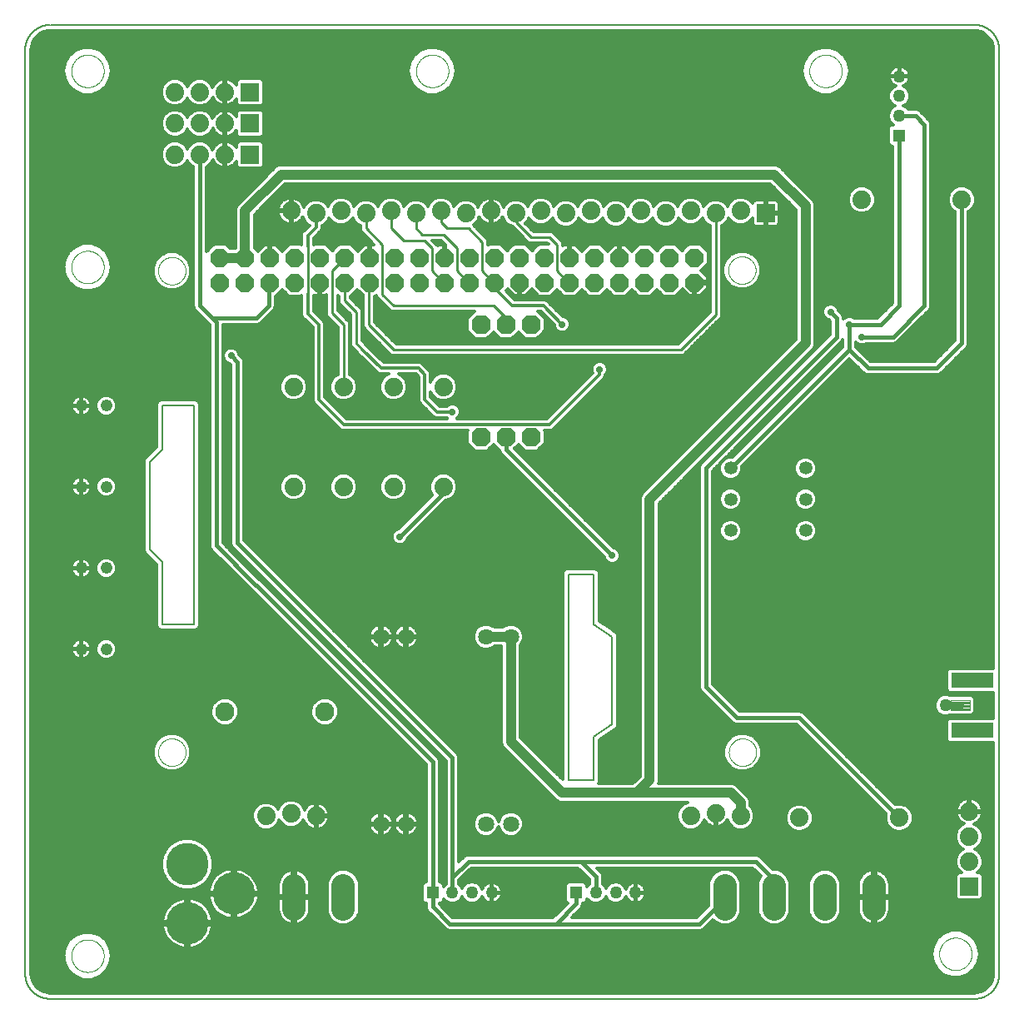
<source format=gbl>
G75*
%MOIN*%
%OFA0B0*%
%FSLAX25Y25*%
%IPPOS*%
%LPD*%
%AMOC8*
5,1,8,0,0,1.08239X$1,22.5*
%
%ADD10C,0.00600*%
%ADD11C,0.00000*%
%ADD12C,0.07400*%
%ADD13C,0.04800*%
%ADD14OC8,0.07600*%
%ADD15R,0.07400X0.07400*%
%ADD16OC8,0.07400*%
%ADD17R,0.05000X0.05000*%
%ADD18C,0.05000*%
%ADD19C,0.06425*%
%ADD20C,0.09370*%
%ADD21C,0.07600*%
%ADD22C,0.00450*%
%ADD23R,0.17000X0.06000*%
%ADD24C,0.05315*%
%ADD25C,0.17000*%
%ADD26C,0.04000*%
%ADD27C,0.01000*%
%ADD28C,0.01200*%
%ADD29C,0.02800*%
%ADD30C,0.01600*%
%ADD31C,0.02953*%
D10*
X0049595Y0021600D02*
X0049595Y0391350D01*
X0049595Y0391600D02*
X0049598Y0391842D01*
X0049607Y0392083D01*
X0049621Y0392324D01*
X0049642Y0392565D01*
X0049668Y0392805D01*
X0049700Y0393045D01*
X0049738Y0393284D01*
X0049781Y0393521D01*
X0049831Y0393758D01*
X0049886Y0393993D01*
X0049946Y0394227D01*
X0050013Y0394459D01*
X0050084Y0394690D01*
X0050162Y0394919D01*
X0050245Y0395146D01*
X0050333Y0395371D01*
X0050427Y0395594D01*
X0050526Y0395814D01*
X0050631Y0396032D01*
X0050740Y0396247D01*
X0050855Y0396460D01*
X0050975Y0396670D01*
X0051100Y0396876D01*
X0051230Y0397080D01*
X0051365Y0397281D01*
X0051505Y0397478D01*
X0051649Y0397672D01*
X0051798Y0397862D01*
X0051952Y0398048D01*
X0052110Y0398231D01*
X0052272Y0398410D01*
X0052439Y0398585D01*
X0052610Y0398756D01*
X0052785Y0398923D01*
X0052964Y0399085D01*
X0053147Y0399243D01*
X0053333Y0399397D01*
X0053523Y0399546D01*
X0053717Y0399690D01*
X0053914Y0399830D01*
X0054115Y0399965D01*
X0054319Y0400095D01*
X0054525Y0400220D01*
X0054735Y0400340D01*
X0054948Y0400455D01*
X0055163Y0400564D01*
X0055381Y0400669D01*
X0055601Y0400768D01*
X0055824Y0400862D01*
X0056049Y0400950D01*
X0056276Y0401033D01*
X0056505Y0401111D01*
X0056736Y0401182D01*
X0056968Y0401249D01*
X0057202Y0401309D01*
X0057437Y0401364D01*
X0057674Y0401414D01*
X0057911Y0401457D01*
X0058150Y0401495D01*
X0058390Y0401527D01*
X0058630Y0401553D01*
X0058871Y0401574D01*
X0059112Y0401588D01*
X0059353Y0401597D01*
X0059595Y0401600D01*
X0059845Y0401600D02*
X0429595Y0401600D01*
X0429837Y0401597D01*
X0430078Y0401588D01*
X0430319Y0401574D01*
X0430560Y0401553D01*
X0430800Y0401527D01*
X0431040Y0401495D01*
X0431279Y0401457D01*
X0431516Y0401414D01*
X0431753Y0401364D01*
X0431988Y0401309D01*
X0432222Y0401249D01*
X0432454Y0401182D01*
X0432685Y0401111D01*
X0432914Y0401033D01*
X0433141Y0400950D01*
X0433366Y0400862D01*
X0433589Y0400768D01*
X0433809Y0400669D01*
X0434027Y0400564D01*
X0434242Y0400455D01*
X0434455Y0400340D01*
X0434665Y0400220D01*
X0434871Y0400095D01*
X0435075Y0399965D01*
X0435276Y0399830D01*
X0435473Y0399690D01*
X0435667Y0399546D01*
X0435857Y0399397D01*
X0436043Y0399243D01*
X0436226Y0399085D01*
X0436405Y0398923D01*
X0436580Y0398756D01*
X0436751Y0398585D01*
X0436918Y0398410D01*
X0437080Y0398231D01*
X0437238Y0398048D01*
X0437392Y0397862D01*
X0437541Y0397672D01*
X0437685Y0397478D01*
X0437825Y0397281D01*
X0437960Y0397080D01*
X0438090Y0396876D01*
X0438215Y0396670D01*
X0438335Y0396460D01*
X0438450Y0396247D01*
X0438559Y0396032D01*
X0438664Y0395814D01*
X0438763Y0395594D01*
X0438857Y0395371D01*
X0438945Y0395146D01*
X0439028Y0394919D01*
X0439106Y0394690D01*
X0439177Y0394459D01*
X0439244Y0394227D01*
X0439304Y0393993D01*
X0439359Y0393758D01*
X0439409Y0393521D01*
X0439452Y0393284D01*
X0439490Y0393045D01*
X0439522Y0392805D01*
X0439548Y0392565D01*
X0439569Y0392324D01*
X0439583Y0392083D01*
X0439592Y0391842D01*
X0439595Y0391600D01*
X0439595Y0391350D02*
X0439595Y0021600D01*
X0439592Y0021358D01*
X0439583Y0021117D01*
X0439569Y0020876D01*
X0439548Y0020635D01*
X0439522Y0020395D01*
X0439490Y0020155D01*
X0439452Y0019916D01*
X0439409Y0019679D01*
X0439359Y0019442D01*
X0439304Y0019207D01*
X0439244Y0018973D01*
X0439177Y0018741D01*
X0439106Y0018510D01*
X0439028Y0018281D01*
X0438945Y0018054D01*
X0438857Y0017829D01*
X0438763Y0017606D01*
X0438664Y0017386D01*
X0438559Y0017168D01*
X0438450Y0016953D01*
X0438335Y0016740D01*
X0438215Y0016530D01*
X0438090Y0016324D01*
X0437960Y0016120D01*
X0437825Y0015919D01*
X0437685Y0015722D01*
X0437541Y0015528D01*
X0437392Y0015338D01*
X0437238Y0015152D01*
X0437080Y0014969D01*
X0436918Y0014790D01*
X0436751Y0014615D01*
X0436580Y0014444D01*
X0436405Y0014277D01*
X0436226Y0014115D01*
X0436043Y0013957D01*
X0435857Y0013803D01*
X0435667Y0013654D01*
X0435473Y0013510D01*
X0435276Y0013370D01*
X0435075Y0013235D01*
X0434871Y0013105D01*
X0434665Y0012980D01*
X0434455Y0012860D01*
X0434242Y0012745D01*
X0434027Y0012636D01*
X0433809Y0012531D01*
X0433589Y0012432D01*
X0433366Y0012338D01*
X0433141Y0012250D01*
X0432914Y0012167D01*
X0432685Y0012089D01*
X0432454Y0012018D01*
X0432222Y0011951D01*
X0431988Y0011891D01*
X0431753Y0011836D01*
X0431516Y0011786D01*
X0431279Y0011743D01*
X0431040Y0011705D01*
X0430800Y0011673D01*
X0430560Y0011647D01*
X0430319Y0011626D01*
X0430078Y0011612D01*
X0429837Y0011603D01*
X0429595Y0011600D01*
X0059595Y0011600D01*
X0059353Y0011603D01*
X0059112Y0011612D01*
X0058871Y0011626D01*
X0058630Y0011647D01*
X0058390Y0011673D01*
X0058150Y0011705D01*
X0057911Y0011743D01*
X0057674Y0011786D01*
X0057437Y0011836D01*
X0057202Y0011891D01*
X0056968Y0011951D01*
X0056736Y0012018D01*
X0056505Y0012089D01*
X0056276Y0012167D01*
X0056049Y0012250D01*
X0055824Y0012338D01*
X0055601Y0012432D01*
X0055381Y0012531D01*
X0055163Y0012636D01*
X0054948Y0012745D01*
X0054735Y0012860D01*
X0054525Y0012980D01*
X0054319Y0013105D01*
X0054115Y0013235D01*
X0053914Y0013370D01*
X0053717Y0013510D01*
X0053523Y0013654D01*
X0053333Y0013803D01*
X0053147Y0013957D01*
X0052964Y0014115D01*
X0052785Y0014277D01*
X0052610Y0014444D01*
X0052439Y0014615D01*
X0052272Y0014790D01*
X0052110Y0014969D01*
X0051952Y0015152D01*
X0051798Y0015338D01*
X0051649Y0015528D01*
X0051505Y0015722D01*
X0051365Y0015919D01*
X0051230Y0016120D01*
X0051100Y0016324D01*
X0050975Y0016530D01*
X0050855Y0016740D01*
X0050740Y0016953D01*
X0050631Y0017168D01*
X0050526Y0017386D01*
X0050427Y0017606D01*
X0050333Y0017829D01*
X0050245Y0018054D01*
X0050162Y0018281D01*
X0050084Y0018510D01*
X0050013Y0018741D01*
X0049946Y0018973D01*
X0049886Y0019207D01*
X0049831Y0019442D01*
X0049781Y0019679D01*
X0049738Y0019916D01*
X0049700Y0020155D01*
X0049668Y0020395D01*
X0049642Y0020635D01*
X0049621Y0020876D01*
X0049607Y0021117D01*
X0049598Y0021358D01*
X0049595Y0021600D01*
X0104595Y0161600D02*
X0104595Y0186600D01*
X0099595Y0191600D01*
X0099595Y0226600D01*
X0104595Y0231600D01*
X0104595Y0249100D01*
X0117095Y0249100D01*
X0117095Y0161600D01*
X0104595Y0161600D01*
X0267095Y0181600D02*
X0267095Y0099100D01*
X0277095Y0099100D01*
X0277095Y0116600D01*
X0284595Y0121600D01*
X0284595Y0156600D01*
X0277095Y0161600D01*
X0277095Y0181600D01*
X0267095Y0181600D01*
D11*
X0331345Y0110350D02*
X0331347Y0110498D01*
X0331353Y0110646D01*
X0331363Y0110794D01*
X0331377Y0110942D01*
X0331395Y0111089D01*
X0331417Y0111236D01*
X0331443Y0111382D01*
X0331472Y0111527D01*
X0331506Y0111672D01*
X0331544Y0111815D01*
X0331585Y0111958D01*
X0331630Y0112099D01*
X0331680Y0112239D01*
X0331732Y0112377D01*
X0331789Y0112515D01*
X0331849Y0112650D01*
X0331913Y0112784D01*
X0331980Y0112916D01*
X0332051Y0113046D01*
X0332126Y0113175D01*
X0332204Y0113301D01*
X0332285Y0113425D01*
X0332369Y0113547D01*
X0332457Y0113666D01*
X0332548Y0113783D01*
X0332642Y0113898D01*
X0332740Y0114010D01*
X0332840Y0114119D01*
X0332943Y0114226D01*
X0333049Y0114330D01*
X0333157Y0114431D01*
X0333269Y0114529D01*
X0333383Y0114624D01*
X0333499Y0114715D01*
X0333618Y0114804D01*
X0333739Y0114889D01*
X0333863Y0114971D01*
X0333989Y0115050D01*
X0334116Y0115125D01*
X0334246Y0115197D01*
X0334378Y0115266D01*
X0334511Y0115330D01*
X0334646Y0115391D01*
X0334783Y0115449D01*
X0334921Y0115503D01*
X0335061Y0115553D01*
X0335202Y0115599D01*
X0335344Y0115641D01*
X0335487Y0115680D01*
X0335631Y0115714D01*
X0335777Y0115745D01*
X0335922Y0115772D01*
X0336069Y0115795D01*
X0336216Y0115814D01*
X0336364Y0115829D01*
X0336511Y0115840D01*
X0336660Y0115847D01*
X0336808Y0115850D01*
X0336956Y0115849D01*
X0337104Y0115844D01*
X0337252Y0115835D01*
X0337400Y0115822D01*
X0337548Y0115805D01*
X0337694Y0115784D01*
X0337841Y0115759D01*
X0337986Y0115730D01*
X0338131Y0115698D01*
X0338274Y0115661D01*
X0338417Y0115621D01*
X0338559Y0115576D01*
X0338699Y0115528D01*
X0338838Y0115476D01*
X0338975Y0115421D01*
X0339111Y0115361D01*
X0339246Y0115298D01*
X0339378Y0115232D01*
X0339509Y0115162D01*
X0339638Y0115088D01*
X0339764Y0115011D01*
X0339889Y0114931D01*
X0340011Y0114847D01*
X0340132Y0114760D01*
X0340249Y0114670D01*
X0340365Y0114576D01*
X0340477Y0114480D01*
X0340587Y0114381D01*
X0340695Y0114278D01*
X0340799Y0114173D01*
X0340901Y0114065D01*
X0340999Y0113954D01*
X0341095Y0113841D01*
X0341188Y0113725D01*
X0341277Y0113607D01*
X0341363Y0113486D01*
X0341446Y0113363D01*
X0341526Y0113238D01*
X0341602Y0113111D01*
X0341675Y0112981D01*
X0341744Y0112850D01*
X0341809Y0112717D01*
X0341872Y0112583D01*
X0341930Y0112446D01*
X0341985Y0112308D01*
X0342035Y0112169D01*
X0342083Y0112028D01*
X0342126Y0111887D01*
X0342166Y0111744D01*
X0342201Y0111600D01*
X0342233Y0111455D01*
X0342261Y0111309D01*
X0342285Y0111163D01*
X0342305Y0111016D01*
X0342321Y0110868D01*
X0342333Y0110721D01*
X0342341Y0110572D01*
X0342345Y0110424D01*
X0342345Y0110276D01*
X0342341Y0110128D01*
X0342333Y0109979D01*
X0342321Y0109832D01*
X0342305Y0109684D01*
X0342285Y0109537D01*
X0342261Y0109391D01*
X0342233Y0109245D01*
X0342201Y0109100D01*
X0342166Y0108956D01*
X0342126Y0108813D01*
X0342083Y0108672D01*
X0342035Y0108531D01*
X0341985Y0108392D01*
X0341930Y0108254D01*
X0341872Y0108117D01*
X0341809Y0107983D01*
X0341744Y0107850D01*
X0341675Y0107719D01*
X0341602Y0107589D01*
X0341526Y0107462D01*
X0341446Y0107337D01*
X0341363Y0107214D01*
X0341277Y0107093D01*
X0341188Y0106975D01*
X0341095Y0106859D01*
X0340999Y0106746D01*
X0340901Y0106635D01*
X0340799Y0106527D01*
X0340695Y0106422D01*
X0340587Y0106319D01*
X0340477Y0106220D01*
X0340365Y0106124D01*
X0340249Y0106030D01*
X0340132Y0105940D01*
X0340011Y0105853D01*
X0339889Y0105769D01*
X0339764Y0105689D01*
X0339638Y0105612D01*
X0339509Y0105538D01*
X0339378Y0105468D01*
X0339246Y0105402D01*
X0339111Y0105339D01*
X0338975Y0105279D01*
X0338838Y0105224D01*
X0338699Y0105172D01*
X0338559Y0105124D01*
X0338417Y0105079D01*
X0338274Y0105039D01*
X0338131Y0105002D01*
X0337986Y0104970D01*
X0337841Y0104941D01*
X0337694Y0104916D01*
X0337548Y0104895D01*
X0337400Y0104878D01*
X0337252Y0104865D01*
X0337104Y0104856D01*
X0336956Y0104851D01*
X0336808Y0104850D01*
X0336660Y0104853D01*
X0336511Y0104860D01*
X0336364Y0104871D01*
X0336216Y0104886D01*
X0336069Y0104905D01*
X0335922Y0104928D01*
X0335777Y0104955D01*
X0335631Y0104986D01*
X0335487Y0105020D01*
X0335344Y0105059D01*
X0335202Y0105101D01*
X0335061Y0105147D01*
X0334921Y0105197D01*
X0334783Y0105251D01*
X0334646Y0105309D01*
X0334511Y0105370D01*
X0334378Y0105434D01*
X0334246Y0105503D01*
X0334116Y0105575D01*
X0333989Y0105650D01*
X0333863Y0105729D01*
X0333739Y0105811D01*
X0333618Y0105896D01*
X0333499Y0105985D01*
X0333383Y0106076D01*
X0333269Y0106171D01*
X0333157Y0106269D01*
X0333049Y0106370D01*
X0332943Y0106474D01*
X0332840Y0106581D01*
X0332740Y0106690D01*
X0332642Y0106802D01*
X0332548Y0106917D01*
X0332457Y0107034D01*
X0332369Y0107153D01*
X0332285Y0107275D01*
X0332204Y0107399D01*
X0332126Y0107525D01*
X0332051Y0107654D01*
X0331980Y0107784D01*
X0331913Y0107916D01*
X0331849Y0108050D01*
X0331789Y0108185D01*
X0331732Y0108323D01*
X0331680Y0108461D01*
X0331630Y0108601D01*
X0331585Y0108742D01*
X0331544Y0108885D01*
X0331506Y0109028D01*
X0331472Y0109173D01*
X0331443Y0109318D01*
X0331417Y0109464D01*
X0331395Y0109611D01*
X0331377Y0109758D01*
X0331363Y0109906D01*
X0331353Y0110054D01*
X0331347Y0110202D01*
X0331345Y0110350D01*
X0415595Y0029600D02*
X0415597Y0029761D01*
X0415603Y0029921D01*
X0415613Y0030082D01*
X0415627Y0030242D01*
X0415645Y0030402D01*
X0415666Y0030561D01*
X0415692Y0030720D01*
X0415722Y0030878D01*
X0415755Y0031035D01*
X0415793Y0031192D01*
X0415834Y0031347D01*
X0415879Y0031501D01*
X0415928Y0031654D01*
X0415981Y0031806D01*
X0416037Y0031957D01*
X0416098Y0032106D01*
X0416161Y0032254D01*
X0416229Y0032400D01*
X0416300Y0032544D01*
X0416374Y0032686D01*
X0416452Y0032827D01*
X0416534Y0032965D01*
X0416619Y0033102D01*
X0416707Y0033236D01*
X0416799Y0033368D01*
X0416894Y0033498D01*
X0416992Y0033626D01*
X0417093Y0033751D01*
X0417197Y0033873D01*
X0417304Y0033993D01*
X0417414Y0034110D01*
X0417527Y0034225D01*
X0417643Y0034336D01*
X0417762Y0034445D01*
X0417883Y0034550D01*
X0418007Y0034653D01*
X0418133Y0034753D01*
X0418261Y0034849D01*
X0418392Y0034942D01*
X0418526Y0035032D01*
X0418661Y0035119D01*
X0418799Y0035202D01*
X0418938Y0035282D01*
X0419080Y0035358D01*
X0419223Y0035431D01*
X0419368Y0035500D01*
X0419515Y0035566D01*
X0419663Y0035628D01*
X0419813Y0035686D01*
X0419964Y0035741D01*
X0420117Y0035792D01*
X0420271Y0035839D01*
X0420426Y0035882D01*
X0420582Y0035921D01*
X0420738Y0035957D01*
X0420896Y0035988D01*
X0421054Y0036016D01*
X0421213Y0036040D01*
X0421373Y0036060D01*
X0421533Y0036076D01*
X0421693Y0036088D01*
X0421854Y0036096D01*
X0422015Y0036100D01*
X0422175Y0036100D01*
X0422336Y0036096D01*
X0422497Y0036088D01*
X0422657Y0036076D01*
X0422817Y0036060D01*
X0422977Y0036040D01*
X0423136Y0036016D01*
X0423294Y0035988D01*
X0423452Y0035957D01*
X0423608Y0035921D01*
X0423764Y0035882D01*
X0423919Y0035839D01*
X0424073Y0035792D01*
X0424226Y0035741D01*
X0424377Y0035686D01*
X0424527Y0035628D01*
X0424675Y0035566D01*
X0424822Y0035500D01*
X0424967Y0035431D01*
X0425110Y0035358D01*
X0425252Y0035282D01*
X0425391Y0035202D01*
X0425529Y0035119D01*
X0425664Y0035032D01*
X0425798Y0034942D01*
X0425929Y0034849D01*
X0426057Y0034753D01*
X0426183Y0034653D01*
X0426307Y0034550D01*
X0426428Y0034445D01*
X0426547Y0034336D01*
X0426663Y0034225D01*
X0426776Y0034110D01*
X0426886Y0033993D01*
X0426993Y0033873D01*
X0427097Y0033751D01*
X0427198Y0033626D01*
X0427296Y0033498D01*
X0427391Y0033368D01*
X0427483Y0033236D01*
X0427571Y0033102D01*
X0427656Y0032965D01*
X0427738Y0032827D01*
X0427816Y0032686D01*
X0427890Y0032544D01*
X0427961Y0032400D01*
X0428029Y0032254D01*
X0428092Y0032106D01*
X0428153Y0031957D01*
X0428209Y0031806D01*
X0428262Y0031654D01*
X0428311Y0031501D01*
X0428356Y0031347D01*
X0428397Y0031192D01*
X0428435Y0031035D01*
X0428468Y0030878D01*
X0428498Y0030720D01*
X0428524Y0030561D01*
X0428545Y0030402D01*
X0428563Y0030242D01*
X0428577Y0030082D01*
X0428587Y0029921D01*
X0428593Y0029761D01*
X0428595Y0029600D01*
X0428593Y0029439D01*
X0428587Y0029279D01*
X0428577Y0029118D01*
X0428563Y0028958D01*
X0428545Y0028798D01*
X0428524Y0028639D01*
X0428498Y0028480D01*
X0428468Y0028322D01*
X0428435Y0028165D01*
X0428397Y0028008D01*
X0428356Y0027853D01*
X0428311Y0027699D01*
X0428262Y0027546D01*
X0428209Y0027394D01*
X0428153Y0027243D01*
X0428092Y0027094D01*
X0428029Y0026946D01*
X0427961Y0026800D01*
X0427890Y0026656D01*
X0427816Y0026514D01*
X0427738Y0026373D01*
X0427656Y0026235D01*
X0427571Y0026098D01*
X0427483Y0025964D01*
X0427391Y0025832D01*
X0427296Y0025702D01*
X0427198Y0025574D01*
X0427097Y0025449D01*
X0426993Y0025327D01*
X0426886Y0025207D01*
X0426776Y0025090D01*
X0426663Y0024975D01*
X0426547Y0024864D01*
X0426428Y0024755D01*
X0426307Y0024650D01*
X0426183Y0024547D01*
X0426057Y0024447D01*
X0425929Y0024351D01*
X0425798Y0024258D01*
X0425664Y0024168D01*
X0425529Y0024081D01*
X0425391Y0023998D01*
X0425252Y0023918D01*
X0425110Y0023842D01*
X0424967Y0023769D01*
X0424822Y0023700D01*
X0424675Y0023634D01*
X0424527Y0023572D01*
X0424377Y0023514D01*
X0424226Y0023459D01*
X0424073Y0023408D01*
X0423919Y0023361D01*
X0423764Y0023318D01*
X0423608Y0023279D01*
X0423452Y0023243D01*
X0423294Y0023212D01*
X0423136Y0023184D01*
X0422977Y0023160D01*
X0422817Y0023140D01*
X0422657Y0023124D01*
X0422497Y0023112D01*
X0422336Y0023104D01*
X0422175Y0023100D01*
X0422015Y0023100D01*
X0421854Y0023104D01*
X0421693Y0023112D01*
X0421533Y0023124D01*
X0421373Y0023140D01*
X0421213Y0023160D01*
X0421054Y0023184D01*
X0420896Y0023212D01*
X0420738Y0023243D01*
X0420582Y0023279D01*
X0420426Y0023318D01*
X0420271Y0023361D01*
X0420117Y0023408D01*
X0419964Y0023459D01*
X0419813Y0023514D01*
X0419663Y0023572D01*
X0419515Y0023634D01*
X0419368Y0023700D01*
X0419223Y0023769D01*
X0419080Y0023842D01*
X0418938Y0023918D01*
X0418799Y0023998D01*
X0418661Y0024081D01*
X0418526Y0024168D01*
X0418392Y0024258D01*
X0418261Y0024351D01*
X0418133Y0024447D01*
X0418007Y0024547D01*
X0417883Y0024650D01*
X0417762Y0024755D01*
X0417643Y0024864D01*
X0417527Y0024975D01*
X0417414Y0025090D01*
X0417304Y0025207D01*
X0417197Y0025327D01*
X0417093Y0025449D01*
X0416992Y0025574D01*
X0416894Y0025702D01*
X0416799Y0025832D01*
X0416707Y0025964D01*
X0416619Y0026098D01*
X0416534Y0026235D01*
X0416452Y0026373D01*
X0416374Y0026514D01*
X0416300Y0026656D01*
X0416229Y0026800D01*
X0416161Y0026946D01*
X0416098Y0027094D01*
X0416037Y0027243D01*
X0415981Y0027394D01*
X0415928Y0027546D01*
X0415879Y0027699D01*
X0415834Y0027853D01*
X0415793Y0028008D01*
X0415755Y0028165D01*
X0415722Y0028322D01*
X0415692Y0028480D01*
X0415666Y0028639D01*
X0415645Y0028798D01*
X0415627Y0028958D01*
X0415613Y0029118D01*
X0415603Y0029279D01*
X0415597Y0029439D01*
X0415595Y0029600D01*
X0331095Y0303350D02*
X0331097Y0303498D01*
X0331103Y0303646D01*
X0331113Y0303794D01*
X0331127Y0303942D01*
X0331145Y0304089D01*
X0331167Y0304236D01*
X0331193Y0304382D01*
X0331222Y0304527D01*
X0331256Y0304672D01*
X0331294Y0304815D01*
X0331335Y0304958D01*
X0331380Y0305099D01*
X0331430Y0305239D01*
X0331482Y0305377D01*
X0331539Y0305515D01*
X0331599Y0305650D01*
X0331663Y0305784D01*
X0331730Y0305916D01*
X0331801Y0306046D01*
X0331876Y0306175D01*
X0331954Y0306301D01*
X0332035Y0306425D01*
X0332119Y0306547D01*
X0332207Y0306666D01*
X0332298Y0306783D01*
X0332392Y0306898D01*
X0332490Y0307010D01*
X0332590Y0307119D01*
X0332693Y0307226D01*
X0332799Y0307330D01*
X0332907Y0307431D01*
X0333019Y0307529D01*
X0333133Y0307624D01*
X0333249Y0307715D01*
X0333368Y0307804D01*
X0333489Y0307889D01*
X0333613Y0307971D01*
X0333739Y0308050D01*
X0333866Y0308125D01*
X0333996Y0308197D01*
X0334128Y0308266D01*
X0334261Y0308330D01*
X0334396Y0308391D01*
X0334533Y0308449D01*
X0334671Y0308503D01*
X0334811Y0308553D01*
X0334952Y0308599D01*
X0335094Y0308641D01*
X0335237Y0308680D01*
X0335381Y0308714D01*
X0335527Y0308745D01*
X0335672Y0308772D01*
X0335819Y0308795D01*
X0335966Y0308814D01*
X0336114Y0308829D01*
X0336261Y0308840D01*
X0336410Y0308847D01*
X0336558Y0308850D01*
X0336706Y0308849D01*
X0336854Y0308844D01*
X0337002Y0308835D01*
X0337150Y0308822D01*
X0337298Y0308805D01*
X0337444Y0308784D01*
X0337591Y0308759D01*
X0337736Y0308730D01*
X0337881Y0308698D01*
X0338024Y0308661D01*
X0338167Y0308621D01*
X0338309Y0308576D01*
X0338449Y0308528D01*
X0338588Y0308476D01*
X0338725Y0308421D01*
X0338861Y0308361D01*
X0338996Y0308298D01*
X0339128Y0308232D01*
X0339259Y0308162D01*
X0339388Y0308088D01*
X0339514Y0308011D01*
X0339639Y0307931D01*
X0339761Y0307847D01*
X0339882Y0307760D01*
X0339999Y0307670D01*
X0340115Y0307576D01*
X0340227Y0307480D01*
X0340337Y0307381D01*
X0340445Y0307278D01*
X0340549Y0307173D01*
X0340651Y0307065D01*
X0340749Y0306954D01*
X0340845Y0306841D01*
X0340938Y0306725D01*
X0341027Y0306607D01*
X0341113Y0306486D01*
X0341196Y0306363D01*
X0341276Y0306238D01*
X0341352Y0306111D01*
X0341425Y0305981D01*
X0341494Y0305850D01*
X0341559Y0305717D01*
X0341622Y0305583D01*
X0341680Y0305446D01*
X0341735Y0305308D01*
X0341785Y0305169D01*
X0341833Y0305028D01*
X0341876Y0304887D01*
X0341916Y0304744D01*
X0341951Y0304600D01*
X0341983Y0304455D01*
X0342011Y0304309D01*
X0342035Y0304163D01*
X0342055Y0304016D01*
X0342071Y0303868D01*
X0342083Y0303721D01*
X0342091Y0303572D01*
X0342095Y0303424D01*
X0342095Y0303276D01*
X0342091Y0303128D01*
X0342083Y0302979D01*
X0342071Y0302832D01*
X0342055Y0302684D01*
X0342035Y0302537D01*
X0342011Y0302391D01*
X0341983Y0302245D01*
X0341951Y0302100D01*
X0341916Y0301956D01*
X0341876Y0301813D01*
X0341833Y0301672D01*
X0341785Y0301531D01*
X0341735Y0301392D01*
X0341680Y0301254D01*
X0341622Y0301117D01*
X0341559Y0300983D01*
X0341494Y0300850D01*
X0341425Y0300719D01*
X0341352Y0300589D01*
X0341276Y0300462D01*
X0341196Y0300337D01*
X0341113Y0300214D01*
X0341027Y0300093D01*
X0340938Y0299975D01*
X0340845Y0299859D01*
X0340749Y0299746D01*
X0340651Y0299635D01*
X0340549Y0299527D01*
X0340445Y0299422D01*
X0340337Y0299319D01*
X0340227Y0299220D01*
X0340115Y0299124D01*
X0339999Y0299030D01*
X0339882Y0298940D01*
X0339761Y0298853D01*
X0339639Y0298769D01*
X0339514Y0298689D01*
X0339388Y0298612D01*
X0339259Y0298538D01*
X0339128Y0298468D01*
X0338996Y0298402D01*
X0338861Y0298339D01*
X0338725Y0298279D01*
X0338588Y0298224D01*
X0338449Y0298172D01*
X0338309Y0298124D01*
X0338167Y0298079D01*
X0338024Y0298039D01*
X0337881Y0298002D01*
X0337736Y0297970D01*
X0337591Y0297941D01*
X0337444Y0297916D01*
X0337298Y0297895D01*
X0337150Y0297878D01*
X0337002Y0297865D01*
X0336854Y0297856D01*
X0336706Y0297851D01*
X0336558Y0297850D01*
X0336410Y0297853D01*
X0336261Y0297860D01*
X0336114Y0297871D01*
X0335966Y0297886D01*
X0335819Y0297905D01*
X0335672Y0297928D01*
X0335527Y0297955D01*
X0335381Y0297986D01*
X0335237Y0298020D01*
X0335094Y0298059D01*
X0334952Y0298101D01*
X0334811Y0298147D01*
X0334671Y0298197D01*
X0334533Y0298251D01*
X0334396Y0298309D01*
X0334261Y0298370D01*
X0334128Y0298434D01*
X0333996Y0298503D01*
X0333866Y0298575D01*
X0333739Y0298650D01*
X0333613Y0298729D01*
X0333489Y0298811D01*
X0333368Y0298896D01*
X0333249Y0298985D01*
X0333133Y0299076D01*
X0333019Y0299171D01*
X0332907Y0299269D01*
X0332799Y0299370D01*
X0332693Y0299474D01*
X0332590Y0299581D01*
X0332490Y0299690D01*
X0332392Y0299802D01*
X0332298Y0299917D01*
X0332207Y0300034D01*
X0332119Y0300153D01*
X0332035Y0300275D01*
X0331954Y0300399D01*
X0331876Y0300525D01*
X0331801Y0300654D01*
X0331730Y0300784D01*
X0331663Y0300916D01*
X0331599Y0301050D01*
X0331539Y0301185D01*
X0331482Y0301323D01*
X0331430Y0301461D01*
X0331380Y0301601D01*
X0331335Y0301742D01*
X0331294Y0301885D01*
X0331256Y0302028D01*
X0331222Y0302173D01*
X0331193Y0302318D01*
X0331167Y0302464D01*
X0331145Y0302611D01*
X0331127Y0302758D01*
X0331113Y0302906D01*
X0331103Y0303054D01*
X0331097Y0303202D01*
X0331095Y0303350D01*
X0363595Y0383100D02*
X0363597Y0383261D01*
X0363603Y0383421D01*
X0363613Y0383582D01*
X0363627Y0383742D01*
X0363645Y0383902D01*
X0363666Y0384061D01*
X0363692Y0384220D01*
X0363722Y0384378D01*
X0363755Y0384535D01*
X0363793Y0384692D01*
X0363834Y0384847D01*
X0363879Y0385001D01*
X0363928Y0385154D01*
X0363981Y0385306D01*
X0364037Y0385457D01*
X0364098Y0385606D01*
X0364161Y0385754D01*
X0364229Y0385900D01*
X0364300Y0386044D01*
X0364374Y0386186D01*
X0364452Y0386327D01*
X0364534Y0386465D01*
X0364619Y0386602D01*
X0364707Y0386736D01*
X0364799Y0386868D01*
X0364894Y0386998D01*
X0364992Y0387126D01*
X0365093Y0387251D01*
X0365197Y0387373D01*
X0365304Y0387493D01*
X0365414Y0387610D01*
X0365527Y0387725D01*
X0365643Y0387836D01*
X0365762Y0387945D01*
X0365883Y0388050D01*
X0366007Y0388153D01*
X0366133Y0388253D01*
X0366261Y0388349D01*
X0366392Y0388442D01*
X0366526Y0388532D01*
X0366661Y0388619D01*
X0366799Y0388702D01*
X0366938Y0388782D01*
X0367080Y0388858D01*
X0367223Y0388931D01*
X0367368Y0389000D01*
X0367515Y0389066D01*
X0367663Y0389128D01*
X0367813Y0389186D01*
X0367964Y0389241D01*
X0368117Y0389292D01*
X0368271Y0389339D01*
X0368426Y0389382D01*
X0368582Y0389421D01*
X0368738Y0389457D01*
X0368896Y0389488D01*
X0369054Y0389516D01*
X0369213Y0389540D01*
X0369373Y0389560D01*
X0369533Y0389576D01*
X0369693Y0389588D01*
X0369854Y0389596D01*
X0370015Y0389600D01*
X0370175Y0389600D01*
X0370336Y0389596D01*
X0370497Y0389588D01*
X0370657Y0389576D01*
X0370817Y0389560D01*
X0370977Y0389540D01*
X0371136Y0389516D01*
X0371294Y0389488D01*
X0371452Y0389457D01*
X0371608Y0389421D01*
X0371764Y0389382D01*
X0371919Y0389339D01*
X0372073Y0389292D01*
X0372226Y0389241D01*
X0372377Y0389186D01*
X0372527Y0389128D01*
X0372675Y0389066D01*
X0372822Y0389000D01*
X0372967Y0388931D01*
X0373110Y0388858D01*
X0373252Y0388782D01*
X0373391Y0388702D01*
X0373529Y0388619D01*
X0373664Y0388532D01*
X0373798Y0388442D01*
X0373929Y0388349D01*
X0374057Y0388253D01*
X0374183Y0388153D01*
X0374307Y0388050D01*
X0374428Y0387945D01*
X0374547Y0387836D01*
X0374663Y0387725D01*
X0374776Y0387610D01*
X0374886Y0387493D01*
X0374993Y0387373D01*
X0375097Y0387251D01*
X0375198Y0387126D01*
X0375296Y0386998D01*
X0375391Y0386868D01*
X0375483Y0386736D01*
X0375571Y0386602D01*
X0375656Y0386465D01*
X0375738Y0386327D01*
X0375816Y0386186D01*
X0375890Y0386044D01*
X0375961Y0385900D01*
X0376029Y0385754D01*
X0376092Y0385606D01*
X0376153Y0385457D01*
X0376209Y0385306D01*
X0376262Y0385154D01*
X0376311Y0385001D01*
X0376356Y0384847D01*
X0376397Y0384692D01*
X0376435Y0384535D01*
X0376468Y0384378D01*
X0376498Y0384220D01*
X0376524Y0384061D01*
X0376545Y0383902D01*
X0376563Y0383742D01*
X0376577Y0383582D01*
X0376587Y0383421D01*
X0376593Y0383261D01*
X0376595Y0383100D01*
X0376593Y0382939D01*
X0376587Y0382779D01*
X0376577Y0382618D01*
X0376563Y0382458D01*
X0376545Y0382298D01*
X0376524Y0382139D01*
X0376498Y0381980D01*
X0376468Y0381822D01*
X0376435Y0381665D01*
X0376397Y0381508D01*
X0376356Y0381353D01*
X0376311Y0381199D01*
X0376262Y0381046D01*
X0376209Y0380894D01*
X0376153Y0380743D01*
X0376092Y0380594D01*
X0376029Y0380446D01*
X0375961Y0380300D01*
X0375890Y0380156D01*
X0375816Y0380014D01*
X0375738Y0379873D01*
X0375656Y0379735D01*
X0375571Y0379598D01*
X0375483Y0379464D01*
X0375391Y0379332D01*
X0375296Y0379202D01*
X0375198Y0379074D01*
X0375097Y0378949D01*
X0374993Y0378827D01*
X0374886Y0378707D01*
X0374776Y0378590D01*
X0374663Y0378475D01*
X0374547Y0378364D01*
X0374428Y0378255D01*
X0374307Y0378150D01*
X0374183Y0378047D01*
X0374057Y0377947D01*
X0373929Y0377851D01*
X0373798Y0377758D01*
X0373664Y0377668D01*
X0373529Y0377581D01*
X0373391Y0377498D01*
X0373252Y0377418D01*
X0373110Y0377342D01*
X0372967Y0377269D01*
X0372822Y0377200D01*
X0372675Y0377134D01*
X0372527Y0377072D01*
X0372377Y0377014D01*
X0372226Y0376959D01*
X0372073Y0376908D01*
X0371919Y0376861D01*
X0371764Y0376818D01*
X0371608Y0376779D01*
X0371452Y0376743D01*
X0371294Y0376712D01*
X0371136Y0376684D01*
X0370977Y0376660D01*
X0370817Y0376640D01*
X0370657Y0376624D01*
X0370497Y0376612D01*
X0370336Y0376604D01*
X0370175Y0376600D01*
X0370015Y0376600D01*
X0369854Y0376604D01*
X0369693Y0376612D01*
X0369533Y0376624D01*
X0369373Y0376640D01*
X0369213Y0376660D01*
X0369054Y0376684D01*
X0368896Y0376712D01*
X0368738Y0376743D01*
X0368582Y0376779D01*
X0368426Y0376818D01*
X0368271Y0376861D01*
X0368117Y0376908D01*
X0367964Y0376959D01*
X0367813Y0377014D01*
X0367663Y0377072D01*
X0367515Y0377134D01*
X0367368Y0377200D01*
X0367223Y0377269D01*
X0367080Y0377342D01*
X0366938Y0377418D01*
X0366799Y0377498D01*
X0366661Y0377581D01*
X0366526Y0377668D01*
X0366392Y0377758D01*
X0366261Y0377851D01*
X0366133Y0377947D01*
X0366007Y0378047D01*
X0365883Y0378150D01*
X0365762Y0378255D01*
X0365643Y0378364D01*
X0365527Y0378475D01*
X0365414Y0378590D01*
X0365304Y0378707D01*
X0365197Y0378827D01*
X0365093Y0378949D01*
X0364992Y0379074D01*
X0364894Y0379202D01*
X0364799Y0379332D01*
X0364707Y0379464D01*
X0364619Y0379598D01*
X0364534Y0379735D01*
X0364452Y0379873D01*
X0364374Y0380014D01*
X0364300Y0380156D01*
X0364229Y0380300D01*
X0364161Y0380446D01*
X0364098Y0380594D01*
X0364037Y0380743D01*
X0363981Y0380894D01*
X0363928Y0381046D01*
X0363879Y0381199D01*
X0363834Y0381353D01*
X0363793Y0381508D01*
X0363755Y0381665D01*
X0363722Y0381822D01*
X0363692Y0381980D01*
X0363666Y0382139D01*
X0363645Y0382298D01*
X0363627Y0382458D01*
X0363613Y0382618D01*
X0363603Y0382779D01*
X0363597Y0382939D01*
X0363595Y0383100D01*
X0206095Y0383100D02*
X0206097Y0383261D01*
X0206103Y0383421D01*
X0206113Y0383582D01*
X0206127Y0383742D01*
X0206145Y0383902D01*
X0206166Y0384061D01*
X0206192Y0384220D01*
X0206222Y0384378D01*
X0206255Y0384535D01*
X0206293Y0384692D01*
X0206334Y0384847D01*
X0206379Y0385001D01*
X0206428Y0385154D01*
X0206481Y0385306D01*
X0206537Y0385457D01*
X0206598Y0385606D01*
X0206661Y0385754D01*
X0206729Y0385900D01*
X0206800Y0386044D01*
X0206874Y0386186D01*
X0206952Y0386327D01*
X0207034Y0386465D01*
X0207119Y0386602D01*
X0207207Y0386736D01*
X0207299Y0386868D01*
X0207394Y0386998D01*
X0207492Y0387126D01*
X0207593Y0387251D01*
X0207697Y0387373D01*
X0207804Y0387493D01*
X0207914Y0387610D01*
X0208027Y0387725D01*
X0208143Y0387836D01*
X0208262Y0387945D01*
X0208383Y0388050D01*
X0208507Y0388153D01*
X0208633Y0388253D01*
X0208761Y0388349D01*
X0208892Y0388442D01*
X0209026Y0388532D01*
X0209161Y0388619D01*
X0209299Y0388702D01*
X0209438Y0388782D01*
X0209580Y0388858D01*
X0209723Y0388931D01*
X0209868Y0389000D01*
X0210015Y0389066D01*
X0210163Y0389128D01*
X0210313Y0389186D01*
X0210464Y0389241D01*
X0210617Y0389292D01*
X0210771Y0389339D01*
X0210926Y0389382D01*
X0211082Y0389421D01*
X0211238Y0389457D01*
X0211396Y0389488D01*
X0211554Y0389516D01*
X0211713Y0389540D01*
X0211873Y0389560D01*
X0212033Y0389576D01*
X0212193Y0389588D01*
X0212354Y0389596D01*
X0212515Y0389600D01*
X0212675Y0389600D01*
X0212836Y0389596D01*
X0212997Y0389588D01*
X0213157Y0389576D01*
X0213317Y0389560D01*
X0213477Y0389540D01*
X0213636Y0389516D01*
X0213794Y0389488D01*
X0213952Y0389457D01*
X0214108Y0389421D01*
X0214264Y0389382D01*
X0214419Y0389339D01*
X0214573Y0389292D01*
X0214726Y0389241D01*
X0214877Y0389186D01*
X0215027Y0389128D01*
X0215175Y0389066D01*
X0215322Y0389000D01*
X0215467Y0388931D01*
X0215610Y0388858D01*
X0215752Y0388782D01*
X0215891Y0388702D01*
X0216029Y0388619D01*
X0216164Y0388532D01*
X0216298Y0388442D01*
X0216429Y0388349D01*
X0216557Y0388253D01*
X0216683Y0388153D01*
X0216807Y0388050D01*
X0216928Y0387945D01*
X0217047Y0387836D01*
X0217163Y0387725D01*
X0217276Y0387610D01*
X0217386Y0387493D01*
X0217493Y0387373D01*
X0217597Y0387251D01*
X0217698Y0387126D01*
X0217796Y0386998D01*
X0217891Y0386868D01*
X0217983Y0386736D01*
X0218071Y0386602D01*
X0218156Y0386465D01*
X0218238Y0386327D01*
X0218316Y0386186D01*
X0218390Y0386044D01*
X0218461Y0385900D01*
X0218529Y0385754D01*
X0218592Y0385606D01*
X0218653Y0385457D01*
X0218709Y0385306D01*
X0218762Y0385154D01*
X0218811Y0385001D01*
X0218856Y0384847D01*
X0218897Y0384692D01*
X0218935Y0384535D01*
X0218968Y0384378D01*
X0218998Y0384220D01*
X0219024Y0384061D01*
X0219045Y0383902D01*
X0219063Y0383742D01*
X0219077Y0383582D01*
X0219087Y0383421D01*
X0219093Y0383261D01*
X0219095Y0383100D01*
X0219093Y0382939D01*
X0219087Y0382779D01*
X0219077Y0382618D01*
X0219063Y0382458D01*
X0219045Y0382298D01*
X0219024Y0382139D01*
X0218998Y0381980D01*
X0218968Y0381822D01*
X0218935Y0381665D01*
X0218897Y0381508D01*
X0218856Y0381353D01*
X0218811Y0381199D01*
X0218762Y0381046D01*
X0218709Y0380894D01*
X0218653Y0380743D01*
X0218592Y0380594D01*
X0218529Y0380446D01*
X0218461Y0380300D01*
X0218390Y0380156D01*
X0218316Y0380014D01*
X0218238Y0379873D01*
X0218156Y0379735D01*
X0218071Y0379598D01*
X0217983Y0379464D01*
X0217891Y0379332D01*
X0217796Y0379202D01*
X0217698Y0379074D01*
X0217597Y0378949D01*
X0217493Y0378827D01*
X0217386Y0378707D01*
X0217276Y0378590D01*
X0217163Y0378475D01*
X0217047Y0378364D01*
X0216928Y0378255D01*
X0216807Y0378150D01*
X0216683Y0378047D01*
X0216557Y0377947D01*
X0216429Y0377851D01*
X0216298Y0377758D01*
X0216164Y0377668D01*
X0216029Y0377581D01*
X0215891Y0377498D01*
X0215752Y0377418D01*
X0215610Y0377342D01*
X0215467Y0377269D01*
X0215322Y0377200D01*
X0215175Y0377134D01*
X0215027Y0377072D01*
X0214877Y0377014D01*
X0214726Y0376959D01*
X0214573Y0376908D01*
X0214419Y0376861D01*
X0214264Y0376818D01*
X0214108Y0376779D01*
X0213952Y0376743D01*
X0213794Y0376712D01*
X0213636Y0376684D01*
X0213477Y0376660D01*
X0213317Y0376640D01*
X0213157Y0376624D01*
X0212997Y0376612D01*
X0212836Y0376604D01*
X0212675Y0376600D01*
X0212515Y0376600D01*
X0212354Y0376604D01*
X0212193Y0376612D01*
X0212033Y0376624D01*
X0211873Y0376640D01*
X0211713Y0376660D01*
X0211554Y0376684D01*
X0211396Y0376712D01*
X0211238Y0376743D01*
X0211082Y0376779D01*
X0210926Y0376818D01*
X0210771Y0376861D01*
X0210617Y0376908D01*
X0210464Y0376959D01*
X0210313Y0377014D01*
X0210163Y0377072D01*
X0210015Y0377134D01*
X0209868Y0377200D01*
X0209723Y0377269D01*
X0209580Y0377342D01*
X0209438Y0377418D01*
X0209299Y0377498D01*
X0209161Y0377581D01*
X0209026Y0377668D01*
X0208892Y0377758D01*
X0208761Y0377851D01*
X0208633Y0377947D01*
X0208507Y0378047D01*
X0208383Y0378150D01*
X0208262Y0378255D01*
X0208143Y0378364D01*
X0208027Y0378475D01*
X0207914Y0378590D01*
X0207804Y0378707D01*
X0207697Y0378827D01*
X0207593Y0378949D01*
X0207492Y0379074D01*
X0207394Y0379202D01*
X0207299Y0379332D01*
X0207207Y0379464D01*
X0207119Y0379598D01*
X0207034Y0379735D01*
X0206952Y0379873D01*
X0206874Y0380014D01*
X0206800Y0380156D01*
X0206729Y0380300D01*
X0206661Y0380446D01*
X0206598Y0380594D01*
X0206537Y0380743D01*
X0206481Y0380894D01*
X0206428Y0381046D01*
X0206379Y0381199D01*
X0206334Y0381353D01*
X0206293Y0381508D01*
X0206255Y0381665D01*
X0206222Y0381822D01*
X0206192Y0381980D01*
X0206166Y0382139D01*
X0206145Y0382298D01*
X0206127Y0382458D01*
X0206113Y0382618D01*
X0206103Y0382779D01*
X0206097Y0382939D01*
X0206095Y0383100D01*
X0102845Y0303100D02*
X0102847Y0303248D01*
X0102853Y0303396D01*
X0102863Y0303544D01*
X0102877Y0303692D01*
X0102895Y0303839D01*
X0102917Y0303986D01*
X0102943Y0304132D01*
X0102972Y0304277D01*
X0103006Y0304422D01*
X0103044Y0304565D01*
X0103085Y0304708D01*
X0103130Y0304849D01*
X0103180Y0304989D01*
X0103232Y0305127D01*
X0103289Y0305265D01*
X0103349Y0305400D01*
X0103413Y0305534D01*
X0103480Y0305666D01*
X0103551Y0305796D01*
X0103626Y0305925D01*
X0103704Y0306051D01*
X0103785Y0306175D01*
X0103869Y0306297D01*
X0103957Y0306416D01*
X0104048Y0306533D01*
X0104142Y0306648D01*
X0104240Y0306760D01*
X0104340Y0306869D01*
X0104443Y0306976D01*
X0104549Y0307080D01*
X0104657Y0307181D01*
X0104769Y0307279D01*
X0104883Y0307374D01*
X0104999Y0307465D01*
X0105118Y0307554D01*
X0105239Y0307639D01*
X0105363Y0307721D01*
X0105489Y0307800D01*
X0105616Y0307875D01*
X0105746Y0307947D01*
X0105878Y0308016D01*
X0106011Y0308080D01*
X0106146Y0308141D01*
X0106283Y0308199D01*
X0106421Y0308253D01*
X0106561Y0308303D01*
X0106702Y0308349D01*
X0106844Y0308391D01*
X0106987Y0308430D01*
X0107131Y0308464D01*
X0107277Y0308495D01*
X0107422Y0308522D01*
X0107569Y0308545D01*
X0107716Y0308564D01*
X0107864Y0308579D01*
X0108011Y0308590D01*
X0108160Y0308597D01*
X0108308Y0308600D01*
X0108456Y0308599D01*
X0108604Y0308594D01*
X0108752Y0308585D01*
X0108900Y0308572D01*
X0109048Y0308555D01*
X0109194Y0308534D01*
X0109341Y0308509D01*
X0109486Y0308480D01*
X0109631Y0308448D01*
X0109774Y0308411D01*
X0109917Y0308371D01*
X0110059Y0308326D01*
X0110199Y0308278D01*
X0110338Y0308226D01*
X0110475Y0308171D01*
X0110611Y0308111D01*
X0110746Y0308048D01*
X0110878Y0307982D01*
X0111009Y0307912D01*
X0111138Y0307838D01*
X0111264Y0307761D01*
X0111389Y0307681D01*
X0111511Y0307597D01*
X0111632Y0307510D01*
X0111749Y0307420D01*
X0111865Y0307326D01*
X0111977Y0307230D01*
X0112087Y0307131D01*
X0112195Y0307028D01*
X0112299Y0306923D01*
X0112401Y0306815D01*
X0112499Y0306704D01*
X0112595Y0306591D01*
X0112688Y0306475D01*
X0112777Y0306357D01*
X0112863Y0306236D01*
X0112946Y0306113D01*
X0113026Y0305988D01*
X0113102Y0305861D01*
X0113175Y0305731D01*
X0113244Y0305600D01*
X0113309Y0305467D01*
X0113372Y0305333D01*
X0113430Y0305196D01*
X0113485Y0305058D01*
X0113535Y0304919D01*
X0113583Y0304778D01*
X0113626Y0304637D01*
X0113666Y0304494D01*
X0113701Y0304350D01*
X0113733Y0304205D01*
X0113761Y0304059D01*
X0113785Y0303913D01*
X0113805Y0303766D01*
X0113821Y0303618D01*
X0113833Y0303471D01*
X0113841Y0303322D01*
X0113845Y0303174D01*
X0113845Y0303026D01*
X0113841Y0302878D01*
X0113833Y0302729D01*
X0113821Y0302582D01*
X0113805Y0302434D01*
X0113785Y0302287D01*
X0113761Y0302141D01*
X0113733Y0301995D01*
X0113701Y0301850D01*
X0113666Y0301706D01*
X0113626Y0301563D01*
X0113583Y0301422D01*
X0113535Y0301281D01*
X0113485Y0301142D01*
X0113430Y0301004D01*
X0113372Y0300867D01*
X0113309Y0300733D01*
X0113244Y0300600D01*
X0113175Y0300469D01*
X0113102Y0300339D01*
X0113026Y0300212D01*
X0112946Y0300087D01*
X0112863Y0299964D01*
X0112777Y0299843D01*
X0112688Y0299725D01*
X0112595Y0299609D01*
X0112499Y0299496D01*
X0112401Y0299385D01*
X0112299Y0299277D01*
X0112195Y0299172D01*
X0112087Y0299069D01*
X0111977Y0298970D01*
X0111865Y0298874D01*
X0111749Y0298780D01*
X0111632Y0298690D01*
X0111511Y0298603D01*
X0111389Y0298519D01*
X0111264Y0298439D01*
X0111138Y0298362D01*
X0111009Y0298288D01*
X0110878Y0298218D01*
X0110746Y0298152D01*
X0110611Y0298089D01*
X0110475Y0298029D01*
X0110338Y0297974D01*
X0110199Y0297922D01*
X0110059Y0297874D01*
X0109917Y0297829D01*
X0109774Y0297789D01*
X0109631Y0297752D01*
X0109486Y0297720D01*
X0109341Y0297691D01*
X0109194Y0297666D01*
X0109048Y0297645D01*
X0108900Y0297628D01*
X0108752Y0297615D01*
X0108604Y0297606D01*
X0108456Y0297601D01*
X0108308Y0297600D01*
X0108160Y0297603D01*
X0108011Y0297610D01*
X0107864Y0297621D01*
X0107716Y0297636D01*
X0107569Y0297655D01*
X0107422Y0297678D01*
X0107277Y0297705D01*
X0107131Y0297736D01*
X0106987Y0297770D01*
X0106844Y0297809D01*
X0106702Y0297851D01*
X0106561Y0297897D01*
X0106421Y0297947D01*
X0106283Y0298001D01*
X0106146Y0298059D01*
X0106011Y0298120D01*
X0105878Y0298184D01*
X0105746Y0298253D01*
X0105616Y0298325D01*
X0105489Y0298400D01*
X0105363Y0298479D01*
X0105239Y0298561D01*
X0105118Y0298646D01*
X0104999Y0298735D01*
X0104883Y0298826D01*
X0104769Y0298921D01*
X0104657Y0299019D01*
X0104549Y0299120D01*
X0104443Y0299224D01*
X0104340Y0299331D01*
X0104240Y0299440D01*
X0104142Y0299552D01*
X0104048Y0299667D01*
X0103957Y0299784D01*
X0103869Y0299903D01*
X0103785Y0300025D01*
X0103704Y0300149D01*
X0103626Y0300275D01*
X0103551Y0300404D01*
X0103480Y0300534D01*
X0103413Y0300666D01*
X0103349Y0300800D01*
X0103289Y0300935D01*
X0103232Y0301073D01*
X0103180Y0301211D01*
X0103130Y0301351D01*
X0103085Y0301492D01*
X0103044Y0301635D01*
X0103006Y0301778D01*
X0102972Y0301923D01*
X0102943Y0302068D01*
X0102917Y0302214D01*
X0102895Y0302361D01*
X0102877Y0302508D01*
X0102863Y0302656D01*
X0102853Y0302804D01*
X0102847Y0302952D01*
X0102845Y0303100D01*
X0068095Y0304600D02*
X0068097Y0304761D01*
X0068103Y0304921D01*
X0068113Y0305082D01*
X0068127Y0305242D01*
X0068145Y0305402D01*
X0068166Y0305561D01*
X0068192Y0305720D01*
X0068222Y0305878D01*
X0068255Y0306035D01*
X0068293Y0306192D01*
X0068334Y0306347D01*
X0068379Y0306501D01*
X0068428Y0306654D01*
X0068481Y0306806D01*
X0068537Y0306957D01*
X0068598Y0307106D01*
X0068661Y0307254D01*
X0068729Y0307400D01*
X0068800Y0307544D01*
X0068874Y0307686D01*
X0068952Y0307827D01*
X0069034Y0307965D01*
X0069119Y0308102D01*
X0069207Y0308236D01*
X0069299Y0308368D01*
X0069394Y0308498D01*
X0069492Y0308626D01*
X0069593Y0308751D01*
X0069697Y0308873D01*
X0069804Y0308993D01*
X0069914Y0309110D01*
X0070027Y0309225D01*
X0070143Y0309336D01*
X0070262Y0309445D01*
X0070383Y0309550D01*
X0070507Y0309653D01*
X0070633Y0309753D01*
X0070761Y0309849D01*
X0070892Y0309942D01*
X0071026Y0310032D01*
X0071161Y0310119D01*
X0071299Y0310202D01*
X0071438Y0310282D01*
X0071580Y0310358D01*
X0071723Y0310431D01*
X0071868Y0310500D01*
X0072015Y0310566D01*
X0072163Y0310628D01*
X0072313Y0310686D01*
X0072464Y0310741D01*
X0072617Y0310792D01*
X0072771Y0310839D01*
X0072926Y0310882D01*
X0073082Y0310921D01*
X0073238Y0310957D01*
X0073396Y0310988D01*
X0073554Y0311016D01*
X0073713Y0311040D01*
X0073873Y0311060D01*
X0074033Y0311076D01*
X0074193Y0311088D01*
X0074354Y0311096D01*
X0074515Y0311100D01*
X0074675Y0311100D01*
X0074836Y0311096D01*
X0074997Y0311088D01*
X0075157Y0311076D01*
X0075317Y0311060D01*
X0075477Y0311040D01*
X0075636Y0311016D01*
X0075794Y0310988D01*
X0075952Y0310957D01*
X0076108Y0310921D01*
X0076264Y0310882D01*
X0076419Y0310839D01*
X0076573Y0310792D01*
X0076726Y0310741D01*
X0076877Y0310686D01*
X0077027Y0310628D01*
X0077175Y0310566D01*
X0077322Y0310500D01*
X0077467Y0310431D01*
X0077610Y0310358D01*
X0077752Y0310282D01*
X0077891Y0310202D01*
X0078029Y0310119D01*
X0078164Y0310032D01*
X0078298Y0309942D01*
X0078429Y0309849D01*
X0078557Y0309753D01*
X0078683Y0309653D01*
X0078807Y0309550D01*
X0078928Y0309445D01*
X0079047Y0309336D01*
X0079163Y0309225D01*
X0079276Y0309110D01*
X0079386Y0308993D01*
X0079493Y0308873D01*
X0079597Y0308751D01*
X0079698Y0308626D01*
X0079796Y0308498D01*
X0079891Y0308368D01*
X0079983Y0308236D01*
X0080071Y0308102D01*
X0080156Y0307965D01*
X0080238Y0307827D01*
X0080316Y0307686D01*
X0080390Y0307544D01*
X0080461Y0307400D01*
X0080529Y0307254D01*
X0080592Y0307106D01*
X0080653Y0306957D01*
X0080709Y0306806D01*
X0080762Y0306654D01*
X0080811Y0306501D01*
X0080856Y0306347D01*
X0080897Y0306192D01*
X0080935Y0306035D01*
X0080968Y0305878D01*
X0080998Y0305720D01*
X0081024Y0305561D01*
X0081045Y0305402D01*
X0081063Y0305242D01*
X0081077Y0305082D01*
X0081087Y0304921D01*
X0081093Y0304761D01*
X0081095Y0304600D01*
X0081093Y0304439D01*
X0081087Y0304279D01*
X0081077Y0304118D01*
X0081063Y0303958D01*
X0081045Y0303798D01*
X0081024Y0303639D01*
X0080998Y0303480D01*
X0080968Y0303322D01*
X0080935Y0303165D01*
X0080897Y0303008D01*
X0080856Y0302853D01*
X0080811Y0302699D01*
X0080762Y0302546D01*
X0080709Y0302394D01*
X0080653Y0302243D01*
X0080592Y0302094D01*
X0080529Y0301946D01*
X0080461Y0301800D01*
X0080390Y0301656D01*
X0080316Y0301514D01*
X0080238Y0301373D01*
X0080156Y0301235D01*
X0080071Y0301098D01*
X0079983Y0300964D01*
X0079891Y0300832D01*
X0079796Y0300702D01*
X0079698Y0300574D01*
X0079597Y0300449D01*
X0079493Y0300327D01*
X0079386Y0300207D01*
X0079276Y0300090D01*
X0079163Y0299975D01*
X0079047Y0299864D01*
X0078928Y0299755D01*
X0078807Y0299650D01*
X0078683Y0299547D01*
X0078557Y0299447D01*
X0078429Y0299351D01*
X0078298Y0299258D01*
X0078164Y0299168D01*
X0078029Y0299081D01*
X0077891Y0298998D01*
X0077752Y0298918D01*
X0077610Y0298842D01*
X0077467Y0298769D01*
X0077322Y0298700D01*
X0077175Y0298634D01*
X0077027Y0298572D01*
X0076877Y0298514D01*
X0076726Y0298459D01*
X0076573Y0298408D01*
X0076419Y0298361D01*
X0076264Y0298318D01*
X0076108Y0298279D01*
X0075952Y0298243D01*
X0075794Y0298212D01*
X0075636Y0298184D01*
X0075477Y0298160D01*
X0075317Y0298140D01*
X0075157Y0298124D01*
X0074997Y0298112D01*
X0074836Y0298104D01*
X0074675Y0298100D01*
X0074515Y0298100D01*
X0074354Y0298104D01*
X0074193Y0298112D01*
X0074033Y0298124D01*
X0073873Y0298140D01*
X0073713Y0298160D01*
X0073554Y0298184D01*
X0073396Y0298212D01*
X0073238Y0298243D01*
X0073082Y0298279D01*
X0072926Y0298318D01*
X0072771Y0298361D01*
X0072617Y0298408D01*
X0072464Y0298459D01*
X0072313Y0298514D01*
X0072163Y0298572D01*
X0072015Y0298634D01*
X0071868Y0298700D01*
X0071723Y0298769D01*
X0071580Y0298842D01*
X0071438Y0298918D01*
X0071299Y0298998D01*
X0071161Y0299081D01*
X0071026Y0299168D01*
X0070892Y0299258D01*
X0070761Y0299351D01*
X0070633Y0299447D01*
X0070507Y0299547D01*
X0070383Y0299650D01*
X0070262Y0299755D01*
X0070143Y0299864D01*
X0070027Y0299975D01*
X0069914Y0300090D01*
X0069804Y0300207D01*
X0069697Y0300327D01*
X0069593Y0300449D01*
X0069492Y0300574D01*
X0069394Y0300702D01*
X0069299Y0300832D01*
X0069207Y0300964D01*
X0069119Y0301098D01*
X0069034Y0301235D01*
X0068952Y0301373D01*
X0068874Y0301514D01*
X0068800Y0301656D01*
X0068729Y0301800D01*
X0068661Y0301946D01*
X0068598Y0302094D01*
X0068537Y0302243D01*
X0068481Y0302394D01*
X0068428Y0302546D01*
X0068379Y0302699D01*
X0068334Y0302853D01*
X0068293Y0303008D01*
X0068255Y0303165D01*
X0068222Y0303322D01*
X0068192Y0303480D01*
X0068166Y0303639D01*
X0068145Y0303798D01*
X0068127Y0303958D01*
X0068113Y0304118D01*
X0068103Y0304279D01*
X0068097Y0304439D01*
X0068095Y0304600D01*
X0068095Y0383100D02*
X0068097Y0383261D01*
X0068103Y0383421D01*
X0068113Y0383582D01*
X0068127Y0383742D01*
X0068145Y0383902D01*
X0068166Y0384061D01*
X0068192Y0384220D01*
X0068222Y0384378D01*
X0068255Y0384535D01*
X0068293Y0384692D01*
X0068334Y0384847D01*
X0068379Y0385001D01*
X0068428Y0385154D01*
X0068481Y0385306D01*
X0068537Y0385457D01*
X0068598Y0385606D01*
X0068661Y0385754D01*
X0068729Y0385900D01*
X0068800Y0386044D01*
X0068874Y0386186D01*
X0068952Y0386327D01*
X0069034Y0386465D01*
X0069119Y0386602D01*
X0069207Y0386736D01*
X0069299Y0386868D01*
X0069394Y0386998D01*
X0069492Y0387126D01*
X0069593Y0387251D01*
X0069697Y0387373D01*
X0069804Y0387493D01*
X0069914Y0387610D01*
X0070027Y0387725D01*
X0070143Y0387836D01*
X0070262Y0387945D01*
X0070383Y0388050D01*
X0070507Y0388153D01*
X0070633Y0388253D01*
X0070761Y0388349D01*
X0070892Y0388442D01*
X0071026Y0388532D01*
X0071161Y0388619D01*
X0071299Y0388702D01*
X0071438Y0388782D01*
X0071580Y0388858D01*
X0071723Y0388931D01*
X0071868Y0389000D01*
X0072015Y0389066D01*
X0072163Y0389128D01*
X0072313Y0389186D01*
X0072464Y0389241D01*
X0072617Y0389292D01*
X0072771Y0389339D01*
X0072926Y0389382D01*
X0073082Y0389421D01*
X0073238Y0389457D01*
X0073396Y0389488D01*
X0073554Y0389516D01*
X0073713Y0389540D01*
X0073873Y0389560D01*
X0074033Y0389576D01*
X0074193Y0389588D01*
X0074354Y0389596D01*
X0074515Y0389600D01*
X0074675Y0389600D01*
X0074836Y0389596D01*
X0074997Y0389588D01*
X0075157Y0389576D01*
X0075317Y0389560D01*
X0075477Y0389540D01*
X0075636Y0389516D01*
X0075794Y0389488D01*
X0075952Y0389457D01*
X0076108Y0389421D01*
X0076264Y0389382D01*
X0076419Y0389339D01*
X0076573Y0389292D01*
X0076726Y0389241D01*
X0076877Y0389186D01*
X0077027Y0389128D01*
X0077175Y0389066D01*
X0077322Y0389000D01*
X0077467Y0388931D01*
X0077610Y0388858D01*
X0077752Y0388782D01*
X0077891Y0388702D01*
X0078029Y0388619D01*
X0078164Y0388532D01*
X0078298Y0388442D01*
X0078429Y0388349D01*
X0078557Y0388253D01*
X0078683Y0388153D01*
X0078807Y0388050D01*
X0078928Y0387945D01*
X0079047Y0387836D01*
X0079163Y0387725D01*
X0079276Y0387610D01*
X0079386Y0387493D01*
X0079493Y0387373D01*
X0079597Y0387251D01*
X0079698Y0387126D01*
X0079796Y0386998D01*
X0079891Y0386868D01*
X0079983Y0386736D01*
X0080071Y0386602D01*
X0080156Y0386465D01*
X0080238Y0386327D01*
X0080316Y0386186D01*
X0080390Y0386044D01*
X0080461Y0385900D01*
X0080529Y0385754D01*
X0080592Y0385606D01*
X0080653Y0385457D01*
X0080709Y0385306D01*
X0080762Y0385154D01*
X0080811Y0385001D01*
X0080856Y0384847D01*
X0080897Y0384692D01*
X0080935Y0384535D01*
X0080968Y0384378D01*
X0080998Y0384220D01*
X0081024Y0384061D01*
X0081045Y0383902D01*
X0081063Y0383742D01*
X0081077Y0383582D01*
X0081087Y0383421D01*
X0081093Y0383261D01*
X0081095Y0383100D01*
X0081093Y0382939D01*
X0081087Y0382779D01*
X0081077Y0382618D01*
X0081063Y0382458D01*
X0081045Y0382298D01*
X0081024Y0382139D01*
X0080998Y0381980D01*
X0080968Y0381822D01*
X0080935Y0381665D01*
X0080897Y0381508D01*
X0080856Y0381353D01*
X0080811Y0381199D01*
X0080762Y0381046D01*
X0080709Y0380894D01*
X0080653Y0380743D01*
X0080592Y0380594D01*
X0080529Y0380446D01*
X0080461Y0380300D01*
X0080390Y0380156D01*
X0080316Y0380014D01*
X0080238Y0379873D01*
X0080156Y0379735D01*
X0080071Y0379598D01*
X0079983Y0379464D01*
X0079891Y0379332D01*
X0079796Y0379202D01*
X0079698Y0379074D01*
X0079597Y0378949D01*
X0079493Y0378827D01*
X0079386Y0378707D01*
X0079276Y0378590D01*
X0079163Y0378475D01*
X0079047Y0378364D01*
X0078928Y0378255D01*
X0078807Y0378150D01*
X0078683Y0378047D01*
X0078557Y0377947D01*
X0078429Y0377851D01*
X0078298Y0377758D01*
X0078164Y0377668D01*
X0078029Y0377581D01*
X0077891Y0377498D01*
X0077752Y0377418D01*
X0077610Y0377342D01*
X0077467Y0377269D01*
X0077322Y0377200D01*
X0077175Y0377134D01*
X0077027Y0377072D01*
X0076877Y0377014D01*
X0076726Y0376959D01*
X0076573Y0376908D01*
X0076419Y0376861D01*
X0076264Y0376818D01*
X0076108Y0376779D01*
X0075952Y0376743D01*
X0075794Y0376712D01*
X0075636Y0376684D01*
X0075477Y0376660D01*
X0075317Y0376640D01*
X0075157Y0376624D01*
X0074997Y0376612D01*
X0074836Y0376604D01*
X0074675Y0376600D01*
X0074515Y0376600D01*
X0074354Y0376604D01*
X0074193Y0376612D01*
X0074033Y0376624D01*
X0073873Y0376640D01*
X0073713Y0376660D01*
X0073554Y0376684D01*
X0073396Y0376712D01*
X0073238Y0376743D01*
X0073082Y0376779D01*
X0072926Y0376818D01*
X0072771Y0376861D01*
X0072617Y0376908D01*
X0072464Y0376959D01*
X0072313Y0377014D01*
X0072163Y0377072D01*
X0072015Y0377134D01*
X0071868Y0377200D01*
X0071723Y0377269D01*
X0071580Y0377342D01*
X0071438Y0377418D01*
X0071299Y0377498D01*
X0071161Y0377581D01*
X0071026Y0377668D01*
X0070892Y0377758D01*
X0070761Y0377851D01*
X0070633Y0377947D01*
X0070507Y0378047D01*
X0070383Y0378150D01*
X0070262Y0378255D01*
X0070143Y0378364D01*
X0070027Y0378475D01*
X0069914Y0378590D01*
X0069804Y0378707D01*
X0069697Y0378827D01*
X0069593Y0378949D01*
X0069492Y0379074D01*
X0069394Y0379202D01*
X0069299Y0379332D01*
X0069207Y0379464D01*
X0069119Y0379598D01*
X0069034Y0379735D01*
X0068952Y0379873D01*
X0068874Y0380014D01*
X0068800Y0380156D01*
X0068729Y0380300D01*
X0068661Y0380446D01*
X0068598Y0380594D01*
X0068537Y0380743D01*
X0068481Y0380894D01*
X0068428Y0381046D01*
X0068379Y0381199D01*
X0068334Y0381353D01*
X0068293Y0381508D01*
X0068255Y0381665D01*
X0068222Y0381822D01*
X0068192Y0381980D01*
X0068166Y0382139D01*
X0068145Y0382298D01*
X0068127Y0382458D01*
X0068113Y0382618D01*
X0068103Y0382779D01*
X0068097Y0382939D01*
X0068095Y0383100D01*
X0102845Y0110350D02*
X0102847Y0110498D01*
X0102853Y0110646D01*
X0102863Y0110794D01*
X0102877Y0110942D01*
X0102895Y0111089D01*
X0102917Y0111236D01*
X0102943Y0111382D01*
X0102972Y0111527D01*
X0103006Y0111672D01*
X0103044Y0111815D01*
X0103085Y0111958D01*
X0103130Y0112099D01*
X0103180Y0112239D01*
X0103232Y0112377D01*
X0103289Y0112515D01*
X0103349Y0112650D01*
X0103413Y0112784D01*
X0103480Y0112916D01*
X0103551Y0113046D01*
X0103626Y0113175D01*
X0103704Y0113301D01*
X0103785Y0113425D01*
X0103869Y0113547D01*
X0103957Y0113666D01*
X0104048Y0113783D01*
X0104142Y0113898D01*
X0104240Y0114010D01*
X0104340Y0114119D01*
X0104443Y0114226D01*
X0104549Y0114330D01*
X0104657Y0114431D01*
X0104769Y0114529D01*
X0104883Y0114624D01*
X0104999Y0114715D01*
X0105118Y0114804D01*
X0105239Y0114889D01*
X0105363Y0114971D01*
X0105489Y0115050D01*
X0105616Y0115125D01*
X0105746Y0115197D01*
X0105878Y0115266D01*
X0106011Y0115330D01*
X0106146Y0115391D01*
X0106283Y0115449D01*
X0106421Y0115503D01*
X0106561Y0115553D01*
X0106702Y0115599D01*
X0106844Y0115641D01*
X0106987Y0115680D01*
X0107131Y0115714D01*
X0107277Y0115745D01*
X0107422Y0115772D01*
X0107569Y0115795D01*
X0107716Y0115814D01*
X0107864Y0115829D01*
X0108011Y0115840D01*
X0108160Y0115847D01*
X0108308Y0115850D01*
X0108456Y0115849D01*
X0108604Y0115844D01*
X0108752Y0115835D01*
X0108900Y0115822D01*
X0109048Y0115805D01*
X0109194Y0115784D01*
X0109341Y0115759D01*
X0109486Y0115730D01*
X0109631Y0115698D01*
X0109774Y0115661D01*
X0109917Y0115621D01*
X0110059Y0115576D01*
X0110199Y0115528D01*
X0110338Y0115476D01*
X0110475Y0115421D01*
X0110611Y0115361D01*
X0110746Y0115298D01*
X0110878Y0115232D01*
X0111009Y0115162D01*
X0111138Y0115088D01*
X0111264Y0115011D01*
X0111389Y0114931D01*
X0111511Y0114847D01*
X0111632Y0114760D01*
X0111749Y0114670D01*
X0111865Y0114576D01*
X0111977Y0114480D01*
X0112087Y0114381D01*
X0112195Y0114278D01*
X0112299Y0114173D01*
X0112401Y0114065D01*
X0112499Y0113954D01*
X0112595Y0113841D01*
X0112688Y0113725D01*
X0112777Y0113607D01*
X0112863Y0113486D01*
X0112946Y0113363D01*
X0113026Y0113238D01*
X0113102Y0113111D01*
X0113175Y0112981D01*
X0113244Y0112850D01*
X0113309Y0112717D01*
X0113372Y0112583D01*
X0113430Y0112446D01*
X0113485Y0112308D01*
X0113535Y0112169D01*
X0113583Y0112028D01*
X0113626Y0111887D01*
X0113666Y0111744D01*
X0113701Y0111600D01*
X0113733Y0111455D01*
X0113761Y0111309D01*
X0113785Y0111163D01*
X0113805Y0111016D01*
X0113821Y0110868D01*
X0113833Y0110721D01*
X0113841Y0110572D01*
X0113845Y0110424D01*
X0113845Y0110276D01*
X0113841Y0110128D01*
X0113833Y0109979D01*
X0113821Y0109832D01*
X0113805Y0109684D01*
X0113785Y0109537D01*
X0113761Y0109391D01*
X0113733Y0109245D01*
X0113701Y0109100D01*
X0113666Y0108956D01*
X0113626Y0108813D01*
X0113583Y0108672D01*
X0113535Y0108531D01*
X0113485Y0108392D01*
X0113430Y0108254D01*
X0113372Y0108117D01*
X0113309Y0107983D01*
X0113244Y0107850D01*
X0113175Y0107719D01*
X0113102Y0107589D01*
X0113026Y0107462D01*
X0112946Y0107337D01*
X0112863Y0107214D01*
X0112777Y0107093D01*
X0112688Y0106975D01*
X0112595Y0106859D01*
X0112499Y0106746D01*
X0112401Y0106635D01*
X0112299Y0106527D01*
X0112195Y0106422D01*
X0112087Y0106319D01*
X0111977Y0106220D01*
X0111865Y0106124D01*
X0111749Y0106030D01*
X0111632Y0105940D01*
X0111511Y0105853D01*
X0111389Y0105769D01*
X0111264Y0105689D01*
X0111138Y0105612D01*
X0111009Y0105538D01*
X0110878Y0105468D01*
X0110746Y0105402D01*
X0110611Y0105339D01*
X0110475Y0105279D01*
X0110338Y0105224D01*
X0110199Y0105172D01*
X0110059Y0105124D01*
X0109917Y0105079D01*
X0109774Y0105039D01*
X0109631Y0105002D01*
X0109486Y0104970D01*
X0109341Y0104941D01*
X0109194Y0104916D01*
X0109048Y0104895D01*
X0108900Y0104878D01*
X0108752Y0104865D01*
X0108604Y0104856D01*
X0108456Y0104851D01*
X0108308Y0104850D01*
X0108160Y0104853D01*
X0108011Y0104860D01*
X0107864Y0104871D01*
X0107716Y0104886D01*
X0107569Y0104905D01*
X0107422Y0104928D01*
X0107277Y0104955D01*
X0107131Y0104986D01*
X0106987Y0105020D01*
X0106844Y0105059D01*
X0106702Y0105101D01*
X0106561Y0105147D01*
X0106421Y0105197D01*
X0106283Y0105251D01*
X0106146Y0105309D01*
X0106011Y0105370D01*
X0105878Y0105434D01*
X0105746Y0105503D01*
X0105616Y0105575D01*
X0105489Y0105650D01*
X0105363Y0105729D01*
X0105239Y0105811D01*
X0105118Y0105896D01*
X0104999Y0105985D01*
X0104883Y0106076D01*
X0104769Y0106171D01*
X0104657Y0106269D01*
X0104549Y0106370D01*
X0104443Y0106474D01*
X0104340Y0106581D01*
X0104240Y0106690D01*
X0104142Y0106802D01*
X0104048Y0106917D01*
X0103957Y0107034D01*
X0103869Y0107153D01*
X0103785Y0107275D01*
X0103704Y0107399D01*
X0103626Y0107525D01*
X0103551Y0107654D01*
X0103480Y0107784D01*
X0103413Y0107916D01*
X0103349Y0108050D01*
X0103289Y0108185D01*
X0103232Y0108323D01*
X0103180Y0108461D01*
X0103130Y0108601D01*
X0103085Y0108742D01*
X0103044Y0108885D01*
X0103006Y0109028D01*
X0102972Y0109173D01*
X0102943Y0109318D01*
X0102917Y0109464D01*
X0102895Y0109611D01*
X0102877Y0109758D01*
X0102863Y0109906D01*
X0102853Y0110054D01*
X0102847Y0110202D01*
X0102845Y0110350D01*
X0068095Y0028850D02*
X0068097Y0029011D01*
X0068103Y0029171D01*
X0068113Y0029332D01*
X0068127Y0029492D01*
X0068145Y0029652D01*
X0068166Y0029811D01*
X0068192Y0029970D01*
X0068222Y0030128D01*
X0068255Y0030285D01*
X0068293Y0030442D01*
X0068334Y0030597D01*
X0068379Y0030751D01*
X0068428Y0030904D01*
X0068481Y0031056D01*
X0068537Y0031207D01*
X0068598Y0031356D01*
X0068661Y0031504D01*
X0068729Y0031650D01*
X0068800Y0031794D01*
X0068874Y0031936D01*
X0068952Y0032077D01*
X0069034Y0032215D01*
X0069119Y0032352D01*
X0069207Y0032486D01*
X0069299Y0032618D01*
X0069394Y0032748D01*
X0069492Y0032876D01*
X0069593Y0033001D01*
X0069697Y0033123D01*
X0069804Y0033243D01*
X0069914Y0033360D01*
X0070027Y0033475D01*
X0070143Y0033586D01*
X0070262Y0033695D01*
X0070383Y0033800D01*
X0070507Y0033903D01*
X0070633Y0034003D01*
X0070761Y0034099D01*
X0070892Y0034192D01*
X0071026Y0034282D01*
X0071161Y0034369D01*
X0071299Y0034452D01*
X0071438Y0034532D01*
X0071580Y0034608D01*
X0071723Y0034681D01*
X0071868Y0034750D01*
X0072015Y0034816D01*
X0072163Y0034878D01*
X0072313Y0034936D01*
X0072464Y0034991D01*
X0072617Y0035042D01*
X0072771Y0035089D01*
X0072926Y0035132D01*
X0073082Y0035171D01*
X0073238Y0035207D01*
X0073396Y0035238D01*
X0073554Y0035266D01*
X0073713Y0035290D01*
X0073873Y0035310D01*
X0074033Y0035326D01*
X0074193Y0035338D01*
X0074354Y0035346D01*
X0074515Y0035350D01*
X0074675Y0035350D01*
X0074836Y0035346D01*
X0074997Y0035338D01*
X0075157Y0035326D01*
X0075317Y0035310D01*
X0075477Y0035290D01*
X0075636Y0035266D01*
X0075794Y0035238D01*
X0075952Y0035207D01*
X0076108Y0035171D01*
X0076264Y0035132D01*
X0076419Y0035089D01*
X0076573Y0035042D01*
X0076726Y0034991D01*
X0076877Y0034936D01*
X0077027Y0034878D01*
X0077175Y0034816D01*
X0077322Y0034750D01*
X0077467Y0034681D01*
X0077610Y0034608D01*
X0077752Y0034532D01*
X0077891Y0034452D01*
X0078029Y0034369D01*
X0078164Y0034282D01*
X0078298Y0034192D01*
X0078429Y0034099D01*
X0078557Y0034003D01*
X0078683Y0033903D01*
X0078807Y0033800D01*
X0078928Y0033695D01*
X0079047Y0033586D01*
X0079163Y0033475D01*
X0079276Y0033360D01*
X0079386Y0033243D01*
X0079493Y0033123D01*
X0079597Y0033001D01*
X0079698Y0032876D01*
X0079796Y0032748D01*
X0079891Y0032618D01*
X0079983Y0032486D01*
X0080071Y0032352D01*
X0080156Y0032215D01*
X0080238Y0032077D01*
X0080316Y0031936D01*
X0080390Y0031794D01*
X0080461Y0031650D01*
X0080529Y0031504D01*
X0080592Y0031356D01*
X0080653Y0031207D01*
X0080709Y0031056D01*
X0080762Y0030904D01*
X0080811Y0030751D01*
X0080856Y0030597D01*
X0080897Y0030442D01*
X0080935Y0030285D01*
X0080968Y0030128D01*
X0080998Y0029970D01*
X0081024Y0029811D01*
X0081045Y0029652D01*
X0081063Y0029492D01*
X0081077Y0029332D01*
X0081087Y0029171D01*
X0081093Y0029011D01*
X0081095Y0028850D01*
X0081093Y0028689D01*
X0081087Y0028529D01*
X0081077Y0028368D01*
X0081063Y0028208D01*
X0081045Y0028048D01*
X0081024Y0027889D01*
X0080998Y0027730D01*
X0080968Y0027572D01*
X0080935Y0027415D01*
X0080897Y0027258D01*
X0080856Y0027103D01*
X0080811Y0026949D01*
X0080762Y0026796D01*
X0080709Y0026644D01*
X0080653Y0026493D01*
X0080592Y0026344D01*
X0080529Y0026196D01*
X0080461Y0026050D01*
X0080390Y0025906D01*
X0080316Y0025764D01*
X0080238Y0025623D01*
X0080156Y0025485D01*
X0080071Y0025348D01*
X0079983Y0025214D01*
X0079891Y0025082D01*
X0079796Y0024952D01*
X0079698Y0024824D01*
X0079597Y0024699D01*
X0079493Y0024577D01*
X0079386Y0024457D01*
X0079276Y0024340D01*
X0079163Y0024225D01*
X0079047Y0024114D01*
X0078928Y0024005D01*
X0078807Y0023900D01*
X0078683Y0023797D01*
X0078557Y0023697D01*
X0078429Y0023601D01*
X0078298Y0023508D01*
X0078164Y0023418D01*
X0078029Y0023331D01*
X0077891Y0023248D01*
X0077752Y0023168D01*
X0077610Y0023092D01*
X0077467Y0023019D01*
X0077322Y0022950D01*
X0077175Y0022884D01*
X0077027Y0022822D01*
X0076877Y0022764D01*
X0076726Y0022709D01*
X0076573Y0022658D01*
X0076419Y0022611D01*
X0076264Y0022568D01*
X0076108Y0022529D01*
X0075952Y0022493D01*
X0075794Y0022462D01*
X0075636Y0022434D01*
X0075477Y0022410D01*
X0075317Y0022390D01*
X0075157Y0022374D01*
X0074997Y0022362D01*
X0074836Y0022354D01*
X0074675Y0022350D01*
X0074515Y0022350D01*
X0074354Y0022354D01*
X0074193Y0022362D01*
X0074033Y0022374D01*
X0073873Y0022390D01*
X0073713Y0022410D01*
X0073554Y0022434D01*
X0073396Y0022462D01*
X0073238Y0022493D01*
X0073082Y0022529D01*
X0072926Y0022568D01*
X0072771Y0022611D01*
X0072617Y0022658D01*
X0072464Y0022709D01*
X0072313Y0022764D01*
X0072163Y0022822D01*
X0072015Y0022884D01*
X0071868Y0022950D01*
X0071723Y0023019D01*
X0071580Y0023092D01*
X0071438Y0023168D01*
X0071299Y0023248D01*
X0071161Y0023331D01*
X0071026Y0023418D01*
X0070892Y0023508D01*
X0070761Y0023601D01*
X0070633Y0023697D01*
X0070507Y0023797D01*
X0070383Y0023900D01*
X0070262Y0024005D01*
X0070143Y0024114D01*
X0070027Y0024225D01*
X0069914Y0024340D01*
X0069804Y0024457D01*
X0069697Y0024577D01*
X0069593Y0024699D01*
X0069492Y0024824D01*
X0069394Y0024952D01*
X0069299Y0025082D01*
X0069207Y0025214D01*
X0069119Y0025348D01*
X0069034Y0025485D01*
X0068952Y0025623D01*
X0068874Y0025764D01*
X0068800Y0025906D01*
X0068729Y0026050D01*
X0068661Y0026196D01*
X0068598Y0026344D01*
X0068537Y0026493D01*
X0068481Y0026644D01*
X0068428Y0026796D01*
X0068379Y0026949D01*
X0068334Y0027103D01*
X0068293Y0027258D01*
X0068255Y0027415D01*
X0068222Y0027572D01*
X0068192Y0027730D01*
X0068166Y0027889D01*
X0068145Y0028048D01*
X0068127Y0028208D01*
X0068113Y0028368D01*
X0068103Y0028529D01*
X0068097Y0028689D01*
X0068095Y0028850D01*
D12*
X0146095Y0084850D03*
X0156095Y0085850D03*
X0166095Y0084850D03*
X0157095Y0216600D03*
X0177095Y0216600D03*
X0197095Y0216600D03*
X0217095Y0216600D03*
X0217095Y0256600D03*
X0197095Y0256600D03*
X0177095Y0256600D03*
X0157095Y0256600D03*
X0166095Y0326100D03*
X0156095Y0327100D03*
X0176095Y0327100D03*
X0186095Y0326100D03*
X0196095Y0327100D03*
X0206095Y0326100D03*
X0216095Y0327100D03*
X0226095Y0326100D03*
X0236095Y0327100D03*
X0246095Y0326100D03*
X0256095Y0327100D03*
X0266095Y0326100D03*
X0276095Y0327100D03*
X0286095Y0326100D03*
X0296095Y0327100D03*
X0306095Y0326100D03*
X0316095Y0327100D03*
X0326095Y0326100D03*
X0336095Y0327100D03*
X0384595Y0331600D03*
X0424595Y0331600D03*
X0427620Y0086600D03*
X0427570Y0076600D03*
X0427620Y0066600D03*
X0399595Y0084100D03*
X0359595Y0084100D03*
X0336095Y0084850D03*
X0326095Y0085850D03*
X0316095Y0084850D03*
X0129595Y0349625D03*
X0119595Y0349575D03*
X0109595Y0349625D03*
X0109595Y0362125D03*
X0119595Y0362075D03*
X0129595Y0362125D03*
X0129595Y0374625D03*
X0119595Y0374575D03*
X0109595Y0374625D03*
D13*
X0082095Y0249100D03*
X0072095Y0249100D03*
X0072095Y0216600D03*
X0082095Y0216600D03*
X0082095Y0184100D03*
X0072095Y0184100D03*
X0072095Y0151600D03*
X0082095Y0151600D03*
D14*
X0232095Y0236600D03*
X0242095Y0236600D03*
X0252095Y0236600D03*
X0252095Y0281600D03*
X0242095Y0281600D03*
X0232095Y0281600D03*
D15*
X0139620Y0349575D03*
X0139620Y0362075D03*
X0139620Y0374575D03*
X0346095Y0326100D03*
X0427570Y0056575D03*
D16*
X0317595Y0298350D03*
X0317595Y0308350D03*
X0307595Y0308350D03*
X0297595Y0308350D03*
X0287595Y0308350D03*
X0277595Y0308350D03*
X0277595Y0298350D03*
X0287595Y0298350D03*
X0297595Y0298350D03*
X0307595Y0298350D03*
X0267595Y0298350D03*
X0257595Y0298350D03*
X0247595Y0298350D03*
X0237595Y0298350D03*
X0227595Y0298350D03*
X0227595Y0308350D03*
X0237595Y0308350D03*
X0247595Y0308350D03*
X0257595Y0308350D03*
X0267595Y0308350D03*
X0217595Y0308350D03*
X0207595Y0308350D03*
X0197595Y0308350D03*
X0187595Y0308350D03*
X0177595Y0308350D03*
X0177595Y0298350D03*
X0187595Y0298350D03*
X0197595Y0298350D03*
X0207595Y0298350D03*
X0217595Y0298350D03*
X0167595Y0298350D03*
X0157595Y0298350D03*
X0147595Y0298350D03*
X0137595Y0298350D03*
X0127595Y0298350D03*
X0127595Y0308350D03*
X0137595Y0308350D03*
X0147595Y0308350D03*
X0157595Y0308350D03*
X0167595Y0308350D03*
D17*
X0399595Y0357289D03*
X0270284Y0054100D03*
X0212784Y0054100D03*
D18*
X0220658Y0054100D03*
X0228532Y0054100D03*
X0236406Y0054100D03*
X0278158Y0054100D03*
X0286032Y0054100D03*
X0293906Y0054100D03*
X0418095Y0129100D03*
X0399595Y0365163D03*
X0399595Y0373037D03*
X0399595Y0380911D03*
D19*
X0244095Y0156600D03*
X0234095Y0156600D03*
X0202095Y0156600D03*
X0192095Y0156600D03*
X0192095Y0081600D03*
X0202095Y0081600D03*
X0234095Y0081600D03*
X0244095Y0081600D03*
D20*
X0176938Y0057013D02*
X0176938Y0047643D01*
X0157253Y0047643D02*
X0157253Y0057013D01*
X0329753Y0057013D02*
X0329753Y0047643D01*
X0349438Y0047643D02*
X0349438Y0057013D01*
X0369753Y0057013D02*
X0369753Y0047643D01*
X0389438Y0047643D02*
X0389438Y0057013D01*
D21*
X0169595Y0126600D03*
X0129595Y0126600D03*
D22*
X0420191Y0127075D02*
X0427741Y0127075D01*
X0420191Y0127075D02*
X0420191Y0131125D01*
X0427741Y0131125D01*
X0427741Y0127075D01*
X0427741Y0127524D02*
X0420191Y0127524D01*
X0420191Y0127973D02*
X0427741Y0127973D01*
X0427741Y0128422D02*
X0420191Y0128422D01*
X0420191Y0128871D02*
X0427741Y0128871D01*
X0427741Y0129320D02*
X0420191Y0129320D01*
X0420191Y0129769D02*
X0427741Y0129769D01*
X0427741Y0130218D02*
X0420191Y0130218D01*
X0420191Y0130667D02*
X0427741Y0130667D01*
X0427741Y0131116D02*
X0420191Y0131116D01*
D23*
X0428845Y0139100D03*
X0428845Y0119100D03*
D24*
X0362095Y0199100D03*
X0362095Y0211600D03*
X0362095Y0224100D03*
X0332095Y0224100D03*
X0332095Y0211600D03*
X0332095Y0199100D03*
D25*
X0133099Y0053726D03*
X0114595Y0065537D03*
X0114595Y0041915D03*
D26*
X0234095Y0156600D02*
X0244095Y0156600D01*
X0244095Y0114600D01*
X0264595Y0094100D01*
X0294595Y0094100D01*
X0299595Y0099100D01*
X0299595Y0211600D01*
X0362095Y0274100D01*
X0362095Y0329100D01*
X0349595Y0341600D01*
X0152095Y0341600D01*
X0137595Y0327100D01*
X0137595Y0308350D01*
X0127595Y0308350D01*
X0294595Y0094100D02*
X0332095Y0094100D01*
X0336095Y0090100D01*
X0336095Y0084850D01*
D27*
X0177095Y0256600D02*
X0177095Y0281600D01*
X0172595Y0286100D01*
X0172595Y0303350D01*
X0177595Y0308350D01*
X0177595Y0298350D02*
X0177595Y0291100D01*
X0182095Y0286600D01*
X0182095Y0274100D01*
X0184595Y0271600D01*
X0187095Y0281600D02*
X0187095Y0297850D01*
X0187595Y0298350D01*
X0192595Y0293600D02*
X0197095Y0289100D01*
X0237095Y0289100D01*
X0242095Y0284100D01*
X0242095Y0281600D01*
X0237595Y0298350D02*
X0237345Y0298350D01*
X0232595Y0303100D01*
X0232595Y0314600D01*
X0227095Y0320100D01*
X0218595Y0320100D01*
X0216095Y0322600D01*
X0216095Y0327100D01*
X0217095Y0317600D02*
X0208595Y0317600D01*
X0206095Y0320100D01*
X0206095Y0326100D01*
X0196095Y0327100D02*
X0196095Y0320100D01*
X0201095Y0315100D01*
X0209595Y0315100D01*
X0212595Y0312100D01*
X0212595Y0303100D01*
X0217345Y0298350D01*
X0217595Y0298350D01*
X0222595Y0303100D02*
X0222595Y0312100D01*
X0217095Y0317600D01*
X0222595Y0303100D02*
X0227345Y0298350D01*
X0227595Y0298350D01*
X0246095Y0322600D02*
X0252095Y0316600D01*
X0259595Y0316600D01*
X0262595Y0313600D01*
X0262595Y0303100D01*
X0267345Y0298350D01*
X0267595Y0298350D01*
X0246095Y0322600D02*
X0246095Y0326100D01*
X0192595Y0313600D02*
X0192595Y0293600D01*
X0187095Y0281600D02*
X0197095Y0271600D01*
X0312095Y0271600D01*
X0326095Y0285600D01*
X0326095Y0326100D01*
X0192595Y0313600D02*
X0186095Y0320100D01*
X0186095Y0326100D01*
X0162720Y0312975D02*
X0162720Y0293725D01*
D28*
X0162720Y0285975D01*
X0167095Y0281600D01*
X0167095Y0251600D01*
X0177095Y0241600D01*
X0259595Y0241600D01*
X0279595Y0261600D01*
X0279595Y0263600D01*
X0281995Y0261475D02*
X0282308Y0261787D01*
X0282795Y0262963D01*
X0282795Y0264237D01*
X0282308Y0265413D01*
X0281408Y0266313D01*
X0280232Y0266800D01*
X0278959Y0266800D01*
X0277782Y0266313D01*
X0276882Y0265413D01*
X0276395Y0264237D01*
X0276395Y0262963D01*
X0276738Y0262137D01*
X0258601Y0244000D01*
X0222521Y0244000D01*
X0223308Y0244787D01*
X0223795Y0245963D01*
X0223795Y0247237D01*
X0223308Y0248413D01*
X0222408Y0249313D01*
X0221232Y0249800D01*
X0219959Y0249800D01*
X0218782Y0249313D01*
X0218470Y0249000D01*
X0215589Y0249000D01*
X0211995Y0252594D01*
X0211995Y0254540D01*
X0212432Y0253484D01*
X0213980Y0251937D01*
X0216001Y0251100D01*
X0218189Y0251100D01*
X0220211Y0251937D01*
X0221758Y0253484D01*
X0222595Y0255506D01*
X0222595Y0257694D01*
X0221758Y0259715D01*
X0220211Y0261263D01*
X0218189Y0262100D01*
X0216001Y0262100D01*
X0213980Y0261263D01*
X0212432Y0259715D01*
X0211995Y0258660D01*
X0211995Y0262077D01*
X0211630Y0262959D01*
X0210955Y0263635D01*
X0208455Y0266135D01*
X0207573Y0266500D01*
X0193089Y0266500D01*
X0185955Y0273635D01*
X0185713Y0273735D01*
X0184395Y0275053D01*
X0184395Y0287553D01*
X0183048Y0288900D01*
X0179895Y0292053D01*
X0179895Y0292872D01*
X0182595Y0295572D01*
X0184795Y0293372D01*
X0184795Y0280647D01*
X0186142Y0279300D01*
X0196142Y0269300D01*
X0313048Y0269300D01*
X0314395Y0270647D01*
X0328395Y0284647D01*
X0328395Y0321100D01*
X0329211Y0321437D01*
X0330758Y0322984D01*
X0331302Y0324299D01*
X0331432Y0323984D01*
X0332980Y0322437D01*
X0335001Y0321600D01*
X0337189Y0321600D01*
X0339211Y0322437D01*
X0340758Y0323984D01*
X0340795Y0324075D01*
X0340795Y0322189D01*
X0340904Y0321782D01*
X0341115Y0321418D01*
X0341413Y0321120D01*
X0341778Y0320909D01*
X0342184Y0320800D01*
X0345695Y0320800D01*
X0345695Y0325700D01*
X0346495Y0325700D01*
X0346495Y0320800D01*
X0350006Y0320800D01*
X0350413Y0320909D01*
X0350778Y0321120D01*
X0351075Y0321418D01*
X0351286Y0321782D01*
X0351395Y0322189D01*
X0351395Y0325700D01*
X0346495Y0325700D01*
X0346495Y0326500D01*
X0345695Y0326500D01*
X0345695Y0331400D01*
X0342184Y0331400D01*
X0341778Y0331291D01*
X0341413Y0331080D01*
X0341115Y0330782D01*
X0340904Y0330418D01*
X0340814Y0330080D01*
X0340758Y0330215D01*
X0339211Y0331763D01*
X0337189Y0332600D01*
X0335001Y0332600D01*
X0332980Y0331763D01*
X0331432Y0330215D01*
X0330888Y0328901D01*
X0330758Y0329215D01*
X0329211Y0330763D01*
X0327189Y0331600D01*
X0325001Y0331600D01*
X0322980Y0330763D01*
X0321432Y0329215D01*
X0321302Y0328901D01*
X0320758Y0330215D01*
X0319211Y0331763D01*
X0317189Y0332600D01*
X0315001Y0332600D01*
X0312980Y0331763D01*
X0311432Y0330215D01*
X0310888Y0328901D01*
X0310758Y0329215D01*
X0309211Y0330763D01*
X0307189Y0331600D01*
X0305001Y0331600D01*
X0302980Y0330763D01*
X0301432Y0329215D01*
X0301302Y0328901D01*
X0300758Y0330215D01*
X0299211Y0331763D01*
X0297189Y0332600D01*
X0295001Y0332600D01*
X0292980Y0331763D01*
X0291432Y0330215D01*
X0290888Y0328901D01*
X0290758Y0329215D01*
X0289211Y0330763D01*
X0287189Y0331600D01*
X0285001Y0331600D01*
X0282980Y0330763D01*
X0281432Y0329215D01*
X0281302Y0328901D01*
X0280758Y0330215D01*
X0279211Y0331763D01*
X0277189Y0332600D01*
X0275001Y0332600D01*
X0272980Y0331763D01*
X0271432Y0330215D01*
X0270888Y0328901D01*
X0270758Y0329215D01*
X0269211Y0330763D01*
X0267189Y0331600D01*
X0265001Y0331600D01*
X0262980Y0330763D01*
X0261432Y0329215D01*
X0261302Y0328901D01*
X0260758Y0330215D01*
X0259211Y0331763D01*
X0257189Y0332600D01*
X0255001Y0332600D01*
X0252980Y0331763D01*
X0251432Y0330215D01*
X0250888Y0328901D01*
X0250758Y0329215D01*
X0249211Y0330763D01*
X0247189Y0331600D01*
X0245001Y0331600D01*
X0242980Y0330763D01*
X0241432Y0329215D01*
X0241179Y0328604D01*
X0241007Y0329134D01*
X0240628Y0329878D01*
X0240138Y0330553D01*
X0239548Y0331143D01*
X0238873Y0331633D01*
X0238130Y0332012D01*
X0237336Y0332269D01*
X0236512Y0332400D01*
X0236495Y0332400D01*
X0236495Y0327500D01*
X0235695Y0327500D01*
X0235695Y0332400D01*
X0235678Y0332400D01*
X0234854Y0332269D01*
X0234061Y0332012D01*
X0233317Y0331633D01*
X0232642Y0331143D01*
X0232053Y0330553D01*
X0231562Y0329878D01*
X0231183Y0329134D01*
X0231011Y0328604D01*
X0230758Y0329215D01*
X0229211Y0330763D01*
X0227189Y0331600D01*
X0225001Y0331600D01*
X0222980Y0330763D01*
X0221432Y0329215D01*
X0221302Y0328901D01*
X0220758Y0330215D01*
X0219211Y0331763D01*
X0217189Y0332600D01*
X0215001Y0332600D01*
X0212980Y0331763D01*
X0211432Y0330215D01*
X0210888Y0328901D01*
X0210758Y0329215D01*
X0209211Y0330763D01*
X0207189Y0331600D01*
X0205001Y0331600D01*
X0202980Y0330763D01*
X0201432Y0329215D01*
X0201302Y0328901D01*
X0200758Y0330215D01*
X0199211Y0331763D01*
X0197189Y0332600D01*
X0195001Y0332600D01*
X0192980Y0331763D01*
X0191432Y0330215D01*
X0190888Y0328901D01*
X0190758Y0329215D01*
X0189211Y0330763D01*
X0187189Y0331600D01*
X0185001Y0331600D01*
X0182980Y0330763D01*
X0181432Y0329215D01*
X0181302Y0328901D01*
X0180758Y0330215D01*
X0179211Y0331763D01*
X0177189Y0332600D01*
X0175001Y0332600D01*
X0172980Y0331763D01*
X0171432Y0330215D01*
X0170888Y0328901D01*
X0170758Y0329215D01*
X0169211Y0330763D01*
X0167189Y0331600D01*
X0165001Y0331600D01*
X0162980Y0330763D01*
X0161432Y0329215D01*
X0161179Y0328604D01*
X0161007Y0329134D01*
X0160628Y0329878D01*
X0160138Y0330553D01*
X0159548Y0331143D01*
X0158873Y0331633D01*
X0158130Y0332012D01*
X0157336Y0332269D01*
X0156512Y0332400D01*
X0156495Y0332400D01*
X0156495Y0327500D01*
X0155695Y0327500D01*
X0155695Y0326700D01*
X0150795Y0326700D01*
X0150795Y0326683D01*
X0150926Y0325859D01*
X0151183Y0325066D01*
X0151562Y0324322D01*
X0152053Y0323647D01*
X0152642Y0323057D01*
X0153317Y0322567D01*
X0154061Y0322188D01*
X0154854Y0321930D01*
X0155678Y0321800D01*
X0155695Y0321800D01*
X0155695Y0326700D01*
X0156495Y0326700D01*
X0156495Y0321800D01*
X0156512Y0321800D01*
X0157336Y0321930D01*
X0158130Y0322188D01*
X0158873Y0322567D01*
X0159548Y0323057D01*
X0160138Y0323647D01*
X0160628Y0324322D01*
X0160766Y0324593D01*
X0161432Y0322984D01*
X0162980Y0321437D01*
X0163375Y0321274D01*
X0160686Y0318584D01*
X0160320Y0317702D01*
X0160320Y0313403D01*
X0159873Y0313850D01*
X0155317Y0313850D01*
X0152454Y0310987D01*
X0149790Y0313650D01*
X0147995Y0313650D01*
X0147995Y0308750D01*
X0147195Y0308750D01*
X0147195Y0313650D01*
X0145400Y0313650D01*
X0142737Y0310987D01*
X0141395Y0312328D01*
X0141395Y0325526D01*
X0153669Y0337800D01*
X0348021Y0337800D01*
X0358295Y0327526D01*
X0358295Y0275674D01*
X0297443Y0214821D01*
X0296374Y0213753D01*
X0295795Y0212356D01*
X0295795Y0100674D01*
X0293021Y0097900D01*
X0279196Y0097900D01*
X0279495Y0098623D01*
X0279495Y0115316D01*
X0285731Y0119473D01*
X0285955Y0119565D01*
X0286124Y0119735D01*
X0286324Y0119868D01*
X0286458Y0120069D01*
X0286630Y0120241D01*
X0286721Y0120462D01*
X0286855Y0120661D01*
X0286902Y0120899D01*
X0286995Y0121123D01*
X0286995Y0121362D01*
X0287042Y0121597D01*
X0286995Y0121835D01*
X0286995Y0156365D01*
X0287042Y0156603D01*
X0286995Y0156838D01*
X0286995Y0157077D01*
X0286902Y0157301D01*
X0286855Y0157539D01*
X0286721Y0157738D01*
X0286630Y0157959D01*
X0286458Y0158131D01*
X0286324Y0158332D01*
X0286124Y0158465D01*
X0285955Y0158635D01*
X0285731Y0158727D01*
X0279495Y0162884D01*
X0279495Y0182077D01*
X0279130Y0182959D01*
X0278455Y0183635D01*
X0277573Y0184000D01*
X0266618Y0184000D01*
X0265736Y0183635D01*
X0265061Y0182959D01*
X0264695Y0182077D01*
X0264695Y0099374D01*
X0247895Y0116174D01*
X0247895Y0153311D01*
X0248345Y0153761D01*
X0249108Y0155603D01*
X0249108Y0157597D01*
X0248345Y0159439D01*
X0246935Y0160849D01*
X0245092Y0161613D01*
X0243098Y0161613D01*
X0241256Y0160849D01*
X0240806Y0160400D01*
X0237384Y0160400D01*
X0236935Y0160849D01*
X0235092Y0161613D01*
X0233098Y0161613D01*
X0231256Y0160849D01*
X0229846Y0159439D01*
X0229083Y0157597D01*
X0229083Y0155603D01*
X0229846Y0153761D01*
X0231256Y0152351D01*
X0233098Y0151587D01*
X0235092Y0151587D01*
X0236935Y0152351D01*
X0237384Y0152800D01*
X0240295Y0152800D01*
X0240295Y0113844D01*
X0240874Y0112447D01*
X0261374Y0091947D01*
X0262443Y0090879D01*
X0263839Y0090300D01*
X0314880Y0090300D01*
X0312980Y0089513D01*
X0311432Y0087965D01*
X0310595Y0085944D01*
X0310595Y0083756D01*
X0311432Y0081734D01*
X0312980Y0080187D01*
X0315001Y0079350D01*
X0317189Y0079350D01*
X0319211Y0080187D01*
X0320758Y0081734D01*
X0321424Y0083343D01*
X0321562Y0083072D01*
X0322053Y0082397D01*
X0322642Y0081807D01*
X0323317Y0081317D01*
X0324061Y0080938D01*
X0324854Y0080680D01*
X0325678Y0080550D01*
X0325695Y0080550D01*
X0325695Y0085450D01*
X0326495Y0085450D01*
X0326495Y0080550D01*
X0326512Y0080550D01*
X0327336Y0080680D01*
X0328130Y0080938D01*
X0328873Y0081317D01*
X0329548Y0081807D01*
X0330138Y0082397D01*
X0330628Y0083072D01*
X0330766Y0083343D01*
X0331432Y0081734D01*
X0332980Y0080187D01*
X0335001Y0079350D01*
X0337189Y0079350D01*
X0339211Y0080187D01*
X0340758Y0081734D01*
X0341595Y0083756D01*
X0341595Y0085944D01*
X0340758Y0087965D01*
X0339895Y0088828D01*
X0339895Y0090856D01*
X0339317Y0092253D01*
X0334248Y0097321D01*
X0332851Y0097900D01*
X0303211Y0097900D01*
X0303395Y0098344D01*
X0303395Y0210026D01*
X0365317Y0271947D01*
X0365895Y0273344D01*
X0365895Y0329856D01*
X0365317Y0331253D01*
X0364248Y0332321D01*
X0364248Y0332321D01*
X0351748Y0344821D01*
X0350351Y0345400D01*
X0151339Y0345400D01*
X0149943Y0344821D01*
X0148874Y0343753D01*
X0134374Y0329253D01*
X0133795Y0327856D01*
X0133795Y0312328D01*
X0133617Y0312150D01*
X0131573Y0312150D01*
X0129873Y0313850D01*
X0125317Y0313850D01*
X0122195Y0310728D01*
X0122195Y0344699D01*
X0122711Y0344912D01*
X0124258Y0346459D01*
X0124707Y0347544D01*
X0125062Y0346847D01*
X0125553Y0346172D01*
X0126142Y0345582D01*
X0126817Y0345092D01*
X0127561Y0344713D01*
X0128354Y0344455D01*
X0129178Y0344325D01*
X0129309Y0344325D01*
X0129309Y0349339D01*
X0129881Y0349339D01*
X0129881Y0344325D01*
X0130012Y0344325D01*
X0130836Y0344455D01*
X0131630Y0344713D01*
X0132373Y0345092D01*
X0133048Y0345582D01*
X0133638Y0346172D01*
X0134120Y0346836D01*
X0134120Y0345129D01*
X0135175Y0344075D01*
X0144066Y0344075D01*
X0145120Y0345129D01*
X0145120Y0354021D01*
X0144066Y0355075D01*
X0135175Y0355075D01*
X0134120Y0354021D01*
X0134120Y0352414D01*
X0133638Y0353078D01*
X0133048Y0353668D01*
X0132373Y0354158D01*
X0131630Y0354537D01*
X0130836Y0354794D01*
X0130012Y0354925D01*
X0129881Y0354925D01*
X0129881Y0349911D01*
X0129309Y0349911D01*
X0129309Y0354925D01*
X0129178Y0354925D01*
X0128354Y0354794D01*
X0127561Y0354537D01*
X0126817Y0354158D01*
X0126142Y0353668D01*
X0125553Y0353078D01*
X0125062Y0352403D01*
X0124684Y0351661D01*
X0124258Y0352690D01*
X0122711Y0354238D01*
X0120689Y0355075D01*
X0118501Y0355075D01*
X0116480Y0354238D01*
X0114932Y0352690D01*
X0114605Y0351901D01*
X0114258Y0352740D01*
X0112711Y0354288D01*
X0110689Y0355125D01*
X0108501Y0355125D01*
X0106480Y0354288D01*
X0104932Y0352740D01*
X0104095Y0350719D01*
X0104095Y0348531D01*
X0104932Y0346509D01*
X0106480Y0344962D01*
X0108501Y0344125D01*
X0110689Y0344125D01*
X0112711Y0344962D01*
X0114258Y0346509D01*
X0114585Y0347299D01*
X0114932Y0346459D01*
X0116480Y0344912D01*
X0116995Y0344699D01*
X0116995Y0288583D01*
X0117391Y0287627D01*
X0122391Y0282627D01*
X0123495Y0281523D01*
X0123495Y0192583D01*
X0123891Y0191627D01*
X0124622Y0190896D01*
X0140433Y0175085D01*
X0140756Y0174951D01*
X0210184Y0105523D01*
X0210184Y0058400D01*
X0209539Y0058400D01*
X0208484Y0057346D01*
X0208484Y0050854D01*
X0209539Y0049800D01*
X0210184Y0049800D01*
X0210184Y0047894D01*
X0210580Y0046938D01*
X0217391Y0040127D01*
X0218122Y0039396D01*
X0219078Y0039000D01*
X0320112Y0039000D01*
X0321068Y0039396D01*
X0321799Y0040127D01*
X0324948Y0043276D01*
X0326079Y0042146D01*
X0328463Y0041158D01*
X0331043Y0041158D01*
X0333426Y0042146D01*
X0335250Y0043970D01*
X0336238Y0046353D01*
X0336238Y0058303D01*
X0335250Y0060687D01*
X0333426Y0062511D01*
X0331043Y0063498D01*
X0328463Y0063498D01*
X0326079Y0062511D01*
X0324255Y0060687D01*
X0323268Y0058303D01*
X0323268Y0048949D01*
X0318518Y0044200D01*
X0268372Y0044200D01*
X0271757Y0047585D01*
X0272488Y0048316D01*
X0272884Y0049272D01*
X0272884Y0049800D01*
X0273530Y0049800D01*
X0274584Y0050854D01*
X0274584Y0051593D01*
X0275722Y0050455D01*
X0277303Y0049800D01*
X0279013Y0049800D01*
X0280594Y0050455D01*
X0281803Y0051664D01*
X0282095Y0052368D01*
X0282387Y0051664D01*
X0283596Y0050455D01*
X0285177Y0049800D01*
X0286887Y0049800D01*
X0288468Y0050455D01*
X0289677Y0051664D01*
X0290075Y0052624D01*
X0290107Y0052526D01*
X0290400Y0051951D01*
X0290779Y0051429D01*
X0291235Y0050973D01*
X0291757Y0050593D01*
X0292332Y0050300D01*
X0292946Y0050101D01*
X0293583Y0050000D01*
X0293719Y0050000D01*
X0293719Y0053913D01*
X0294094Y0053913D01*
X0294094Y0054287D01*
X0298006Y0054287D01*
X0298006Y0054423D01*
X0297905Y0055060D01*
X0297706Y0055674D01*
X0297413Y0056249D01*
X0297033Y0056771D01*
X0296577Y0057227D01*
X0296055Y0057607D01*
X0295480Y0057900D01*
X0294866Y0058099D01*
X0294229Y0058200D01*
X0294094Y0058200D01*
X0294094Y0054287D01*
X0293719Y0054287D01*
X0293719Y0058200D01*
X0293583Y0058200D01*
X0292946Y0058099D01*
X0292332Y0057900D01*
X0291757Y0057607D01*
X0291235Y0057227D01*
X0290779Y0056771D01*
X0290400Y0056249D01*
X0290107Y0055674D01*
X0290075Y0055576D01*
X0289677Y0056536D01*
X0288468Y0057745D01*
X0286887Y0058400D01*
X0285177Y0058400D01*
X0283596Y0057745D01*
X0282387Y0056536D01*
X0282095Y0055832D01*
X0281803Y0056536D01*
X0280758Y0057581D01*
X0280758Y0061054D01*
X0280362Y0062010D01*
X0278372Y0064000D01*
X0341018Y0064000D01*
X0344136Y0060883D01*
X0343940Y0060687D01*
X0342953Y0058303D01*
X0342953Y0046353D01*
X0343940Y0043970D01*
X0345764Y0042146D01*
X0348148Y0041158D01*
X0350728Y0041158D01*
X0353111Y0042146D01*
X0354935Y0043970D01*
X0355923Y0046353D01*
X0355923Y0058303D01*
X0354935Y0060687D01*
X0353111Y0062511D01*
X0350728Y0063498D01*
X0348874Y0063498D01*
X0344299Y0068073D01*
X0343568Y0068804D01*
X0342612Y0069200D01*
X0226578Y0069200D01*
X0225622Y0068804D01*
X0223258Y0066440D01*
X0223258Y0108554D01*
X0222862Y0109510D01*
X0137195Y0195177D01*
X0137195Y0267117D01*
X0136799Y0268073D01*
X0135295Y0269577D01*
X0135295Y0269737D01*
X0134808Y0270913D01*
X0133908Y0271813D01*
X0132732Y0272300D01*
X0131459Y0272300D01*
X0130282Y0271813D01*
X0129382Y0270913D01*
X0128895Y0269737D01*
X0128895Y0268463D01*
X0129382Y0267287D01*
X0130282Y0266387D01*
X0131459Y0265900D01*
X0131618Y0265900D01*
X0131995Y0265523D01*
X0131995Y0193583D01*
X0132391Y0192627D01*
X0133122Y0191896D01*
X0218058Y0106960D01*
X0218058Y0057581D01*
X0217084Y0056607D01*
X0217084Y0057346D01*
X0216030Y0058400D01*
X0215384Y0058400D01*
X0215384Y0107117D01*
X0214988Y0108073D01*
X0144299Y0178762D01*
X0143568Y0179493D01*
X0143245Y0179627D01*
X0128695Y0194177D01*
X0128695Y0281500D01*
X0142612Y0281500D01*
X0143568Y0281896D01*
X0148568Y0286896D01*
X0149299Y0287627D01*
X0149695Y0288583D01*
X0149695Y0292850D01*
X0149873Y0292850D01*
X0152595Y0295572D01*
X0155317Y0292850D01*
X0159873Y0292850D01*
X0160320Y0293297D01*
X0160320Y0285498D01*
X0160686Y0284616D01*
X0164695Y0280606D01*
X0164695Y0251123D01*
X0165061Y0250241D01*
X0175061Y0240241D01*
X0175736Y0239565D01*
X0176618Y0239200D01*
X0226776Y0239200D01*
X0226495Y0238920D01*
X0226495Y0234280D01*
X0229776Y0231000D01*
X0234415Y0231000D01*
X0237095Y0233680D01*
X0239495Y0231280D01*
X0239495Y0231083D01*
X0239891Y0230127D01*
X0281395Y0188623D01*
X0281395Y0188463D01*
X0281882Y0187287D01*
X0282782Y0186387D01*
X0283959Y0185900D01*
X0285232Y0185900D01*
X0286408Y0186387D01*
X0287308Y0187287D01*
X0287795Y0188463D01*
X0287795Y0189737D01*
X0287308Y0190913D01*
X0286408Y0191813D01*
X0285232Y0192300D01*
X0285072Y0192300D01*
X0245393Y0231979D01*
X0247095Y0233680D01*
X0249776Y0231000D01*
X0254415Y0231000D01*
X0257695Y0234280D01*
X0257695Y0238920D01*
X0257415Y0239200D01*
X0260073Y0239200D01*
X0260955Y0239565D01*
X0280955Y0259565D01*
X0281630Y0260241D01*
X0281995Y0261123D01*
X0281995Y0261475D01*
X0281899Y0260890D02*
X0343511Y0260890D01*
X0342313Y0259692D02*
X0281081Y0259692D01*
X0279883Y0258493D02*
X0341114Y0258493D01*
X0339916Y0257295D02*
X0278684Y0257295D01*
X0277486Y0256096D02*
X0338717Y0256096D01*
X0337519Y0254898D02*
X0276287Y0254898D01*
X0275089Y0253699D02*
X0336320Y0253699D01*
X0335122Y0252501D02*
X0273890Y0252501D01*
X0272692Y0251302D02*
X0333923Y0251302D01*
X0332725Y0250104D02*
X0271493Y0250104D01*
X0270294Y0248905D02*
X0331526Y0248905D01*
X0330328Y0247707D02*
X0269096Y0247707D01*
X0267897Y0246508D02*
X0329129Y0246508D01*
X0327931Y0245310D02*
X0266699Y0245310D01*
X0265500Y0244111D02*
X0326732Y0244111D01*
X0325534Y0242913D02*
X0264302Y0242913D01*
X0263103Y0241714D02*
X0324335Y0241714D01*
X0323137Y0240516D02*
X0261905Y0240516D01*
X0260355Y0239317D02*
X0321938Y0239317D01*
X0320740Y0238119D02*
X0257695Y0238119D01*
X0257695Y0236920D02*
X0319541Y0236920D01*
X0318343Y0235722D02*
X0257695Y0235722D01*
X0257695Y0234523D02*
X0317144Y0234523D01*
X0315946Y0233325D02*
X0256739Y0233325D01*
X0255541Y0232126D02*
X0314747Y0232126D01*
X0313549Y0230928D02*
X0246445Y0230928D01*
X0245541Y0232126D02*
X0248649Y0232126D01*
X0247451Y0233325D02*
X0246739Y0233325D01*
X0247643Y0229729D02*
X0312350Y0229729D01*
X0311152Y0228531D02*
X0248842Y0228531D01*
X0250040Y0227332D02*
X0309953Y0227332D01*
X0308755Y0226134D02*
X0251239Y0226134D01*
X0252437Y0224935D02*
X0307556Y0224935D01*
X0306358Y0223737D02*
X0253636Y0223737D01*
X0254834Y0222538D02*
X0305159Y0222538D01*
X0303961Y0221339D02*
X0256033Y0221339D01*
X0257231Y0220141D02*
X0302762Y0220141D01*
X0301564Y0218942D02*
X0258430Y0218942D01*
X0259628Y0217744D02*
X0300365Y0217744D01*
X0299167Y0216545D02*
X0260827Y0216545D01*
X0262025Y0215347D02*
X0297968Y0215347D01*
X0296770Y0214148D02*
X0263224Y0214148D01*
X0264422Y0212950D02*
X0296041Y0212950D01*
X0295795Y0211751D02*
X0265621Y0211751D01*
X0266819Y0210553D02*
X0295795Y0210553D01*
X0295795Y0209354D02*
X0268018Y0209354D01*
X0269216Y0208156D02*
X0295795Y0208156D01*
X0295795Y0206957D02*
X0270415Y0206957D01*
X0271613Y0205759D02*
X0295795Y0205759D01*
X0295795Y0204560D02*
X0272812Y0204560D01*
X0274010Y0203362D02*
X0295795Y0203362D01*
X0295795Y0202163D02*
X0275209Y0202163D01*
X0276407Y0200965D02*
X0295795Y0200965D01*
X0295795Y0199766D02*
X0277606Y0199766D01*
X0278804Y0198568D02*
X0295795Y0198568D01*
X0295795Y0197369D02*
X0280003Y0197369D01*
X0281201Y0196171D02*
X0295795Y0196171D01*
X0295795Y0194972D02*
X0282400Y0194972D01*
X0283598Y0193774D02*
X0295795Y0193774D01*
X0295795Y0192575D02*
X0284797Y0192575D01*
X0286844Y0191377D02*
X0295795Y0191377D01*
X0295795Y0190178D02*
X0287612Y0190178D01*
X0287795Y0188980D02*
X0295795Y0188980D01*
X0295795Y0187781D02*
X0287513Y0187781D01*
X0286603Y0186583D02*
X0295795Y0186583D01*
X0295795Y0185384D02*
X0146988Y0185384D01*
X0148186Y0184186D02*
X0295795Y0184186D01*
X0295795Y0182987D02*
X0279102Y0182987D01*
X0279495Y0181789D02*
X0295795Y0181789D01*
X0295795Y0180590D02*
X0279495Y0180590D01*
X0279495Y0179392D02*
X0295795Y0179392D01*
X0295795Y0178193D02*
X0279495Y0178193D01*
X0279495Y0176995D02*
X0295795Y0176995D01*
X0295795Y0175796D02*
X0279495Y0175796D01*
X0279495Y0174598D02*
X0295795Y0174598D01*
X0295795Y0173399D02*
X0279495Y0173399D01*
X0279495Y0172201D02*
X0295795Y0172201D01*
X0295795Y0171002D02*
X0279495Y0171002D01*
X0279495Y0169803D02*
X0295795Y0169803D01*
X0295795Y0168605D02*
X0279495Y0168605D01*
X0279495Y0167406D02*
X0295795Y0167406D01*
X0295795Y0166208D02*
X0279495Y0166208D01*
X0279495Y0165009D02*
X0295795Y0165009D01*
X0295795Y0163811D02*
X0279495Y0163811D01*
X0279903Y0162612D02*
X0295795Y0162612D01*
X0295795Y0161414D02*
X0281701Y0161414D01*
X0283499Y0160215D02*
X0295795Y0160215D01*
X0295795Y0159017D02*
X0285296Y0159017D01*
X0286688Y0157818D02*
X0295795Y0157818D01*
X0295795Y0156620D02*
X0287039Y0156620D01*
X0286995Y0155421D02*
X0295795Y0155421D01*
X0295795Y0154223D02*
X0286995Y0154223D01*
X0286995Y0153024D02*
X0295795Y0153024D01*
X0295795Y0151826D02*
X0286995Y0151826D01*
X0286995Y0150627D02*
X0295795Y0150627D01*
X0295795Y0149429D02*
X0286995Y0149429D01*
X0286995Y0148230D02*
X0295795Y0148230D01*
X0295795Y0147032D02*
X0286995Y0147032D01*
X0286995Y0145833D02*
X0295795Y0145833D01*
X0295795Y0144635D02*
X0286995Y0144635D01*
X0286995Y0143436D02*
X0295795Y0143436D01*
X0295795Y0142238D02*
X0286995Y0142238D01*
X0286995Y0141039D02*
X0295795Y0141039D01*
X0295795Y0139841D02*
X0286995Y0139841D01*
X0286995Y0138642D02*
X0295795Y0138642D01*
X0295795Y0137444D02*
X0286995Y0137444D01*
X0286995Y0136245D02*
X0295795Y0136245D01*
X0295795Y0135047D02*
X0286995Y0135047D01*
X0286995Y0133848D02*
X0295795Y0133848D01*
X0295795Y0132650D02*
X0286995Y0132650D01*
X0286995Y0131451D02*
X0295795Y0131451D01*
X0295795Y0130253D02*
X0286995Y0130253D01*
X0286995Y0129054D02*
X0295795Y0129054D01*
X0295795Y0127856D02*
X0286995Y0127856D01*
X0286995Y0126657D02*
X0295795Y0126657D01*
X0295795Y0125459D02*
X0286995Y0125459D01*
X0286995Y0124260D02*
X0295795Y0124260D01*
X0295795Y0123062D02*
X0286995Y0123062D01*
X0286995Y0121863D02*
X0295795Y0121863D01*
X0295795Y0120665D02*
X0286856Y0120665D01*
X0285721Y0119466D02*
X0295795Y0119466D01*
X0295795Y0118268D02*
X0283923Y0118268D01*
X0282125Y0117069D02*
X0295795Y0117069D01*
X0295795Y0115870D02*
X0280327Y0115870D01*
X0279495Y0114672D02*
X0295795Y0114672D01*
X0295795Y0113473D02*
X0279495Y0113473D01*
X0279495Y0112275D02*
X0295795Y0112275D01*
X0295795Y0111076D02*
X0279495Y0111076D01*
X0279495Y0109878D02*
X0295795Y0109878D01*
X0295795Y0108679D02*
X0279495Y0108679D01*
X0279495Y0107481D02*
X0295795Y0107481D01*
X0295795Y0106282D02*
X0279495Y0106282D01*
X0279495Y0105084D02*
X0295795Y0105084D01*
X0295795Y0103885D02*
X0279495Y0103885D01*
X0279495Y0102687D02*
X0295795Y0102687D01*
X0295795Y0101488D02*
X0279495Y0101488D01*
X0279495Y0100290D02*
X0295411Y0100290D01*
X0294212Y0099091D02*
X0279495Y0099091D01*
X0264695Y0100290D02*
X0263779Y0100290D01*
X0264695Y0101488D02*
X0262581Y0101488D01*
X0261382Y0102687D02*
X0264695Y0102687D01*
X0264695Y0103885D02*
X0260184Y0103885D01*
X0258985Y0105084D02*
X0264695Y0105084D01*
X0264695Y0106282D02*
X0257787Y0106282D01*
X0256588Y0107481D02*
X0264695Y0107481D01*
X0264695Y0108679D02*
X0255390Y0108679D01*
X0254191Y0109878D02*
X0264695Y0109878D01*
X0264695Y0111076D02*
X0252993Y0111076D01*
X0251794Y0112275D02*
X0264695Y0112275D01*
X0264695Y0113473D02*
X0250596Y0113473D01*
X0249397Y0114672D02*
X0264695Y0114672D01*
X0264695Y0115870D02*
X0248199Y0115870D01*
X0247895Y0117069D02*
X0264695Y0117069D01*
X0264695Y0118268D02*
X0247895Y0118268D01*
X0247895Y0119466D02*
X0264695Y0119466D01*
X0264695Y0120665D02*
X0247895Y0120665D01*
X0247895Y0121863D02*
X0264695Y0121863D01*
X0264695Y0123062D02*
X0247895Y0123062D01*
X0247895Y0124260D02*
X0264695Y0124260D01*
X0264695Y0125459D02*
X0247895Y0125459D01*
X0247895Y0126657D02*
X0264695Y0126657D01*
X0264695Y0127856D02*
X0247895Y0127856D01*
X0247895Y0129054D02*
X0264695Y0129054D01*
X0264695Y0130253D02*
X0247895Y0130253D01*
X0247895Y0131451D02*
X0264695Y0131451D01*
X0264695Y0132650D02*
X0247895Y0132650D01*
X0247895Y0133848D02*
X0264695Y0133848D01*
X0264695Y0135047D02*
X0247895Y0135047D01*
X0247895Y0136245D02*
X0264695Y0136245D01*
X0264695Y0137444D02*
X0247895Y0137444D01*
X0247895Y0138642D02*
X0264695Y0138642D01*
X0264695Y0139841D02*
X0247895Y0139841D01*
X0247895Y0141039D02*
X0264695Y0141039D01*
X0264695Y0142238D02*
X0247895Y0142238D01*
X0247895Y0143436D02*
X0264695Y0143436D01*
X0264695Y0144635D02*
X0247895Y0144635D01*
X0247895Y0145833D02*
X0264695Y0145833D01*
X0264695Y0147032D02*
X0247895Y0147032D01*
X0247895Y0148230D02*
X0264695Y0148230D01*
X0264695Y0149429D02*
X0247895Y0149429D01*
X0247895Y0150627D02*
X0264695Y0150627D01*
X0264695Y0151826D02*
X0247895Y0151826D01*
X0247895Y0153024D02*
X0264695Y0153024D01*
X0264695Y0154223D02*
X0248536Y0154223D01*
X0249033Y0155421D02*
X0264695Y0155421D01*
X0264695Y0156620D02*
X0249108Y0156620D01*
X0249016Y0157818D02*
X0264695Y0157818D01*
X0264695Y0159017D02*
X0248520Y0159017D01*
X0247569Y0160215D02*
X0264695Y0160215D01*
X0264695Y0161414D02*
X0245572Y0161414D01*
X0242618Y0161414D02*
X0235572Y0161414D01*
X0232618Y0161414D02*
X0170958Y0161414D01*
X0169760Y0162612D02*
X0264695Y0162612D01*
X0264695Y0163811D02*
X0168561Y0163811D01*
X0167363Y0165009D02*
X0264695Y0165009D01*
X0264695Y0166208D02*
X0166164Y0166208D01*
X0164966Y0167406D02*
X0264695Y0167406D01*
X0264695Y0168605D02*
X0163767Y0168605D01*
X0162569Y0169803D02*
X0264695Y0169803D01*
X0264695Y0171002D02*
X0161370Y0171002D01*
X0160172Y0172201D02*
X0264695Y0172201D01*
X0264695Y0173399D02*
X0158973Y0173399D01*
X0157775Y0174598D02*
X0264695Y0174598D01*
X0264695Y0175796D02*
X0156576Y0175796D01*
X0155378Y0176995D02*
X0264695Y0176995D01*
X0264695Y0178193D02*
X0154179Y0178193D01*
X0152980Y0179392D02*
X0264695Y0179392D01*
X0264695Y0180590D02*
X0151782Y0180590D01*
X0150583Y0181789D02*
X0264695Y0181789D01*
X0265088Y0182987D02*
X0149385Y0182987D01*
X0145789Y0186583D02*
X0282587Y0186583D01*
X0281678Y0187781D02*
X0144591Y0187781D01*
X0143392Y0188980D02*
X0281039Y0188980D01*
X0279840Y0190178D02*
X0142194Y0190178D01*
X0140995Y0191377D02*
X0278641Y0191377D01*
X0277443Y0192575D02*
X0139797Y0192575D01*
X0138598Y0193774D02*
X0198056Y0193774D01*
X0197782Y0193887D02*
X0198959Y0193400D01*
X0200232Y0193400D01*
X0201408Y0193887D01*
X0202308Y0194787D01*
X0202795Y0195963D01*
X0202795Y0196123D01*
X0217772Y0211100D01*
X0218189Y0211100D01*
X0220211Y0211937D01*
X0221758Y0213484D01*
X0222595Y0215506D01*
X0222595Y0217694D01*
X0221758Y0219715D01*
X0220211Y0221263D01*
X0218189Y0222100D01*
X0216001Y0222100D01*
X0213980Y0221263D01*
X0212432Y0219715D01*
X0211595Y0217694D01*
X0211595Y0215506D01*
X0212432Y0213484D01*
X0212618Y0213299D01*
X0199118Y0199800D01*
X0198959Y0199800D01*
X0197782Y0199313D01*
X0196882Y0198413D01*
X0196395Y0197237D01*
X0196395Y0195963D01*
X0196882Y0194787D01*
X0197782Y0193887D01*
X0196806Y0194972D02*
X0137400Y0194972D01*
X0137195Y0196171D02*
X0196395Y0196171D01*
X0196450Y0197369D02*
X0137195Y0197369D01*
X0137195Y0198568D02*
X0197037Y0198568D01*
X0198877Y0199766D02*
X0137195Y0199766D01*
X0137195Y0200965D02*
X0200283Y0200965D01*
X0201482Y0202163D02*
X0137195Y0202163D01*
X0137195Y0203362D02*
X0202680Y0203362D01*
X0203879Y0204560D02*
X0137195Y0204560D01*
X0137195Y0205759D02*
X0205077Y0205759D01*
X0206276Y0206957D02*
X0137195Y0206957D01*
X0137195Y0208156D02*
X0207474Y0208156D01*
X0208673Y0209354D02*
X0137195Y0209354D01*
X0137195Y0210553D02*
X0209871Y0210553D01*
X0211070Y0211751D02*
X0199762Y0211751D01*
X0200211Y0211937D02*
X0201758Y0213484D01*
X0202595Y0215506D01*
X0202595Y0217694D01*
X0201758Y0219715D01*
X0200211Y0221263D01*
X0198189Y0222100D01*
X0196001Y0222100D01*
X0193980Y0221263D01*
X0192432Y0219715D01*
X0191595Y0217694D01*
X0191595Y0215506D01*
X0192432Y0213484D01*
X0193980Y0211937D01*
X0196001Y0211100D01*
X0198189Y0211100D01*
X0200211Y0211937D01*
X0201223Y0212950D02*
X0212268Y0212950D01*
X0212157Y0214148D02*
X0202033Y0214148D01*
X0202529Y0215347D02*
X0211661Y0215347D01*
X0211595Y0216545D02*
X0202595Y0216545D01*
X0202574Y0217744D02*
X0211616Y0217744D01*
X0212112Y0218942D02*
X0202078Y0218942D01*
X0201332Y0220141D02*
X0212858Y0220141D01*
X0214165Y0221339D02*
X0200025Y0221339D01*
X0194165Y0221339D02*
X0180025Y0221339D01*
X0180211Y0221263D02*
X0178189Y0222100D01*
X0176001Y0222100D01*
X0173980Y0221263D01*
X0172432Y0219715D01*
X0171595Y0217694D01*
X0171595Y0215506D01*
X0172432Y0213484D01*
X0173980Y0211937D01*
X0176001Y0211100D01*
X0178189Y0211100D01*
X0180211Y0211937D01*
X0181758Y0213484D01*
X0182595Y0215506D01*
X0182595Y0217694D01*
X0181758Y0219715D01*
X0180211Y0221263D01*
X0181332Y0220141D02*
X0192858Y0220141D01*
X0192112Y0218942D02*
X0182078Y0218942D01*
X0182574Y0217744D02*
X0191616Y0217744D01*
X0191595Y0216545D02*
X0182595Y0216545D01*
X0182529Y0215347D02*
X0191661Y0215347D01*
X0192157Y0214148D02*
X0182033Y0214148D01*
X0181223Y0212950D02*
X0192967Y0212950D01*
X0194429Y0211751D02*
X0179762Y0211751D01*
X0174429Y0211751D02*
X0159762Y0211751D01*
X0160211Y0211937D02*
X0161758Y0213484D01*
X0162595Y0215506D01*
X0162595Y0217694D01*
X0161758Y0219715D01*
X0160211Y0221263D01*
X0158189Y0222100D01*
X0156001Y0222100D01*
X0153980Y0221263D01*
X0152432Y0219715D01*
X0151595Y0217694D01*
X0151595Y0215506D01*
X0152432Y0213484D01*
X0153980Y0211937D01*
X0156001Y0211100D01*
X0158189Y0211100D01*
X0160211Y0211937D01*
X0161223Y0212950D02*
X0172967Y0212950D01*
X0172157Y0214148D02*
X0162033Y0214148D01*
X0162529Y0215347D02*
X0171661Y0215347D01*
X0171595Y0216545D02*
X0162595Y0216545D01*
X0162574Y0217744D02*
X0171616Y0217744D01*
X0172112Y0218942D02*
X0162078Y0218942D01*
X0161332Y0220141D02*
X0172858Y0220141D01*
X0174165Y0221339D02*
X0160025Y0221339D01*
X0154165Y0221339D02*
X0137195Y0221339D01*
X0137195Y0220141D02*
X0152858Y0220141D01*
X0152112Y0218942D02*
X0137195Y0218942D01*
X0137195Y0217744D02*
X0151616Y0217744D01*
X0151595Y0216545D02*
X0137195Y0216545D01*
X0137195Y0215347D02*
X0151661Y0215347D01*
X0152157Y0214148D02*
X0137195Y0214148D01*
X0137195Y0212950D02*
X0152967Y0212950D01*
X0154429Y0211751D02*
X0137195Y0211751D01*
X0131995Y0211751D02*
X0128695Y0211751D01*
X0128695Y0210553D02*
X0131995Y0210553D01*
X0131995Y0209354D02*
X0128695Y0209354D01*
X0128695Y0208156D02*
X0131995Y0208156D01*
X0131995Y0206957D02*
X0128695Y0206957D01*
X0128695Y0205759D02*
X0131995Y0205759D01*
X0131995Y0204560D02*
X0128695Y0204560D01*
X0128695Y0203362D02*
X0131995Y0203362D01*
X0131995Y0202163D02*
X0128695Y0202163D01*
X0128695Y0200965D02*
X0131995Y0200965D01*
X0131995Y0199766D02*
X0128695Y0199766D01*
X0128695Y0198568D02*
X0131995Y0198568D01*
X0131995Y0197369D02*
X0128695Y0197369D01*
X0128695Y0196171D02*
X0131995Y0196171D01*
X0131995Y0194972D02*
X0128695Y0194972D01*
X0129098Y0193774D02*
X0131995Y0193774D01*
X0132443Y0192575D02*
X0130297Y0192575D01*
X0131495Y0191377D02*
X0133641Y0191377D01*
X0132694Y0190178D02*
X0134840Y0190178D01*
X0133892Y0188980D02*
X0136039Y0188980D01*
X0135091Y0187781D02*
X0137237Y0187781D01*
X0136289Y0186583D02*
X0138436Y0186583D01*
X0137488Y0185384D02*
X0139634Y0185384D01*
X0138686Y0184186D02*
X0140833Y0184186D01*
X0139885Y0182987D02*
X0142031Y0182987D01*
X0141083Y0181789D02*
X0143230Y0181789D01*
X0142282Y0180590D02*
X0144428Y0180590D01*
X0143669Y0179392D02*
X0145627Y0179392D01*
X0144868Y0178193D02*
X0146825Y0178193D01*
X0146066Y0176995D02*
X0148024Y0176995D01*
X0147265Y0175796D02*
X0149222Y0175796D01*
X0148464Y0174598D02*
X0150421Y0174598D01*
X0149662Y0173399D02*
X0151619Y0173399D01*
X0150861Y0172201D02*
X0152818Y0172201D01*
X0152059Y0171002D02*
X0154016Y0171002D01*
X0153258Y0169803D02*
X0155215Y0169803D01*
X0154456Y0168605D02*
X0156413Y0168605D01*
X0155655Y0167406D02*
X0157612Y0167406D01*
X0156853Y0166208D02*
X0158810Y0166208D01*
X0158052Y0165009D02*
X0160009Y0165009D01*
X0159250Y0163811D02*
X0161207Y0163811D01*
X0160449Y0162612D02*
X0162406Y0162612D01*
X0161647Y0161414D02*
X0163604Y0161414D01*
X0162846Y0160215D02*
X0164803Y0160215D01*
X0164044Y0159017D02*
X0166001Y0159017D01*
X0165243Y0157818D02*
X0167200Y0157818D01*
X0166441Y0156620D02*
X0168398Y0156620D01*
X0167640Y0155421D02*
X0169597Y0155421D01*
X0168838Y0154223D02*
X0170795Y0154223D01*
X0170037Y0153024D02*
X0171994Y0153024D01*
X0171235Y0151826D02*
X0173192Y0151826D01*
X0172434Y0150627D02*
X0174391Y0150627D01*
X0173632Y0149429D02*
X0175589Y0149429D01*
X0174831Y0148230D02*
X0176788Y0148230D01*
X0176029Y0147032D02*
X0177986Y0147032D01*
X0177228Y0145833D02*
X0179185Y0145833D01*
X0178426Y0144635D02*
X0180383Y0144635D01*
X0179625Y0143436D02*
X0181582Y0143436D01*
X0180823Y0142238D02*
X0182780Y0142238D01*
X0182022Y0141039D02*
X0183979Y0141039D01*
X0183220Y0139841D02*
X0185177Y0139841D01*
X0184419Y0138642D02*
X0186376Y0138642D01*
X0185617Y0137444D02*
X0187574Y0137444D01*
X0186816Y0136245D02*
X0188773Y0136245D01*
X0188014Y0135047D02*
X0189972Y0135047D01*
X0189213Y0133848D02*
X0191170Y0133848D01*
X0190411Y0132650D02*
X0192369Y0132650D01*
X0191610Y0131451D02*
X0193567Y0131451D01*
X0192808Y0130253D02*
X0194766Y0130253D01*
X0194007Y0129054D02*
X0195964Y0129054D01*
X0195205Y0127856D02*
X0197163Y0127856D01*
X0196404Y0126657D02*
X0198361Y0126657D01*
X0197602Y0125459D02*
X0199560Y0125459D01*
X0198801Y0124260D02*
X0200758Y0124260D01*
X0199999Y0123062D02*
X0201957Y0123062D01*
X0201198Y0121863D02*
X0203155Y0121863D01*
X0202397Y0120665D02*
X0204354Y0120665D01*
X0203595Y0119466D02*
X0205552Y0119466D01*
X0204794Y0118268D02*
X0206751Y0118268D01*
X0205992Y0117069D02*
X0207949Y0117069D01*
X0207191Y0115870D02*
X0209148Y0115870D01*
X0208389Y0114672D02*
X0210346Y0114672D01*
X0209588Y0113473D02*
X0211545Y0113473D01*
X0210786Y0112275D02*
X0212743Y0112275D01*
X0211985Y0111076D02*
X0213942Y0111076D01*
X0213183Y0109878D02*
X0215140Y0109878D01*
X0214382Y0108679D02*
X0216339Y0108679D01*
X0215233Y0107481D02*
X0217537Y0107481D01*
X0218058Y0106282D02*
X0215384Y0106282D01*
X0215384Y0105084D02*
X0218058Y0105084D01*
X0218058Y0103885D02*
X0215384Y0103885D01*
X0215384Y0102687D02*
X0218058Y0102687D01*
X0218058Y0101488D02*
X0215384Y0101488D01*
X0215384Y0100290D02*
X0218058Y0100290D01*
X0218058Y0099091D02*
X0215384Y0099091D01*
X0215384Y0097893D02*
X0218058Y0097893D01*
X0218058Y0096694D02*
X0215384Y0096694D01*
X0215384Y0095496D02*
X0218058Y0095496D01*
X0218058Y0094297D02*
X0215384Y0094297D01*
X0215384Y0093099D02*
X0218058Y0093099D01*
X0218058Y0091900D02*
X0215384Y0091900D01*
X0215384Y0090702D02*
X0218058Y0090702D01*
X0218058Y0089503D02*
X0215384Y0089503D01*
X0215384Y0088305D02*
X0218058Y0088305D01*
X0218058Y0087106D02*
X0215384Y0087106D01*
X0215384Y0085908D02*
X0218058Y0085908D01*
X0218058Y0084709D02*
X0215384Y0084709D01*
X0215384Y0083511D02*
X0218058Y0083511D01*
X0218058Y0082312D02*
X0215384Y0082312D01*
X0215384Y0081114D02*
X0218058Y0081114D01*
X0218058Y0079915D02*
X0215384Y0079915D01*
X0215384Y0078717D02*
X0218058Y0078717D01*
X0218058Y0077518D02*
X0215384Y0077518D01*
X0215384Y0076320D02*
X0218058Y0076320D01*
X0218058Y0075121D02*
X0215384Y0075121D01*
X0215384Y0073923D02*
X0218058Y0073923D01*
X0218058Y0072724D02*
X0215384Y0072724D01*
X0215384Y0071526D02*
X0218058Y0071526D01*
X0218058Y0070327D02*
X0215384Y0070327D01*
X0215384Y0069129D02*
X0218058Y0069129D01*
X0218058Y0067930D02*
X0215384Y0067930D01*
X0215384Y0066732D02*
X0218058Y0066732D01*
X0218058Y0065533D02*
X0215384Y0065533D01*
X0215384Y0064334D02*
X0218058Y0064334D01*
X0218058Y0063136D02*
X0215384Y0063136D01*
X0215384Y0061937D02*
X0218058Y0061937D01*
X0218058Y0060739D02*
X0215384Y0060739D01*
X0215384Y0059540D02*
X0218058Y0059540D01*
X0218058Y0058342D02*
X0216088Y0058342D01*
X0217084Y0057143D02*
X0217620Y0057143D01*
X0217084Y0051593D02*
X0218222Y0050455D01*
X0219803Y0049800D01*
X0221513Y0049800D01*
X0223094Y0050455D01*
X0224303Y0051664D01*
X0224595Y0052368D01*
X0224887Y0051664D01*
X0226096Y0050455D01*
X0227677Y0049800D01*
X0229387Y0049800D01*
X0230968Y0050455D01*
X0232177Y0051664D01*
X0232575Y0052624D01*
X0232607Y0052526D01*
X0232900Y0051951D01*
X0233279Y0051429D01*
X0233735Y0050973D01*
X0234257Y0050593D01*
X0234832Y0050300D01*
X0235446Y0050101D01*
X0236083Y0050000D01*
X0236219Y0050000D01*
X0236219Y0053913D01*
X0236594Y0053913D01*
X0236594Y0054287D01*
X0240506Y0054287D01*
X0240506Y0054423D01*
X0240405Y0055060D01*
X0240206Y0055674D01*
X0239913Y0056249D01*
X0239533Y0056771D01*
X0239077Y0057227D01*
X0238555Y0057607D01*
X0237980Y0057900D01*
X0237366Y0058099D01*
X0236729Y0058200D01*
X0236594Y0058200D01*
X0236594Y0054287D01*
X0236219Y0054287D01*
X0236219Y0058200D01*
X0236083Y0058200D01*
X0235446Y0058099D01*
X0234832Y0057900D01*
X0234257Y0057607D01*
X0233735Y0057227D01*
X0233279Y0056771D01*
X0232900Y0056249D01*
X0232607Y0055674D01*
X0232575Y0055576D01*
X0232177Y0056536D01*
X0230968Y0057745D01*
X0229387Y0058400D01*
X0227677Y0058400D01*
X0226096Y0057745D01*
X0224887Y0056536D01*
X0224595Y0055832D01*
X0224303Y0056536D01*
X0223258Y0057581D01*
X0223258Y0059086D01*
X0228172Y0064000D01*
X0271018Y0064000D01*
X0275558Y0059460D01*
X0275558Y0057581D01*
X0274584Y0056607D01*
X0274584Y0057346D01*
X0273530Y0058400D01*
X0267039Y0058400D01*
X0265984Y0057346D01*
X0265984Y0050854D01*
X0266828Y0050010D01*
X0261018Y0044200D01*
X0220672Y0044200D01*
X0215384Y0049488D01*
X0215384Y0049800D01*
X0216030Y0049800D01*
X0217084Y0050854D01*
X0217084Y0051593D01*
X0217084Y0051151D02*
X0217526Y0051151D01*
X0216182Y0049952D02*
X0219435Y0049952D01*
X0221881Y0049952D02*
X0227309Y0049952D01*
X0225400Y0051151D02*
X0223790Y0051151D01*
X0224587Y0052349D02*
X0224603Y0052349D01*
X0224548Y0055945D02*
X0224642Y0055945D01*
X0225494Y0057143D02*
X0223696Y0057143D01*
X0223258Y0058342D02*
X0227537Y0058342D01*
X0229528Y0058342D02*
X0266980Y0058342D01*
X0265984Y0057143D02*
X0239161Y0057143D01*
X0240068Y0055945D02*
X0265984Y0055945D01*
X0265984Y0054746D02*
X0240455Y0054746D01*
X0240506Y0053913D02*
X0236594Y0053913D01*
X0236594Y0050000D01*
X0236729Y0050000D01*
X0237366Y0050101D01*
X0237980Y0050300D01*
X0238555Y0050593D01*
X0239077Y0050973D01*
X0239533Y0051429D01*
X0239913Y0051951D01*
X0240206Y0052526D01*
X0240405Y0053140D01*
X0240506Y0053777D01*
X0240506Y0053913D01*
X0240470Y0053548D02*
X0265984Y0053548D01*
X0265984Y0052349D02*
X0240116Y0052349D01*
X0239255Y0051151D02*
X0265984Y0051151D01*
X0266771Y0049952D02*
X0229755Y0049952D01*
X0231664Y0051151D02*
X0233557Y0051151D01*
X0232697Y0052349D02*
X0232461Y0052349D01*
X0232422Y0055945D02*
X0232745Y0055945D01*
X0233651Y0057143D02*
X0231570Y0057143D01*
X0236219Y0057143D02*
X0236594Y0057143D01*
X0236594Y0055945D02*
X0236219Y0055945D01*
X0236219Y0054746D02*
X0236594Y0054746D01*
X0236594Y0053548D02*
X0236219Y0053548D01*
X0236219Y0052349D02*
X0236594Y0052349D01*
X0236594Y0051151D02*
X0236219Y0051151D01*
X0226110Y0061937D02*
X0273081Y0061937D01*
X0274279Y0060739D02*
X0224911Y0060739D01*
X0223713Y0059540D02*
X0275478Y0059540D01*
X0275558Y0058342D02*
X0273588Y0058342D01*
X0274584Y0057143D02*
X0275120Y0057143D01*
X0280758Y0058342D02*
X0285037Y0058342D01*
X0287028Y0058342D02*
X0323284Y0058342D01*
X0323268Y0057143D02*
X0296661Y0057143D01*
X0297568Y0055945D02*
X0323268Y0055945D01*
X0323268Y0054746D02*
X0297955Y0054746D01*
X0298006Y0053913D02*
X0294094Y0053913D01*
X0294094Y0050000D01*
X0294229Y0050000D01*
X0294866Y0050101D01*
X0295480Y0050300D01*
X0296055Y0050593D01*
X0296577Y0050973D01*
X0297033Y0051429D01*
X0297413Y0051951D01*
X0297706Y0052526D01*
X0297905Y0053140D01*
X0298006Y0053777D01*
X0298006Y0053913D01*
X0297970Y0053548D02*
X0323268Y0053548D01*
X0323268Y0052349D02*
X0297616Y0052349D01*
X0296755Y0051151D02*
X0323268Y0051151D01*
X0323268Y0049952D02*
X0287255Y0049952D01*
X0289164Y0051151D02*
X0291057Y0051151D01*
X0290197Y0052349D02*
X0289961Y0052349D01*
X0289922Y0055945D02*
X0290245Y0055945D01*
X0291151Y0057143D02*
X0289070Y0057143D01*
X0293719Y0057143D02*
X0294094Y0057143D01*
X0294094Y0055945D02*
X0293719Y0055945D01*
X0293719Y0054746D02*
X0294094Y0054746D01*
X0294094Y0053548D02*
X0293719Y0053548D01*
X0293719Y0052349D02*
X0294094Y0052349D01*
X0294094Y0051151D02*
X0293719Y0051151D01*
X0284809Y0049952D02*
X0279381Y0049952D01*
X0281290Y0051151D02*
X0282900Y0051151D01*
X0282103Y0052349D02*
X0282087Y0052349D01*
X0282048Y0055945D02*
X0282142Y0055945D01*
X0282994Y0057143D02*
X0281196Y0057143D01*
X0280758Y0059540D02*
X0323780Y0059540D01*
X0324307Y0060739D02*
X0280758Y0060739D01*
X0280392Y0061937D02*
X0325505Y0061937D01*
X0327588Y0063136D02*
X0279236Y0063136D01*
X0271882Y0063136D02*
X0227308Y0063136D01*
X0223550Y0066732D02*
X0223258Y0066732D01*
X0223258Y0067930D02*
X0224748Y0067930D01*
X0223258Y0069129D02*
X0226405Y0069129D01*
X0223258Y0070327D02*
X0423569Y0070327D01*
X0422957Y0069715D02*
X0422120Y0067694D01*
X0422120Y0065506D01*
X0422957Y0063484D01*
X0424367Y0062075D01*
X0423125Y0062075D01*
X0422070Y0061021D01*
X0422070Y0052129D01*
X0423125Y0051075D01*
X0432016Y0051075D01*
X0433070Y0052129D01*
X0433070Y0061021D01*
X0432016Y0062075D01*
X0430873Y0062075D01*
X0432283Y0063484D01*
X0433120Y0065506D01*
X0433120Y0067694D01*
X0432283Y0069715D01*
X0430736Y0071263D01*
X0429896Y0071610D01*
X0430686Y0071937D01*
X0432233Y0073484D01*
X0433070Y0075506D01*
X0433070Y0077694D01*
X0432233Y0079715D01*
X0430686Y0081263D01*
X0429656Y0081689D01*
X0430398Y0082067D01*
X0431073Y0082557D01*
X0431663Y0083147D01*
X0432153Y0083822D01*
X0432532Y0084566D01*
X0432790Y0085359D01*
X0432920Y0086183D01*
X0432920Y0086314D01*
X0427906Y0086314D01*
X0427906Y0086886D01*
X0427334Y0086886D01*
X0427334Y0086314D01*
X0422320Y0086314D01*
X0422320Y0086183D01*
X0422451Y0085359D01*
X0422708Y0084566D01*
X0423087Y0083822D01*
X0423578Y0083147D01*
X0424167Y0082557D01*
X0424842Y0082067D01*
X0425539Y0081712D01*
X0424455Y0081263D01*
X0422907Y0079715D01*
X0422070Y0077694D01*
X0422070Y0075506D01*
X0422907Y0073484D01*
X0424455Y0071937D01*
X0425294Y0071590D01*
X0424505Y0071263D01*
X0422957Y0069715D01*
X0422714Y0069129D02*
X0342785Y0069129D01*
X0344442Y0067930D02*
X0422218Y0067930D01*
X0422120Y0066732D02*
X0345641Y0066732D01*
X0346839Y0065533D02*
X0422120Y0065533D01*
X0422605Y0064334D02*
X0348038Y0064334D01*
X0351603Y0063136D02*
X0367588Y0063136D01*
X0368463Y0063498D02*
X0366079Y0062511D01*
X0364255Y0060687D01*
X0363268Y0058303D01*
X0363268Y0046353D01*
X0364255Y0043970D01*
X0366079Y0042146D01*
X0368463Y0041158D01*
X0371043Y0041158D01*
X0373426Y0042146D01*
X0375250Y0043970D01*
X0376238Y0046353D01*
X0376238Y0058303D01*
X0375250Y0060687D01*
X0373426Y0062511D01*
X0371043Y0063498D01*
X0368463Y0063498D01*
X0365505Y0061937D02*
X0353685Y0061937D01*
X0354883Y0060739D02*
X0364307Y0060739D01*
X0363780Y0059540D02*
X0355410Y0059540D01*
X0355907Y0058342D02*
X0363284Y0058342D01*
X0363268Y0057143D02*
X0355923Y0057143D01*
X0355923Y0055945D02*
X0363268Y0055945D01*
X0363268Y0054746D02*
X0355923Y0054746D01*
X0355923Y0053548D02*
X0363268Y0053548D01*
X0363268Y0052349D02*
X0355923Y0052349D01*
X0355923Y0051151D02*
X0363268Y0051151D01*
X0363268Y0049952D02*
X0355923Y0049952D01*
X0355923Y0048754D02*
X0363268Y0048754D01*
X0363268Y0047555D02*
X0355923Y0047555D01*
X0355923Y0046357D02*
X0363268Y0046357D01*
X0363763Y0045158D02*
X0355428Y0045158D01*
X0354925Y0043960D02*
X0364265Y0043960D01*
X0365463Y0042761D02*
X0353727Y0042761D01*
X0351704Y0041563D02*
X0367486Y0041563D01*
X0372019Y0041563D02*
X0387813Y0041563D01*
X0387966Y0041513D02*
X0388838Y0041375D01*
X0388838Y0051728D01*
X0390038Y0051728D01*
X0390038Y0052928D01*
X0395723Y0052928D01*
X0395723Y0057508D01*
X0395568Y0058485D01*
X0395262Y0059426D01*
X0394813Y0060307D01*
X0394232Y0061108D01*
X0393532Y0061807D01*
X0392732Y0062389D01*
X0391850Y0062838D01*
X0390909Y0063144D01*
X0390038Y0063282D01*
X0390038Y0052928D01*
X0388838Y0052928D01*
X0388838Y0051728D01*
X0383153Y0051728D01*
X0383153Y0047149D01*
X0383307Y0046172D01*
X0383613Y0045231D01*
X0384062Y0044349D01*
X0384644Y0043549D01*
X0385343Y0042849D01*
X0386144Y0042268D01*
X0387025Y0041819D01*
X0387966Y0041513D01*
X0388838Y0041563D02*
X0390038Y0041563D01*
X0390038Y0041375D02*
X0390909Y0041513D01*
X0391850Y0041819D01*
X0392732Y0042268D01*
X0393532Y0042849D01*
X0394232Y0043549D01*
X0394813Y0044349D01*
X0395262Y0045231D01*
X0395568Y0046172D01*
X0395723Y0047149D01*
X0395723Y0051728D01*
X0390038Y0051728D01*
X0390038Y0041375D01*
X0391063Y0041563D02*
X0437195Y0041563D01*
X0437195Y0042761D02*
X0393411Y0042761D01*
X0394530Y0043960D02*
X0437195Y0043960D01*
X0437195Y0045158D02*
X0395225Y0045158D01*
X0395597Y0046357D02*
X0437195Y0046357D01*
X0437195Y0047555D02*
X0395723Y0047555D01*
X0395723Y0048754D02*
X0437195Y0048754D01*
X0437195Y0049952D02*
X0395723Y0049952D01*
X0395723Y0051151D02*
X0423049Y0051151D01*
X0422070Y0052349D02*
X0390038Y0052349D01*
X0390038Y0051151D02*
X0388838Y0051151D01*
X0388838Y0052349D02*
X0376238Y0052349D01*
X0376238Y0051151D02*
X0383153Y0051151D01*
X0383153Y0049952D02*
X0376238Y0049952D01*
X0376238Y0048754D02*
X0383153Y0048754D01*
X0383153Y0047555D02*
X0376238Y0047555D01*
X0376238Y0046357D02*
X0383278Y0046357D01*
X0383650Y0045158D02*
X0375743Y0045158D01*
X0375240Y0043960D02*
X0384345Y0043960D01*
X0385464Y0042761D02*
X0374042Y0042761D01*
X0383153Y0052928D02*
X0388838Y0052928D01*
X0388838Y0063282D01*
X0387966Y0063144D01*
X0387025Y0062838D01*
X0386144Y0062389D01*
X0385343Y0061807D01*
X0384644Y0061108D01*
X0384062Y0060307D01*
X0383613Y0059426D01*
X0383307Y0058485D01*
X0383153Y0057508D01*
X0383153Y0052928D01*
X0383153Y0053548D02*
X0376238Y0053548D01*
X0376238Y0054746D02*
X0383153Y0054746D01*
X0383153Y0055945D02*
X0376238Y0055945D01*
X0376238Y0057143D02*
X0383153Y0057143D01*
X0383285Y0058342D02*
X0376222Y0058342D01*
X0375725Y0059540D02*
X0383671Y0059540D01*
X0384376Y0060739D02*
X0375198Y0060739D01*
X0374000Y0061937D02*
X0385522Y0061937D01*
X0387942Y0063136D02*
X0371918Y0063136D01*
X0362711Y0079437D02*
X0364258Y0080984D01*
X0365095Y0083006D01*
X0365095Y0085194D01*
X0364258Y0087215D01*
X0362711Y0088763D01*
X0360689Y0089600D01*
X0358501Y0089600D01*
X0356480Y0088763D01*
X0354932Y0087215D01*
X0354095Y0085194D01*
X0354095Y0083006D01*
X0354932Y0080984D01*
X0356480Y0079437D01*
X0358501Y0078600D01*
X0360689Y0078600D01*
X0362711Y0079437D01*
X0363188Y0079915D02*
X0396002Y0079915D01*
X0396480Y0079437D02*
X0394932Y0080984D01*
X0394095Y0083006D01*
X0394095Y0085194D01*
X0394309Y0085710D01*
X0358518Y0121500D01*
X0334078Y0121500D01*
X0333122Y0121896D01*
X0320622Y0134396D01*
X0320622Y0134396D01*
X0319891Y0135127D01*
X0319495Y0136083D01*
X0319495Y0224617D01*
X0319891Y0225573D01*
X0371995Y0277677D01*
X0371995Y0283023D01*
X0371618Y0283400D01*
X0371459Y0283400D01*
X0370282Y0283887D01*
X0369382Y0284787D01*
X0368895Y0285963D01*
X0368895Y0287237D01*
X0369382Y0288413D01*
X0370282Y0289313D01*
X0371459Y0289800D01*
X0372732Y0289800D01*
X0373908Y0289313D01*
X0374808Y0288413D01*
X0375295Y0287237D01*
X0375295Y0287077D01*
X0376799Y0285573D01*
X0377195Y0284617D01*
X0377195Y0283725D01*
X0377782Y0284313D01*
X0378959Y0284800D01*
X0380232Y0284800D01*
X0381408Y0284313D01*
X0381521Y0284200D01*
X0391018Y0284200D01*
X0396995Y0290177D01*
X0396995Y0352989D01*
X0396350Y0352989D01*
X0395295Y0354043D01*
X0395295Y0360535D01*
X0396350Y0361589D01*
X0397088Y0361589D01*
X0395950Y0362727D01*
X0395295Y0364308D01*
X0395295Y0366018D01*
X0395950Y0367599D01*
X0397159Y0368808D01*
X0397864Y0369100D01*
X0397159Y0369392D01*
X0395950Y0370601D01*
X0395295Y0372182D01*
X0395295Y0373892D01*
X0395950Y0375473D01*
X0397159Y0376682D01*
X0398119Y0377080D01*
X0398021Y0377111D01*
X0397446Y0377404D01*
X0396924Y0377784D01*
X0396468Y0378240D01*
X0396089Y0378762D01*
X0395796Y0379337D01*
X0395596Y0379951D01*
X0395495Y0380588D01*
X0395495Y0380724D01*
X0399408Y0380724D01*
X0399408Y0381098D01*
X0395495Y0381098D01*
X0395495Y0381234D01*
X0395596Y0381871D01*
X0395796Y0382485D01*
X0396089Y0383060D01*
X0396468Y0383582D01*
X0396924Y0384038D01*
X0397446Y0384418D01*
X0398021Y0384711D01*
X0398635Y0384910D01*
X0399272Y0385011D01*
X0399408Y0385011D01*
X0399408Y0381098D01*
X0399783Y0381098D01*
X0403695Y0381098D01*
X0403695Y0381234D01*
X0403594Y0381871D01*
X0403395Y0382485D01*
X0403102Y0383060D01*
X0402722Y0383582D01*
X0402266Y0384038D01*
X0401744Y0384418D01*
X0401169Y0384711D01*
X0400555Y0384910D01*
X0399918Y0385011D01*
X0399783Y0385011D01*
X0399783Y0381098D01*
X0399783Y0380724D01*
X0403695Y0380724D01*
X0403695Y0380588D01*
X0403594Y0379951D01*
X0403395Y0379337D01*
X0403102Y0378762D01*
X0402722Y0378240D01*
X0402266Y0377784D01*
X0401744Y0377404D01*
X0401169Y0377111D01*
X0401072Y0377080D01*
X0402031Y0376682D01*
X0403240Y0375473D01*
X0403895Y0373892D01*
X0403895Y0372182D01*
X0403240Y0370601D01*
X0402031Y0369392D01*
X0401327Y0369100D01*
X0402031Y0368808D01*
X0403076Y0367763D01*
X0406549Y0367763D01*
X0407505Y0367367D01*
X0411068Y0363804D01*
X0411799Y0363073D01*
X0412195Y0362117D01*
X0412195Y0288583D01*
X0411799Y0287627D01*
X0411068Y0286896D01*
X0411068Y0286896D01*
X0398568Y0274396D01*
X0397612Y0274000D01*
X0386521Y0274000D01*
X0386408Y0273887D01*
X0385232Y0273400D01*
X0383959Y0273400D01*
X0382782Y0273887D01*
X0382195Y0274475D01*
X0382195Y0272677D01*
X0388172Y0266700D01*
X0413518Y0266700D01*
X0421995Y0275177D01*
X0421995Y0326724D01*
X0421480Y0326937D01*
X0419932Y0328484D01*
X0419095Y0330506D01*
X0419095Y0332694D01*
X0419932Y0334715D01*
X0421480Y0336263D01*
X0423501Y0337100D01*
X0425689Y0337100D01*
X0427711Y0336263D01*
X0429258Y0334715D01*
X0430095Y0332694D01*
X0430095Y0330506D01*
X0429258Y0328484D01*
X0427711Y0326937D01*
X0427195Y0326724D01*
X0427195Y0273583D01*
X0426799Y0272627D01*
X0416068Y0261896D01*
X0415112Y0261500D01*
X0386578Y0261500D01*
X0385622Y0261896D01*
X0384891Y0262627D01*
X0379595Y0267923D01*
X0336553Y0224881D01*
X0336553Y0223213D01*
X0335874Y0221575D01*
X0334620Y0220321D01*
X0332982Y0219643D01*
X0331208Y0219643D01*
X0329570Y0220321D01*
X0328316Y0221575D01*
X0327638Y0223213D01*
X0327638Y0224987D01*
X0328316Y0226625D01*
X0329570Y0227879D01*
X0331208Y0228557D01*
X0332876Y0228557D01*
X0376995Y0272677D01*
X0376995Y0275600D01*
X0376799Y0275127D01*
X0376068Y0274396D01*
X0324695Y0223023D01*
X0324695Y0137677D01*
X0335672Y0126700D01*
X0360112Y0126700D01*
X0361068Y0126304D01*
X0397986Y0089386D01*
X0398501Y0089600D01*
X0400689Y0089600D01*
X0402711Y0088763D01*
X0404258Y0087215D01*
X0405095Y0085194D01*
X0405095Y0083006D01*
X0404258Y0080984D01*
X0402711Y0079437D01*
X0400689Y0078600D01*
X0398501Y0078600D01*
X0396480Y0079437D01*
X0398220Y0078717D02*
X0360971Y0078717D01*
X0358220Y0078717D02*
X0248301Y0078717D01*
X0248345Y0078761D02*
X0249108Y0080603D01*
X0249108Y0082597D01*
X0248345Y0084439D01*
X0246935Y0085849D01*
X0245092Y0086613D01*
X0243098Y0086613D01*
X0241256Y0085849D01*
X0239846Y0084439D01*
X0239095Y0082627D01*
X0238345Y0084439D01*
X0236935Y0085849D01*
X0235092Y0086613D01*
X0233098Y0086613D01*
X0231256Y0085849D01*
X0229846Y0084439D01*
X0229083Y0082597D01*
X0229083Y0080603D01*
X0229846Y0078761D01*
X0231256Y0077351D01*
X0233098Y0076587D01*
X0235092Y0076587D01*
X0236935Y0077351D01*
X0238345Y0078761D01*
X0239095Y0080573D01*
X0239846Y0078761D01*
X0241256Y0077351D01*
X0243098Y0076587D01*
X0245092Y0076587D01*
X0246935Y0077351D01*
X0248345Y0078761D01*
X0248823Y0079915D02*
X0313637Y0079915D01*
X0312053Y0081114D02*
X0249108Y0081114D01*
X0249108Y0082312D02*
X0311193Y0082312D01*
X0310697Y0083511D02*
X0248729Y0083511D01*
X0248075Y0084709D02*
X0310595Y0084709D01*
X0310595Y0085908D02*
X0246794Y0085908D01*
X0241396Y0085908D02*
X0236794Y0085908D01*
X0238075Y0084709D02*
X0240115Y0084709D01*
X0239461Y0083511D02*
X0238729Y0083511D01*
X0238823Y0079915D02*
X0239367Y0079915D01*
X0239890Y0078717D02*
X0238301Y0078717D01*
X0237102Y0077518D02*
X0241088Y0077518D01*
X0247102Y0077518D02*
X0422070Y0077518D01*
X0422070Y0076320D02*
X0223258Y0076320D01*
X0223258Y0077518D02*
X0231088Y0077518D01*
X0229890Y0078717D02*
X0223258Y0078717D01*
X0223258Y0079915D02*
X0229367Y0079915D01*
X0229083Y0081114D02*
X0223258Y0081114D01*
X0223258Y0082312D02*
X0229083Y0082312D01*
X0229461Y0083511D02*
X0223258Y0083511D01*
X0223258Y0084709D02*
X0230115Y0084709D01*
X0231396Y0085908D02*
X0223258Y0085908D01*
X0223258Y0087106D02*
X0311077Y0087106D01*
X0311772Y0088305D02*
X0223258Y0088305D01*
X0223258Y0089503D02*
X0312970Y0089503D01*
X0320997Y0082312D02*
X0322138Y0082312D01*
X0323716Y0081114D02*
X0320137Y0081114D01*
X0318554Y0079915D02*
X0333637Y0079915D01*
X0332053Y0081114D02*
X0328474Y0081114D01*
X0326495Y0081114D02*
X0325695Y0081114D01*
X0325695Y0082312D02*
X0326495Y0082312D01*
X0326495Y0083511D02*
X0325695Y0083511D01*
X0325695Y0084709D02*
X0326495Y0084709D01*
X0330053Y0082312D02*
X0331193Y0082312D01*
X0338554Y0079915D02*
X0356002Y0079915D01*
X0354879Y0081114D02*
X0340137Y0081114D01*
X0340997Y0082312D02*
X0354383Y0082312D01*
X0354095Y0083511D02*
X0341494Y0083511D01*
X0341595Y0084709D02*
X0354095Y0084709D01*
X0354391Y0085908D02*
X0341595Y0085908D01*
X0341114Y0087106D02*
X0354887Y0087106D01*
X0356022Y0088305D02*
X0340419Y0088305D01*
X0339895Y0089503D02*
X0358268Y0089503D01*
X0360923Y0089503D02*
X0390515Y0089503D01*
X0391713Y0088305D02*
X0363169Y0088305D01*
X0364303Y0087106D02*
X0392912Y0087106D01*
X0394110Y0085908D02*
X0364800Y0085908D01*
X0365095Y0084709D02*
X0394095Y0084709D01*
X0394095Y0083511D02*
X0365095Y0083511D01*
X0364808Y0082312D02*
X0394383Y0082312D01*
X0394879Y0081114D02*
X0364311Y0081114D01*
X0382125Y0097893D02*
X0332868Y0097893D01*
X0334875Y0096694D02*
X0383324Y0096694D01*
X0384522Y0095496D02*
X0336073Y0095496D01*
X0337272Y0094297D02*
X0385721Y0094297D01*
X0386919Y0093099D02*
X0338470Y0093099D01*
X0339463Y0091900D02*
X0388118Y0091900D01*
X0389316Y0090702D02*
X0339895Y0090702D01*
X0338357Y0102750D02*
X0335333Y0102750D01*
X0332540Y0103907D01*
X0330402Y0106045D01*
X0329245Y0108838D01*
X0329245Y0111862D01*
X0330402Y0114655D01*
X0332540Y0116793D01*
X0335333Y0117950D01*
X0338357Y0117950D01*
X0341150Y0116793D01*
X0343288Y0114655D01*
X0344445Y0111862D01*
X0344445Y0108838D01*
X0343288Y0106045D01*
X0341150Y0103907D01*
X0338357Y0102750D01*
X0341098Y0103885D02*
X0376133Y0103885D01*
X0377331Y0102687D02*
X0303395Y0102687D01*
X0303395Y0103885D02*
X0332592Y0103885D01*
X0331363Y0105084D02*
X0303395Y0105084D01*
X0303395Y0106282D02*
X0330304Y0106282D01*
X0329807Y0107481D02*
X0303395Y0107481D01*
X0303395Y0108679D02*
X0329311Y0108679D01*
X0329245Y0109878D02*
X0303395Y0109878D01*
X0303395Y0111076D02*
X0329245Y0111076D01*
X0329416Y0112275D02*
X0303395Y0112275D01*
X0303395Y0113473D02*
X0329913Y0113473D01*
X0330419Y0114672D02*
X0303395Y0114672D01*
X0303395Y0115870D02*
X0331618Y0115870D01*
X0333206Y0117069D02*
X0303395Y0117069D01*
X0303395Y0118268D02*
X0361751Y0118268D01*
X0360552Y0119466D02*
X0303395Y0119466D01*
X0303395Y0120665D02*
X0359354Y0120665D01*
X0362949Y0117069D02*
X0340484Y0117069D01*
X0342073Y0115870D02*
X0364148Y0115870D01*
X0365346Y0114672D02*
X0343271Y0114672D01*
X0343778Y0113473D02*
X0366545Y0113473D01*
X0367743Y0112275D02*
X0344274Y0112275D01*
X0344445Y0111076D02*
X0368942Y0111076D01*
X0370140Y0109878D02*
X0344445Y0109878D01*
X0344379Y0108679D02*
X0371339Y0108679D01*
X0372537Y0107481D02*
X0343883Y0107481D01*
X0343386Y0106282D02*
X0373736Y0106282D01*
X0374934Y0105084D02*
X0342327Y0105084D01*
X0333202Y0121863D02*
X0303395Y0121863D01*
X0303395Y0123062D02*
X0331957Y0123062D01*
X0330758Y0124260D02*
X0303395Y0124260D01*
X0303395Y0125459D02*
X0329560Y0125459D01*
X0328361Y0126657D02*
X0303395Y0126657D01*
X0303395Y0127856D02*
X0327163Y0127856D01*
X0325964Y0129054D02*
X0303395Y0129054D01*
X0303395Y0130253D02*
X0324766Y0130253D01*
X0323567Y0131451D02*
X0303395Y0131451D01*
X0303395Y0132650D02*
X0322369Y0132650D01*
X0321170Y0133848D02*
X0303395Y0133848D01*
X0303395Y0135047D02*
X0319972Y0135047D01*
X0319495Y0136245D02*
X0303395Y0136245D01*
X0303395Y0137444D02*
X0319495Y0137444D01*
X0319495Y0138642D02*
X0303395Y0138642D01*
X0303395Y0139841D02*
X0319495Y0139841D01*
X0319495Y0141039D02*
X0303395Y0141039D01*
X0303395Y0142238D02*
X0319495Y0142238D01*
X0319495Y0143436D02*
X0303395Y0143436D01*
X0303395Y0144635D02*
X0319495Y0144635D01*
X0319495Y0145833D02*
X0303395Y0145833D01*
X0303395Y0147032D02*
X0319495Y0147032D01*
X0319495Y0148230D02*
X0303395Y0148230D01*
X0303395Y0149429D02*
X0319495Y0149429D01*
X0319495Y0150627D02*
X0303395Y0150627D01*
X0303395Y0151826D02*
X0319495Y0151826D01*
X0319495Y0153024D02*
X0303395Y0153024D01*
X0303395Y0154223D02*
X0319495Y0154223D01*
X0319495Y0155421D02*
X0303395Y0155421D01*
X0303395Y0156620D02*
X0319495Y0156620D01*
X0319495Y0157818D02*
X0303395Y0157818D01*
X0303395Y0159017D02*
X0319495Y0159017D01*
X0319495Y0160215D02*
X0303395Y0160215D01*
X0303395Y0161414D02*
X0319495Y0161414D01*
X0319495Y0162612D02*
X0303395Y0162612D01*
X0303395Y0163811D02*
X0319495Y0163811D01*
X0319495Y0165009D02*
X0303395Y0165009D01*
X0303395Y0166208D02*
X0319495Y0166208D01*
X0319495Y0167406D02*
X0303395Y0167406D01*
X0303395Y0168605D02*
X0319495Y0168605D01*
X0319495Y0169803D02*
X0303395Y0169803D01*
X0303395Y0171002D02*
X0319495Y0171002D01*
X0319495Y0172201D02*
X0303395Y0172201D01*
X0303395Y0173399D02*
X0319495Y0173399D01*
X0319495Y0174598D02*
X0303395Y0174598D01*
X0303395Y0175796D02*
X0319495Y0175796D01*
X0319495Y0176995D02*
X0303395Y0176995D01*
X0303395Y0178193D02*
X0319495Y0178193D01*
X0319495Y0179392D02*
X0303395Y0179392D01*
X0303395Y0180590D02*
X0319495Y0180590D01*
X0319495Y0181789D02*
X0303395Y0181789D01*
X0303395Y0182987D02*
X0319495Y0182987D01*
X0319495Y0184186D02*
X0303395Y0184186D01*
X0303395Y0185384D02*
X0319495Y0185384D01*
X0319495Y0186583D02*
X0303395Y0186583D01*
X0303395Y0187781D02*
X0319495Y0187781D01*
X0319495Y0188980D02*
X0303395Y0188980D01*
X0303395Y0190178D02*
X0319495Y0190178D01*
X0319495Y0191377D02*
X0303395Y0191377D01*
X0303395Y0192575D02*
X0319495Y0192575D01*
X0319495Y0193774D02*
X0303395Y0193774D01*
X0303395Y0194972D02*
X0319495Y0194972D01*
X0319495Y0196171D02*
X0303395Y0196171D01*
X0303395Y0197369D02*
X0319495Y0197369D01*
X0319495Y0198568D02*
X0303395Y0198568D01*
X0303395Y0199766D02*
X0319495Y0199766D01*
X0319495Y0200965D02*
X0303395Y0200965D01*
X0303395Y0202163D02*
X0319495Y0202163D01*
X0319495Y0203362D02*
X0303395Y0203362D01*
X0303395Y0204560D02*
X0319495Y0204560D01*
X0319495Y0205759D02*
X0303395Y0205759D01*
X0303395Y0206957D02*
X0319495Y0206957D01*
X0319495Y0208156D02*
X0303395Y0208156D01*
X0303395Y0209354D02*
X0319495Y0209354D01*
X0319495Y0210553D02*
X0303922Y0210553D01*
X0305121Y0211751D02*
X0319495Y0211751D01*
X0319495Y0212950D02*
X0306319Y0212950D01*
X0307518Y0214148D02*
X0319495Y0214148D01*
X0319495Y0215347D02*
X0308716Y0215347D01*
X0309915Y0216545D02*
X0319495Y0216545D01*
X0319495Y0217744D02*
X0311113Y0217744D01*
X0312312Y0218942D02*
X0319495Y0218942D01*
X0319495Y0220141D02*
X0313510Y0220141D01*
X0314709Y0221339D02*
X0319495Y0221339D01*
X0319495Y0222538D02*
X0315907Y0222538D01*
X0317106Y0223737D02*
X0319495Y0223737D01*
X0319627Y0224935D02*
X0318304Y0224935D01*
X0319503Y0226134D02*
X0320452Y0226134D01*
X0320701Y0227332D02*
X0321650Y0227332D01*
X0321900Y0228531D02*
X0322849Y0228531D01*
X0323098Y0229729D02*
X0324047Y0229729D01*
X0324297Y0230928D02*
X0325246Y0230928D01*
X0325495Y0232126D02*
X0326444Y0232126D01*
X0326694Y0233325D02*
X0327643Y0233325D01*
X0327892Y0234523D02*
X0328841Y0234523D01*
X0329091Y0235722D02*
X0330040Y0235722D01*
X0330289Y0236920D02*
X0331238Y0236920D01*
X0331488Y0238119D02*
X0332437Y0238119D01*
X0332686Y0239317D02*
X0333635Y0239317D01*
X0333885Y0240516D02*
X0334834Y0240516D01*
X0335083Y0241714D02*
X0336032Y0241714D01*
X0336282Y0242913D02*
X0337231Y0242913D01*
X0337480Y0244111D02*
X0338429Y0244111D01*
X0338679Y0245310D02*
X0339628Y0245310D01*
X0339877Y0246508D02*
X0340826Y0246508D01*
X0341076Y0247707D02*
X0342025Y0247707D01*
X0342274Y0248905D02*
X0343223Y0248905D01*
X0343473Y0250104D02*
X0344422Y0250104D01*
X0344671Y0251302D02*
X0345620Y0251302D01*
X0345870Y0252501D02*
X0346819Y0252501D01*
X0347068Y0253699D02*
X0348017Y0253699D01*
X0348267Y0254898D02*
X0349216Y0254898D01*
X0349465Y0256096D02*
X0350415Y0256096D01*
X0350664Y0257295D02*
X0351613Y0257295D01*
X0351862Y0258493D02*
X0352812Y0258493D01*
X0353061Y0259692D02*
X0354010Y0259692D01*
X0354259Y0260890D02*
X0355209Y0260890D01*
X0355458Y0262089D02*
X0356407Y0262089D01*
X0356657Y0263287D02*
X0357606Y0263287D01*
X0357855Y0264486D02*
X0358804Y0264486D01*
X0359054Y0265684D02*
X0360003Y0265684D01*
X0360252Y0266883D02*
X0361201Y0266883D01*
X0361451Y0268081D02*
X0362400Y0268081D01*
X0362649Y0269280D02*
X0363598Y0269280D01*
X0363848Y0270478D02*
X0364797Y0270478D01*
X0365046Y0271677D02*
X0365995Y0271677D01*
X0365701Y0272875D02*
X0367194Y0272875D01*
X0368392Y0274074D02*
X0365895Y0274074D01*
X0365895Y0275272D02*
X0369591Y0275272D01*
X0370789Y0276471D02*
X0365895Y0276471D01*
X0365895Y0277670D02*
X0371988Y0277670D01*
X0371995Y0278868D02*
X0365895Y0278868D01*
X0365895Y0280067D02*
X0371995Y0280067D01*
X0371995Y0281265D02*
X0365895Y0281265D01*
X0365895Y0282464D02*
X0371995Y0282464D01*
X0370826Y0283662D02*
X0365895Y0283662D01*
X0365895Y0284861D02*
X0369352Y0284861D01*
X0368895Y0286059D02*
X0365895Y0286059D01*
X0365895Y0287258D02*
X0368904Y0287258D01*
X0369426Y0288456D02*
X0365895Y0288456D01*
X0365895Y0289655D02*
X0371108Y0289655D01*
X0373083Y0289655D02*
X0396473Y0289655D01*
X0396995Y0290853D02*
X0365895Y0290853D01*
X0365895Y0292052D02*
X0396995Y0292052D01*
X0396995Y0293250D02*
X0365895Y0293250D01*
X0365895Y0294449D02*
X0396995Y0294449D01*
X0396995Y0295647D02*
X0365895Y0295647D01*
X0365895Y0296846D02*
X0396995Y0296846D01*
X0396995Y0298044D02*
X0365895Y0298044D01*
X0365895Y0299243D02*
X0396995Y0299243D01*
X0396995Y0300441D02*
X0365895Y0300441D01*
X0365895Y0301640D02*
X0396995Y0301640D01*
X0396995Y0302838D02*
X0365895Y0302838D01*
X0365895Y0304037D02*
X0396995Y0304037D01*
X0396995Y0305235D02*
X0365895Y0305235D01*
X0365895Y0306434D02*
X0396995Y0306434D01*
X0396995Y0307632D02*
X0365895Y0307632D01*
X0365895Y0308831D02*
X0396995Y0308831D01*
X0396995Y0310029D02*
X0365895Y0310029D01*
X0365895Y0311228D02*
X0396995Y0311228D01*
X0396995Y0312426D02*
X0365895Y0312426D01*
X0365895Y0313625D02*
X0396995Y0313625D01*
X0396995Y0314823D02*
X0365895Y0314823D01*
X0365895Y0316022D02*
X0396995Y0316022D01*
X0396995Y0317220D02*
X0365895Y0317220D01*
X0365895Y0318419D02*
X0396995Y0318419D01*
X0396995Y0319617D02*
X0365895Y0319617D01*
X0365895Y0320816D02*
X0396995Y0320816D01*
X0396995Y0322014D02*
X0365895Y0322014D01*
X0365895Y0323213D02*
X0396995Y0323213D01*
X0396995Y0324411D02*
X0365895Y0324411D01*
X0365895Y0325610D02*
X0396995Y0325610D01*
X0396995Y0326808D02*
X0387400Y0326808D01*
X0387711Y0326937D02*
X0389258Y0328484D01*
X0390095Y0330506D01*
X0390095Y0332694D01*
X0389258Y0334715D01*
X0387711Y0336263D01*
X0385689Y0337100D01*
X0383501Y0337100D01*
X0381480Y0336263D01*
X0379932Y0334715D01*
X0379095Y0332694D01*
X0379095Y0330506D01*
X0379932Y0328484D01*
X0381480Y0326937D01*
X0383501Y0326100D01*
X0385689Y0326100D01*
X0387711Y0326937D01*
X0388780Y0328007D02*
X0396995Y0328007D01*
X0396995Y0329205D02*
X0389556Y0329205D01*
X0390053Y0330404D02*
X0396995Y0330404D01*
X0396995Y0331603D02*
X0390095Y0331603D01*
X0390051Y0332801D02*
X0396995Y0332801D01*
X0396995Y0334000D02*
X0389554Y0334000D01*
X0388775Y0335198D02*
X0396995Y0335198D01*
X0396995Y0336397D02*
X0387387Y0336397D01*
X0381803Y0336397D02*
X0360173Y0336397D01*
X0361371Y0335198D02*
X0380415Y0335198D01*
X0379636Y0334000D02*
X0362570Y0334000D01*
X0363768Y0332801D02*
X0379139Y0332801D01*
X0379095Y0331603D02*
X0364967Y0331603D01*
X0365668Y0330404D02*
X0379137Y0330404D01*
X0379634Y0329205D02*
X0365895Y0329205D01*
X0365895Y0328007D02*
X0380410Y0328007D01*
X0381791Y0326808D02*
X0365895Y0326808D01*
X0358295Y0326808D02*
X0351395Y0326808D01*
X0351395Y0326500D02*
X0351395Y0330011D01*
X0351286Y0330418D01*
X0351075Y0330782D01*
X0350778Y0331080D01*
X0350413Y0331291D01*
X0350006Y0331400D01*
X0346495Y0331400D01*
X0346495Y0326500D01*
X0351395Y0326500D01*
X0351395Y0325610D02*
X0358295Y0325610D01*
X0358295Y0324411D02*
X0351395Y0324411D01*
X0351395Y0323213D02*
X0358295Y0323213D01*
X0358295Y0322014D02*
X0351348Y0322014D01*
X0350065Y0320816D02*
X0358295Y0320816D01*
X0358295Y0319617D02*
X0328395Y0319617D01*
X0328395Y0318419D02*
X0358295Y0318419D01*
X0358295Y0317220D02*
X0328395Y0317220D01*
X0328395Y0316022D02*
X0358295Y0316022D01*
X0358295Y0314823D02*
X0328395Y0314823D01*
X0328395Y0313625D02*
X0358295Y0313625D01*
X0358295Y0312426D02*
X0328395Y0312426D01*
X0328395Y0311228D02*
X0358295Y0311228D01*
X0358295Y0310029D02*
X0340330Y0310029D01*
X0340900Y0309793D02*
X0338107Y0310950D01*
X0335083Y0310950D01*
X0332290Y0309793D01*
X0330152Y0307655D01*
X0328995Y0304862D01*
X0328995Y0301838D01*
X0330152Y0299045D01*
X0332290Y0296907D01*
X0335083Y0295750D01*
X0338107Y0295750D01*
X0340900Y0296907D01*
X0343038Y0299045D01*
X0344195Y0301838D01*
X0344195Y0304862D01*
X0343038Y0307655D01*
X0340900Y0309793D01*
X0341862Y0308831D02*
X0358295Y0308831D01*
X0358295Y0307632D02*
X0343048Y0307632D01*
X0343544Y0306434D02*
X0358295Y0306434D01*
X0358295Y0305235D02*
X0344040Y0305235D01*
X0344195Y0304037D02*
X0358295Y0304037D01*
X0358295Y0302838D02*
X0344195Y0302838D01*
X0344113Y0301640D02*
X0358295Y0301640D01*
X0358295Y0300441D02*
X0343616Y0300441D01*
X0343120Y0299243D02*
X0358295Y0299243D01*
X0358295Y0298044D02*
X0342037Y0298044D01*
X0340752Y0296846D02*
X0358295Y0296846D01*
X0358295Y0295647D02*
X0328395Y0295647D01*
X0328395Y0294449D02*
X0358295Y0294449D01*
X0358295Y0293250D02*
X0328395Y0293250D01*
X0328395Y0292052D02*
X0358295Y0292052D01*
X0358295Y0290853D02*
X0328395Y0290853D01*
X0328395Y0289655D02*
X0358295Y0289655D01*
X0358295Y0288456D02*
X0328395Y0288456D01*
X0328395Y0287258D02*
X0358295Y0287258D01*
X0358295Y0286059D02*
X0328395Y0286059D01*
X0328395Y0284861D02*
X0358295Y0284861D01*
X0358295Y0283662D02*
X0327410Y0283662D01*
X0326211Y0282464D02*
X0358295Y0282464D01*
X0358295Y0281265D02*
X0325013Y0281265D01*
X0323814Y0280067D02*
X0358295Y0280067D01*
X0358295Y0278868D02*
X0322616Y0278868D01*
X0321417Y0277670D02*
X0358295Y0277670D01*
X0358295Y0276471D02*
X0320219Y0276471D01*
X0319020Y0275272D02*
X0357894Y0275272D01*
X0356695Y0274074D02*
X0317822Y0274074D01*
X0316623Y0272875D02*
X0355497Y0272875D01*
X0354298Y0271677D02*
X0315425Y0271677D01*
X0314226Y0270478D02*
X0353100Y0270478D01*
X0351901Y0269280D02*
X0190309Y0269280D01*
X0189111Y0270478D02*
X0194964Y0270478D01*
X0193765Y0271677D02*
X0187912Y0271677D01*
X0186714Y0272875D02*
X0192567Y0272875D01*
X0191368Y0274074D02*
X0185374Y0274074D01*
X0184395Y0275272D02*
X0190170Y0275272D01*
X0188971Y0276471D02*
X0184395Y0276471D01*
X0184395Y0277670D02*
X0187773Y0277670D01*
X0186574Y0278868D02*
X0184395Y0278868D01*
X0184395Y0280067D02*
X0185376Y0280067D01*
X0184795Y0281265D02*
X0184395Y0281265D01*
X0184395Y0282464D02*
X0184795Y0282464D01*
X0184795Y0283662D02*
X0184395Y0283662D01*
X0184395Y0284861D02*
X0184795Y0284861D01*
X0184795Y0286059D02*
X0184395Y0286059D01*
X0184395Y0287258D02*
X0184795Y0287258D01*
X0184795Y0288456D02*
X0183492Y0288456D01*
X0182293Y0289655D02*
X0184795Y0289655D01*
X0184795Y0290853D02*
X0181095Y0290853D01*
X0179896Y0292052D02*
X0184795Y0292052D01*
X0184795Y0293250D02*
X0180273Y0293250D01*
X0181472Y0294449D02*
X0183718Y0294449D01*
X0189395Y0292850D02*
X0189873Y0292850D01*
X0190295Y0293272D01*
X0190295Y0292647D01*
X0194795Y0288147D01*
X0196142Y0286800D01*
X0229376Y0286800D01*
X0226495Y0283920D01*
X0226495Y0279280D01*
X0229776Y0276000D01*
X0234415Y0276000D01*
X0237095Y0278680D01*
X0239776Y0276000D01*
X0244415Y0276000D01*
X0247095Y0278680D01*
X0249776Y0276000D01*
X0254415Y0276000D01*
X0257695Y0279280D01*
X0257695Y0283920D01*
X0254915Y0286700D01*
X0256101Y0286700D01*
X0261395Y0281406D01*
X0261395Y0280963D01*
X0261882Y0279787D01*
X0262782Y0278887D01*
X0263959Y0278400D01*
X0265232Y0278400D01*
X0266408Y0278887D01*
X0267308Y0279787D01*
X0267795Y0280963D01*
X0267795Y0282237D01*
X0267308Y0283413D01*
X0266408Y0284313D01*
X0265232Y0284800D01*
X0264789Y0284800D01*
X0258455Y0291135D01*
X0257573Y0291500D01*
X0245589Y0291500D01*
X0242056Y0295033D01*
X0242737Y0295713D01*
X0245400Y0293050D01*
X0247195Y0293050D01*
X0247195Y0297950D01*
X0247995Y0297950D01*
X0247995Y0293050D01*
X0249790Y0293050D01*
X0252454Y0295713D01*
X0255317Y0292850D01*
X0259873Y0292850D01*
X0262595Y0295572D01*
X0265317Y0292850D01*
X0269873Y0292850D01*
X0272595Y0295572D01*
X0275317Y0292850D01*
X0279873Y0292850D01*
X0282595Y0295572D01*
X0285317Y0292850D01*
X0289873Y0292850D01*
X0292595Y0295572D01*
X0295317Y0292850D01*
X0299873Y0292850D01*
X0302595Y0295572D01*
X0305317Y0292850D01*
X0309873Y0292850D01*
X0312737Y0295713D01*
X0315400Y0293050D01*
X0317195Y0293050D01*
X0317195Y0297950D01*
X0317995Y0297950D01*
X0317995Y0293050D01*
X0319790Y0293050D01*
X0322895Y0296155D01*
X0322895Y0297950D01*
X0317995Y0297950D01*
X0317995Y0298750D01*
X0322895Y0298750D01*
X0322895Y0300545D01*
X0320232Y0303209D01*
X0323095Y0306072D01*
X0323095Y0310628D01*
X0319873Y0313850D01*
X0315317Y0313850D01*
X0312595Y0311128D01*
X0309873Y0313850D01*
X0305317Y0313850D01*
X0302595Y0311128D01*
X0299873Y0313850D01*
X0295317Y0313850D01*
X0292454Y0310987D01*
X0289790Y0313650D01*
X0287995Y0313650D01*
X0287995Y0308750D01*
X0287195Y0308750D01*
X0287195Y0313650D01*
X0285400Y0313650D01*
X0282737Y0310987D01*
X0279873Y0313850D01*
X0275317Y0313850D01*
X0272454Y0310987D01*
X0269790Y0313650D01*
X0267995Y0313650D01*
X0267995Y0308750D01*
X0267195Y0308750D01*
X0267195Y0313650D01*
X0265400Y0313650D01*
X0264895Y0313145D01*
X0264895Y0314553D01*
X0263548Y0315900D01*
X0263548Y0315900D01*
X0260548Y0318900D01*
X0253048Y0318900D01*
X0249861Y0322087D01*
X0250758Y0322984D01*
X0251302Y0324299D01*
X0251432Y0323984D01*
X0252980Y0322437D01*
X0255001Y0321600D01*
X0257189Y0321600D01*
X0259211Y0322437D01*
X0260758Y0323984D01*
X0260888Y0324299D01*
X0261432Y0322984D01*
X0262980Y0321437D01*
X0265001Y0320600D01*
X0267189Y0320600D01*
X0269211Y0321437D01*
X0270758Y0322984D01*
X0271302Y0324299D01*
X0271432Y0323984D01*
X0272980Y0322437D01*
X0275001Y0321600D01*
X0277189Y0321600D01*
X0279211Y0322437D01*
X0280758Y0323984D01*
X0280888Y0324299D01*
X0281432Y0322984D01*
X0282980Y0321437D01*
X0285001Y0320600D01*
X0287189Y0320600D01*
X0289211Y0321437D01*
X0290758Y0322984D01*
X0291302Y0324299D01*
X0291432Y0323984D01*
X0292980Y0322437D01*
X0295001Y0321600D01*
X0297189Y0321600D01*
X0299211Y0322437D01*
X0300758Y0323984D01*
X0300888Y0324299D01*
X0301432Y0322984D01*
X0302980Y0321437D01*
X0305001Y0320600D01*
X0307189Y0320600D01*
X0309211Y0321437D01*
X0310758Y0322984D01*
X0311302Y0324299D01*
X0311432Y0323984D01*
X0312980Y0322437D01*
X0315001Y0321600D01*
X0317189Y0321600D01*
X0319211Y0322437D01*
X0320758Y0323984D01*
X0320888Y0324299D01*
X0321432Y0322984D01*
X0322980Y0321437D01*
X0323795Y0321100D01*
X0323795Y0286553D01*
X0311142Y0273900D01*
X0198048Y0273900D01*
X0189395Y0282553D01*
X0189395Y0292850D01*
X0189395Y0292052D02*
X0190891Y0292052D01*
X0190295Y0293250D02*
X0190273Y0293250D01*
X0189395Y0290853D02*
X0192089Y0290853D01*
X0193288Y0289655D02*
X0189395Y0289655D01*
X0189395Y0288456D02*
X0194486Y0288456D01*
X0195685Y0287258D02*
X0189395Y0287258D01*
X0189395Y0286059D02*
X0228635Y0286059D01*
X0227436Y0284861D02*
X0189395Y0284861D01*
X0189395Y0283662D02*
X0226495Y0283662D01*
X0226495Y0282464D02*
X0189484Y0282464D01*
X0190683Y0281265D02*
X0226495Y0281265D01*
X0226495Y0280067D02*
X0191881Y0280067D01*
X0193080Y0278868D02*
X0226908Y0278868D01*
X0228106Y0277670D02*
X0194278Y0277670D01*
X0195477Y0276471D02*
X0229305Y0276471D01*
X0234886Y0276471D02*
X0239305Y0276471D01*
X0238106Y0277670D02*
X0236084Y0277670D01*
X0244886Y0276471D02*
X0249305Y0276471D01*
X0248106Y0277670D02*
X0246084Y0277670D01*
X0254886Y0276471D02*
X0313713Y0276471D01*
X0312515Y0275272D02*
X0196675Y0275272D01*
X0197874Y0274074D02*
X0311316Y0274074D01*
X0314912Y0277670D02*
X0256084Y0277670D01*
X0257283Y0278868D02*
X0262829Y0278868D01*
X0261767Y0280067D02*
X0257695Y0280067D01*
X0257695Y0281265D02*
X0261395Y0281265D01*
X0260337Y0282464D02*
X0257695Y0282464D01*
X0257695Y0283662D02*
X0259139Y0283662D01*
X0257940Y0284861D02*
X0256754Y0284861D01*
X0256742Y0286059D02*
X0255556Y0286059D01*
X0257095Y0289100D02*
X0264595Y0281600D01*
X0267059Y0283662D02*
X0320905Y0283662D01*
X0322103Y0284861D02*
X0264729Y0284861D01*
X0263530Y0286059D02*
X0323302Y0286059D01*
X0323795Y0287258D02*
X0262332Y0287258D01*
X0261133Y0288456D02*
X0323795Y0288456D01*
X0323795Y0289655D02*
X0259935Y0289655D01*
X0258736Y0290853D02*
X0323795Y0290853D01*
X0323795Y0292052D02*
X0245038Y0292052D01*
X0245200Y0293250D02*
X0243839Y0293250D01*
X0244001Y0294449D02*
X0242641Y0294449D01*
X0242670Y0295647D02*
X0242803Y0295647D01*
X0247195Y0295647D02*
X0247995Y0295647D01*
X0247995Y0294449D02*
X0247195Y0294449D01*
X0247195Y0293250D02*
X0247995Y0293250D01*
X0249991Y0293250D02*
X0254917Y0293250D01*
X0253718Y0294449D02*
X0251189Y0294449D01*
X0252388Y0295647D02*
X0252520Y0295647D01*
X0247995Y0296846D02*
X0247195Y0296846D01*
X0244595Y0289100D02*
X0257095Y0289100D01*
X0260273Y0293250D02*
X0264917Y0293250D01*
X0263718Y0294449D02*
X0261472Y0294449D01*
X0270273Y0293250D02*
X0274917Y0293250D01*
X0273718Y0294449D02*
X0271472Y0294449D01*
X0280273Y0293250D02*
X0284917Y0293250D01*
X0283718Y0294449D02*
X0281472Y0294449D01*
X0290273Y0293250D02*
X0294917Y0293250D01*
X0293718Y0294449D02*
X0291472Y0294449D01*
X0300273Y0293250D02*
X0304917Y0293250D01*
X0303718Y0294449D02*
X0301472Y0294449D01*
X0310273Y0293250D02*
X0315200Y0293250D01*
X0314001Y0294449D02*
X0311472Y0294449D01*
X0312670Y0295647D02*
X0312803Y0295647D01*
X0317195Y0295647D02*
X0317995Y0295647D01*
X0317995Y0294449D02*
X0317195Y0294449D01*
X0317195Y0293250D02*
X0317995Y0293250D01*
X0319991Y0293250D02*
X0323795Y0293250D01*
X0323795Y0294449D02*
X0321189Y0294449D01*
X0322388Y0295647D02*
X0323795Y0295647D01*
X0323795Y0296846D02*
X0322895Y0296846D01*
X0323795Y0298044D02*
X0317995Y0298044D01*
X0317995Y0296846D02*
X0317195Y0296846D01*
X0321801Y0301640D02*
X0323795Y0301640D01*
X0323795Y0302838D02*
X0320602Y0302838D01*
X0321060Y0304037D02*
X0323795Y0304037D01*
X0323795Y0305235D02*
X0322259Y0305235D01*
X0323095Y0306434D02*
X0323795Y0306434D01*
X0323795Y0307632D02*
X0323095Y0307632D01*
X0323095Y0308831D02*
X0323795Y0308831D01*
X0323795Y0310029D02*
X0323095Y0310029D01*
X0322495Y0311228D02*
X0323795Y0311228D01*
X0323795Y0312426D02*
X0321297Y0312426D01*
X0320098Y0313625D02*
X0323795Y0313625D01*
X0323795Y0314823D02*
X0264624Y0314823D01*
X0264895Y0313625D02*
X0265375Y0313625D01*
X0267195Y0313625D02*
X0267995Y0313625D01*
X0267995Y0312426D02*
X0267195Y0312426D01*
X0267195Y0311228D02*
X0267995Y0311228D01*
X0267995Y0310029D02*
X0267195Y0310029D01*
X0267195Y0308831D02*
X0267995Y0308831D01*
X0271014Y0312426D02*
X0273893Y0312426D01*
X0272695Y0311228D02*
X0272213Y0311228D01*
X0269816Y0313625D02*
X0275092Y0313625D01*
X0280098Y0313625D02*
X0285375Y0313625D01*
X0284176Y0312426D02*
X0281297Y0312426D01*
X0282495Y0311228D02*
X0282978Y0311228D01*
X0287195Y0311228D02*
X0287995Y0311228D01*
X0287995Y0312426D02*
X0287195Y0312426D01*
X0287195Y0313625D02*
X0287995Y0313625D01*
X0289816Y0313625D02*
X0295092Y0313625D01*
X0293893Y0312426D02*
X0291014Y0312426D01*
X0292213Y0311228D02*
X0292695Y0311228D01*
X0287995Y0310029D02*
X0287195Y0310029D01*
X0287195Y0308831D02*
X0287995Y0308831D01*
X0287710Y0320816D02*
X0304480Y0320816D01*
X0302403Y0322014D02*
X0298190Y0322014D01*
X0299986Y0323213D02*
X0301338Y0323213D01*
X0307710Y0320816D02*
X0323795Y0320816D01*
X0323795Y0319617D02*
X0252330Y0319617D01*
X0251132Y0320816D02*
X0264480Y0320816D01*
X0262403Y0322014D02*
X0258190Y0322014D01*
X0259986Y0323213D02*
X0261338Y0323213D01*
X0261029Y0318419D02*
X0323795Y0318419D01*
X0323795Y0317220D02*
X0262227Y0317220D01*
X0263426Y0316022D02*
X0323795Y0316022D01*
X0322403Y0322014D02*
X0318190Y0322014D01*
X0319986Y0323213D02*
X0321338Y0323213D01*
X0314001Y0322014D02*
X0309788Y0322014D01*
X0310852Y0323213D02*
X0312204Y0323213D01*
X0311014Y0329205D02*
X0310762Y0329205D01*
X0311621Y0330404D02*
X0309569Y0330404D01*
X0312820Y0331603D02*
X0299371Y0331603D01*
X0300569Y0330404D02*
X0302621Y0330404D01*
X0301428Y0329205D02*
X0301176Y0329205D01*
X0292820Y0331603D02*
X0279371Y0331603D01*
X0280569Y0330404D02*
X0282621Y0330404D01*
X0281428Y0329205D02*
X0281176Y0329205D01*
X0272820Y0331603D02*
X0259371Y0331603D01*
X0260569Y0330404D02*
X0262621Y0330404D01*
X0261428Y0329205D02*
X0261176Y0329205D01*
X0269569Y0330404D02*
X0271621Y0330404D01*
X0271014Y0329205D02*
X0270762Y0329205D01*
X0270852Y0323213D02*
X0272204Y0323213D01*
X0274001Y0322014D02*
X0269788Y0322014D01*
X0267710Y0320816D02*
X0284480Y0320816D01*
X0282403Y0322014D02*
X0278190Y0322014D01*
X0279986Y0323213D02*
X0281338Y0323213D01*
X0289788Y0322014D02*
X0294001Y0322014D01*
X0292204Y0323213D02*
X0290852Y0323213D01*
X0290762Y0329205D02*
X0291014Y0329205D01*
X0291621Y0330404D02*
X0289569Y0330404D01*
X0300098Y0313625D02*
X0305092Y0313625D01*
X0303893Y0312426D02*
X0301297Y0312426D01*
X0302495Y0311228D02*
X0302695Y0311228D01*
X0310098Y0313625D02*
X0315092Y0313625D01*
X0313893Y0312426D02*
X0311297Y0312426D01*
X0312495Y0311228D02*
X0312695Y0311228D01*
X0322895Y0300441D02*
X0323795Y0300441D01*
X0323795Y0299243D02*
X0322895Y0299243D01*
X0328395Y0299243D02*
X0330070Y0299243D01*
X0329574Y0300441D02*
X0328395Y0300441D01*
X0328395Y0301640D02*
X0329077Y0301640D01*
X0328995Y0302838D02*
X0328395Y0302838D01*
X0328395Y0304037D02*
X0328995Y0304037D01*
X0329150Y0305235D02*
X0328395Y0305235D01*
X0328395Y0306434D02*
X0329646Y0306434D01*
X0330143Y0307632D02*
X0328395Y0307632D01*
X0328395Y0308831D02*
X0331328Y0308831D01*
X0332861Y0310029D02*
X0328395Y0310029D01*
X0328395Y0298044D02*
X0331153Y0298044D01*
X0332438Y0296846D02*
X0328395Y0296846D01*
X0319706Y0282464D02*
X0267701Y0282464D01*
X0267795Y0281265D02*
X0318508Y0281265D01*
X0317309Y0280067D02*
X0267424Y0280067D01*
X0266362Y0278868D02*
X0316110Y0278868D01*
X0344710Y0262089D02*
X0282433Y0262089D01*
X0282795Y0263287D02*
X0345909Y0263287D01*
X0347107Y0264486D02*
X0282692Y0264486D01*
X0282036Y0265684D02*
X0348306Y0265684D01*
X0349504Y0266883D02*
X0192706Y0266883D01*
X0191508Y0268081D02*
X0350703Y0268081D01*
X0360165Y0258493D02*
X0362812Y0258493D01*
X0364010Y0259692D02*
X0361364Y0259692D01*
X0362562Y0260890D02*
X0365209Y0260890D01*
X0366407Y0262089D02*
X0363761Y0262089D01*
X0364959Y0263287D02*
X0367606Y0263287D01*
X0368804Y0264486D02*
X0366158Y0264486D01*
X0367356Y0265684D02*
X0370003Y0265684D01*
X0371201Y0266883D02*
X0368555Y0266883D01*
X0369754Y0268081D02*
X0372400Y0268081D01*
X0373598Y0269280D02*
X0370952Y0269280D01*
X0372151Y0270478D02*
X0374797Y0270478D01*
X0375995Y0271677D02*
X0373349Y0271677D01*
X0374548Y0272875D02*
X0376995Y0272875D01*
X0376995Y0274074D02*
X0375746Y0274074D01*
X0376859Y0275272D02*
X0376995Y0275272D01*
X0382195Y0274074D02*
X0382596Y0274074D01*
X0382195Y0272875D02*
X0419694Y0272875D01*
X0418495Y0271677D02*
X0383195Y0271677D01*
X0384394Y0270478D02*
X0417297Y0270478D01*
X0416098Y0269280D02*
X0385592Y0269280D01*
X0386791Y0268081D02*
X0414900Y0268081D01*
X0413701Y0266883D02*
X0387989Y0266883D01*
X0384231Y0263287D02*
X0374959Y0263287D01*
X0373761Y0262089D02*
X0385429Y0262089D01*
X0383032Y0264486D02*
X0376158Y0264486D01*
X0377356Y0265684D02*
X0381834Y0265684D01*
X0380635Y0266883D02*
X0378555Y0266883D01*
X0372562Y0260890D02*
X0437195Y0260890D01*
X0437195Y0259692D02*
X0371364Y0259692D01*
X0370165Y0258493D02*
X0437195Y0258493D01*
X0437195Y0257295D02*
X0368967Y0257295D01*
X0367768Y0256096D02*
X0437195Y0256096D01*
X0437195Y0254898D02*
X0366570Y0254898D01*
X0365371Y0253699D02*
X0437195Y0253699D01*
X0437195Y0252501D02*
X0364173Y0252501D01*
X0362974Y0251302D02*
X0437195Y0251302D01*
X0437195Y0250104D02*
X0361776Y0250104D01*
X0360577Y0248905D02*
X0437195Y0248905D01*
X0437195Y0247707D02*
X0359379Y0247707D01*
X0358180Y0246508D02*
X0437195Y0246508D01*
X0437195Y0245310D02*
X0356982Y0245310D01*
X0355783Y0244111D02*
X0437195Y0244111D01*
X0437195Y0242913D02*
X0354585Y0242913D01*
X0353386Y0241714D02*
X0437195Y0241714D01*
X0437195Y0240516D02*
X0352188Y0240516D01*
X0350989Y0239317D02*
X0437195Y0239317D01*
X0437195Y0238119D02*
X0349791Y0238119D01*
X0348592Y0236920D02*
X0437195Y0236920D01*
X0437195Y0235722D02*
X0347394Y0235722D01*
X0346195Y0234523D02*
X0437195Y0234523D01*
X0437195Y0233325D02*
X0344997Y0233325D01*
X0343798Y0232126D02*
X0437195Y0232126D01*
X0437195Y0230928D02*
X0342600Y0230928D01*
X0341401Y0229729D02*
X0437195Y0229729D01*
X0437195Y0228531D02*
X0363047Y0228531D01*
X0362982Y0228557D02*
X0361208Y0228557D01*
X0359570Y0227879D01*
X0358316Y0226625D01*
X0357638Y0224987D01*
X0357638Y0223213D01*
X0358316Y0221575D01*
X0359570Y0220321D01*
X0361208Y0219643D01*
X0362982Y0219643D01*
X0364620Y0220321D01*
X0365874Y0221575D01*
X0366553Y0223213D01*
X0366553Y0224987D01*
X0365874Y0226625D01*
X0364620Y0227879D01*
X0362982Y0228557D01*
X0361143Y0228531D02*
X0340203Y0228531D01*
X0339004Y0227332D02*
X0359023Y0227332D01*
X0358113Y0226134D02*
X0337806Y0226134D01*
X0336607Y0224935D02*
X0357638Y0224935D01*
X0357638Y0223737D02*
X0336553Y0223737D01*
X0336273Y0222538D02*
X0357917Y0222538D01*
X0358552Y0221339D02*
X0335638Y0221339D01*
X0334185Y0220141D02*
X0360005Y0220141D01*
X0364185Y0220141D02*
X0437195Y0220141D01*
X0437195Y0221339D02*
X0365638Y0221339D01*
X0366273Y0222538D02*
X0437195Y0222538D01*
X0437195Y0223737D02*
X0366553Y0223737D01*
X0366553Y0224935D02*
X0437195Y0224935D01*
X0437195Y0226134D02*
X0366078Y0226134D01*
X0365167Y0227332D02*
X0437195Y0227332D01*
X0437195Y0218942D02*
X0324695Y0218942D01*
X0324695Y0217744D02*
X0437195Y0217744D01*
X0437195Y0216545D02*
X0324695Y0216545D01*
X0324695Y0215347D02*
X0329538Y0215347D01*
X0329570Y0215379D02*
X0328316Y0214125D01*
X0327638Y0212487D01*
X0327638Y0210713D01*
X0328316Y0209075D01*
X0329570Y0207821D01*
X0331208Y0207143D01*
X0332982Y0207143D01*
X0334620Y0207821D01*
X0335874Y0209075D01*
X0336553Y0210713D01*
X0336553Y0212487D01*
X0335874Y0214125D01*
X0334620Y0215379D01*
X0332982Y0216057D01*
X0331208Y0216057D01*
X0329570Y0215379D01*
X0328340Y0214148D02*
X0324695Y0214148D01*
X0324695Y0212950D02*
X0327830Y0212950D01*
X0327638Y0211751D02*
X0324695Y0211751D01*
X0324695Y0210553D02*
X0327704Y0210553D01*
X0328201Y0209354D02*
X0324695Y0209354D01*
X0324695Y0208156D02*
X0329235Y0208156D01*
X0324695Y0206957D02*
X0437195Y0206957D01*
X0437195Y0205759D02*
X0324695Y0205759D01*
X0324695Y0204560D02*
X0437195Y0204560D01*
X0437195Y0203362D02*
X0363454Y0203362D01*
X0362982Y0203557D02*
X0361208Y0203557D01*
X0359570Y0202879D01*
X0358316Y0201625D01*
X0357638Y0199987D01*
X0357638Y0198213D01*
X0358316Y0196575D01*
X0359570Y0195321D01*
X0361208Y0194643D01*
X0362982Y0194643D01*
X0364620Y0195321D01*
X0365874Y0196575D01*
X0366553Y0198213D01*
X0366553Y0199987D01*
X0365874Y0201625D01*
X0364620Y0202879D01*
X0362982Y0203557D01*
X0360736Y0203362D02*
X0333454Y0203362D01*
X0332982Y0203557D02*
X0331208Y0203557D01*
X0329570Y0202879D01*
X0328316Y0201625D01*
X0327638Y0199987D01*
X0327638Y0198213D01*
X0328316Y0196575D01*
X0329570Y0195321D01*
X0331208Y0194643D01*
X0332982Y0194643D01*
X0334620Y0195321D01*
X0335874Y0196575D01*
X0336553Y0198213D01*
X0336553Y0199987D01*
X0335874Y0201625D01*
X0334620Y0202879D01*
X0332982Y0203557D01*
X0330736Y0203362D02*
X0324695Y0203362D01*
X0324695Y0202163D02*
X0328855Y0202163D01*
X0328043Y0200965D02*
X0324695Y0200965D01*
X0324695Y0199766D02*
X0327638Y0199766D01*
X0327638Y0198568D02*
X0324695Y0198568D01*
X0324695Y0197369D02*
X0327987Y0197369D01*
X0328721Y0196171D02*
X0324695Y0196171D01*
X0324695Y0194972D02*
X0330412Y0194972D01*
X0333778Y0194972D02*
X0360412Y0194972D01*
X0358721Y0196171D02*
X0335470Y0196171D01*
X0336203Y0197369D02*
X0357987Y0197369D01*
X0357638Y0198568D02*
X0336553Y0198568D01*
X0336553Y0199766D02*
X0357638Y0199766D01*
X0358043Y0200965D02*
X0336147Y0200965D01*
X0335336Y0202163D02*
X0358855Y0202163D01*
X0361208Y0207143D02*
X0362982Y0207143D01*
X0364620Y0207821D01*
X0365874Y0209075D01*
X0366553Y0210713D01*
X0366553Y0212487D01*
X0365874Y0214125D01*
X0364620Y0215379D01*
X0362982Y0216057D01*
X0361208Y0216057D01*
X0359570Y0215379D01*
X0358316Y0214125D01*
X0357638Y0212487D01*
X0357638Y0210713D01*
X0358316Y0209075D01*
X0359570Y0207821D01*
X0361208Y0207143D01*
X0359235Y0208156D02*
X0334955Y0208156D01*
X0335990Y0209354D02*
X0358201Y0209354D01*
X0357704Y0210553D02*
X0336486Y0210553D01*
X0336553Y0211751D02*
X0357638Y0211751D01*
X0357830Y0212950D02*
X0336361Y0212950D01*
X0335851Y0214148D02*
X0358340Y0214148D01*
X0359538Y0215347D02*
X0334652Y0215347D01*
X0330005Y0220141D02*
X0324695Y0220141D01*
X0324695Y0221339D02*
X0328552Y0221339D01*
X0327917Y0222538D02*
X0324695Y0222538D01*
X0325409Y0223737D02*
X0327638Y0223737D01*
X0327638Y0224935D02*
X0326607Y0224935D01*
X0327806Y0226134D02*
X0328113Y0226134D01*
X0329004Y0227332D02*
X0329023Y0227332D01*
X0330203Y0228531D02*
X0331143Y0228531D01*
X0331401Y0229729D02*
X0334047Y0229729D01*
X0335246Y0230928D02*
X0332600Y0230928D01*
X0333798Y0232126D02*
X0336444Y0232126D01*
X0337643Y0233325D02*
X0334997Y0233325D01*
X0336195Y0234523D02*
X0338841Y0234523D01*
X0340040Y0235722D02*
X0337394Y0235722D01*
X0338592Y0236920D02*
X0341238Y0236920D01*
X0342437Y0238119D02*
X0339791Y0238119D01*
X0340989Y0239317D02*
X0343635Y0239317D01*
X0344834Y0240516D02*
X0342188Y0240516D01*
X0343386Y0241714D02*
X0346032Y0241714D01*
X0347231Y0242913D02*
X0344585Y0242913D01*
X0345783Y0244111D02*
X0348429Y0244111D01*
X0349628Y0245310D02*
X0346982Y0245310D01*
X0348180Y0246508D02*
X0350826Y0246508D01*
X0352025Y0247707D02*
X0349379Y0247707D01*
X0350577Y0248905D02*
X0353223Y0248905D01*
X0354422Y0250104D02*
X0351776Y0250104D01*
X0352974Y0251302D02*
X0355620Y0251302D01*
X0356819Y0252501D02*
X0354173Y0252501D01*
X0355371Y0253699D02*
X0358017Y0253699D01*
X0359216Y0254898D02*
X0356570Y0254898D01*
X0357768Y0256096D02*
X0360415Y0256096D01*
X0361613Y0257295D02*
X0358967Y0257295D01*
X0377094Y0284861D02*
X0391679Y0284861D01*
X0392877Y0286059D02*
X0376313Y0286059D01*
X0375286Y0287258D02*
X0394076Y0287258D01*
X0395274Y0288456D02*
X0374764Y0288456D01*
X0397791Y0274074D02*
X0420892Y0274074D01*
X0421995Y0275272D02*
X0399445Y0275272D01*
X0400643Y0276471D02*
X0421995Y0276471D01*
X0421995Y0277670D02*
X0401842Y0277670D01*
X0403040Y0278868D02*
X0421995Y0278868D01*
X0421995Y0280067D02*
X0404239Y0280067D01*
X0405437Y0281265D02*
X0421995Y0281265D01*
X0421995Y0282464D02*
X0406636Y0282464D01*
X0407834Y0283662D02*
X0421995Y0283662D01*
X0421995Y0284861D02*
X0409033Y0284861D01*
X0410231Y0286059D02*
X0421995Y0286059D01*
X0421995Y0287258D02*
X0411430Y0287258D01*
X0412143Y0288456D02*
X0421995Y0288456D01*
X0421995Y0289655D02*
X0412195Y0289655D01*
X0412195Y0290853D02*
X0421995Y0290853D01*
X0421995Y0292052D02*
X0412195Y0292052D01*
X0412195Y0293250D02*
X0421995Y0293250D01*
X0421995Y0294449D02*
X0412195Y0294449D01*
X0412195Y0295647D02*
X0421995Y0295647D01*
X0421995Y0296846D02*
X0412195Y0296846D01*
X0412195Y0298044D02*
X0421995Y0298044D01*
X0421995Y0299243D02*
X0412195Y0299243D01*
X0412195Y0300441D02*
X0421995Y0300441D01*
X0421995Y0301640D02*
X0412195Y0301640D01*
X0412195Y0302838D02*
X0421995Y0302838D01*
X0421995Y0304037D02*
X0412195Y0304037D01*
X0412195Y0305235D02*
X0421995Y0305235D01*
X0421995Y0306434D02*
X0412195Y0306434D01*
X0412195Y0307632D02*
X0421995Y0307632D01*
X0421995Y0308831D02*
X0412195Y0308831D01*
X0412195Y0310029D02*
X0421995Y0310029D01*
X0421995Y0311228D02*
X0412195Y0311228D01*
X0412195Y0312426D02*
X0421995Y0312426D01*
X0421995Y0313625D02*
X0412195Y0313625D01*
X0412195Y0314823D02*
X0421995Y0314823D01*
X0421995Y0316022D02*
X0412195Y0316022D01*
X0412195Y0317220D02*
X0421995Y0317220D01*
X0421995Y0318419D02*
X0412195Y0318419D01*
X0412195Y0319617D02*
X0421995Y0319617D01*
X0421995Y0320816D02*
X0412195Y0320816D01*
X0412195Y0322014D02*
X0421995Y0322014D01*
X0421995Y0323213D02*
X0412195Y0323213D01*
X0412195Y0324411D02*
X0421995Y0324411D01*
X0421995Y0325610D02*
X0412195Y0325610D01*
X0412195Y0326808D02*
X0421791Y0326808D01*
X0420410Y0328007D02*
X0412195Y0328007D01*
X0412195Y0329205D02*
X0419634Y0329205D01*
X0419137Y0330404D02*
X0412195Y0330404D01*
X0412195Y0331603D02*
X0419095Y0331603D01*
X0419139Y0332801D02*
X0412195Y0332801D01*
X0412195Y0334000D02*
X0419636Y0334000D01*
X0420415Y0335198D02*
X0412195Y0335198D01*
X0412195Y0336397D02*
X0421803Y0336397D01*
X0427387Y0336397D02*
X0437195Y0336397D01*
X0437195Y0337595D02*
X0412195Y0337595D01*
X0412195Y0338794D02*
X0437195Y0338794D01*
X0437195Y0339992D02*
X0412195Y0339992D01*
X0412195Y0341191D02*
X0437195Y0341191D01*
X0437195Y0342389D02*
X0412195Y0342389D01*
X0412195Y0343588D02*
X0437195Y0343588D01*
X0437195Y0344786D02*
X0412195Y0344786D01*
X0412195Y0345985D02*
X0437195Y0345985D01*
X0437195Y0347183D02*
X0412195Y0347183D01*
X0412195Y0348382D02*
X0437195Y0348382D01*
X0437195Y0349580D02*
X0412195Y0349580D01*
X0412195Y0350779D02*
X0437195Y0350779D01*
X0437195Y0351977D02*
X0412195Y0351977D01*
X0412195Y0353176D02*
X0437195Y0353176D01*
X0437195Y0354374D02*
X0412195Y0354374D01*
X0412195Y0355573D02*
X0437195Y0355573D01*
X0437195Y0356771D02*
X0412195Y0356771D01*
X0412195Y0357970D02*
X0437195Y0357970D01*
X0437195Y0359168D02*
X0412195Y0359168D01*
X0412195Y0360367D02*
X0437195Y0360367D01*
X0437195Y0361565D02*
X0412195Y0361565D01*
X0411927Y0362764D02*
X0437195Y0362764D01*
X0437195Y0363962D02*
X0410910Y0363962D01*
X0409711Y0365161D02*
X0437195Y0365161D01*
X0437195Y0366359D02*
X0408513Y0366359D01*
X0407045Y0367558D02*
X0437195Y0367558D01*
X0437195Y0368756D02*
X0402083Y0368756D01*
X0402594Y0369955D02*
X0437195Y0369955D01*
X0437195Y0371153D02*
X0403469Y0371153D01*
X0403895Y0372352D02*
X0437195Y0372352D01*
X0437195Y0373550D02*
X0403895Y0373550D01*
X0403540Y0374749D02*
X0437195Y0374749D01*
X0437195Y0375947D02*
X0402766Y0375947D01*
X0401237Y0377146D02*
X0437195Y0377146D01*
X0437195Y0378344D02*
X0402798Y0378344D01*
X0403462Y0379543D02*
X0437195Y0379543D01*
X0437195Y0380741D02*
X0399783Y0380741D01*
X0399408Y0380741D02*
X0379326Y0380741D01*
X0379160Y0379801D02*
X0379742Y0383100D01*
X0379160Y0386399D01*
X0379160Y0386399D01*
X0377485Y0389301D01*
X0374918Y0391454D01*
X0371770Y0392600D01*
X0368420Y0392600D01*
X0365272Y0391454D01*
X0365272Y0391454D01*
X0362705Y0389301D01*
X0361030Y0386399D01*
X0360449Y0383100D01*
X0361030Y0379801D01*
X0361030Y0379801D01*
X0362705Y0376899D01*
X0365272Y0374746D01*
X0368420Y0373600D01*
X0369184Y0373600D01*
X0371770Y0373600D01*
X0374918Y0374746D01*
X0377485Y0376899D01*
X0377485Y0376899D01*
X0377485Y0376899D01*
X0379160Y0379801D01*
X0379160Y0379801D01*
X0379011Y0379543D02*
X0395729Y0379543D01*
X0396392Y0378344D02*
X0378319Y0378344D01*
X0377627Y0377146D02*
X0397953Y0377146D01*
X0396424Y0375947D02*
X0376350Y0375947D01*
X0374922Y0374749D02*
X0395650Y0374749D01*
X0395295Y0373550D02*
X0145120Y0373550D01*
X0145120Y0372352D02*
X0395295Y0372352D01*
X0395721Y0371153D02*
X0145120Y0371153D01*
X0145120Y0370129D02*
X0145120Y0379021D01*
X0144066Y0380075D01*
X0135175Y0380075D01*
X0134120Y0379021D01*
X0134120Y0377414D01*
X0133638Y0378078D01*
X0133048Y0378668D01*
X0132373Y0379158D01*
X0131630Y0379537D01*
X0130836Y0379794D01*
X0130012Y0379925D01*
X0129881Y0379925D01*
X0129881Y0374911D01*
X0129309Y0374911D01*
X0129309Y0379925D01*
X0129178Y0379925D01*
X0128354Y0379794D01*
X0127561Y0379537D01*
X0126817Y0379158D01*
X0126142Y0378668D01*
X0125553Y0378078D01*
X0125062Y0377403D01*
X0124684Y0376661D01*
X0124258Y0377690D01*
X0122711Y0379238D01*
X0120689Y0380075D01*
X0118501Y0380075D01*
X0116480Y0379238D01*
X0114932Y0377690D01*
X0114605Y0376901D01*
X0114258Y0377740D01*
X0112711Y0379288D01*
X0110689Y0380125D01*
X0108501Y0380125D01*
X0106480Y0379288D01*
X0104932Y0377740D01*
X0104095Y0375719D01*
X0104095Y0373531D01*
X0104932Y0371509D01*
X0106480Y0369962D01*
X0108501Y0369125D01*
X0110689Y0369125D01*
X0112711Y0369962D01*
X0114258Y0371509D01*
X0114585Y0372299D01*
X0114932Y0371459D01*
X0116480Y0369912D01*
X0118501Y0369075D01*
X0120689Y0369075D01*
X0122711Y0369912D01*
X0124258Y0371459D01*
X0124707Y0372544D01*
X0125062Y0371847D01*
X0125553Y0371172D01*
X0126142Y0370582D01*
X0126817Y0370092D01*
X0127561Y0369713D01*
X0128354Y0369455D01*
X0129178Y0369325D01*
X0129309Y0369325D01*
X0129309Y0374339D01*
X0129881Y0374339D01*
X0129881Y0369325D01*
X0130012Y0369325D01*
X0130836Y0369455D01*
X0131630Y0369713D01*
X0132373Y0370092D01*
X0133048Y0370582D01*
X0133638Y0371172D01*
X0134120Y0371836D01*
X0134120Y0370129D01*
X0135175Y0369075D01*
X0144066Y0369075D01*
X0145120Y0370129D01*
X0144946Y0369955D02*
X0396596Y0369955D01*
X0397107Y0368756D02*
X0051995Y0368756D01*
X0051995Y0367558D02*
X0108339Y0367558D01*
X0108501Y0367625D02*
X0106480Y0366788D01*
X0104932Y0365240D01*
X0104095Y0363219D01*
X0104095Y0361031D01*
X0104932Y0359009D01*
X0106480Y0357462D01*
X0108501Y0356625D01*
X0110689Y0356625D01*
X0112711Y0357462D01*
X0114258Y0359009D01*
X0114585Y0359799D01*
X0114932Y0358959D01*
X0116480Y0357412D01*
X0118501Y0356575D01*
X0120689Y0356575D01*
X0122711Y0357412D01*
X0124258Y0358959D01*
X0124707Y0360044D01*
X0125062Y0359347D01*
X0125553Y0358672D01*
X0126142Y0358082D01*
X0126817Y0357592D01*
X0127561Y0357213D01*
X0128354Y0356955D01*
X0129178Y0356825D01*
X0129309Y0356825D01*
X0129309Y0361839D01*
X0129881Y0361839D01*
X0129881Y0356825D01*
X0130012Y0356825D01*
X0130836Y0356955D01*
X0131630Y0357213D01*
X0132373Y0357592D01*
X0133048Y0358082D01*
X0133638Y0358672D01*
X0134120Y0359336D01*
X0134120Y0357629D01*
X0135175Y0356575D01*
X0144066Y0356575D01*
X0145120Y0357629D01*
X0145120Y0366521D01*
X0144066Y0367575D01*
X0135175Y0367575D01*
X0134120Y0366521D01*
X0134120Y0364914D01*
X0133638Y0365578D01*
X0133048Y0366168D01*
X0132373Y0366658D01*
X0131630Y0367037D01*
X0130836Y0367294D01*
X0130012Y0367425D01*
X0129881Y0367425D01*
X0129881Y0362411D01*
X0129309Y0362411D01*
X0129309Y0367425D01*
X0129178Y0367425D01*
X0128354Y0367294D01*
X0127561Y0367037D01*
X0126817Y0366658D01*
X0126142Y0366168D01*
X0125553Y0365578D01*
X0125062Y0364903D01*
X0124684Y0364161D01*
X0124258Y0365190D01*
X0122711Y0366738D01*
X0120689Y0367575D01*
X0118501Y0367575D01*
X0116480Y0366738D01*
X0114932Y0365190D01*
X0114605Y0364401D01*
X0114258Y0365240D01*
X0112711Y0366788D01*
X0110689Y0367625D01*
X0108501Y0367625D01*
X0110851Y0367558D02*
X0118460Y0367558D01*
X0120731Y0367558D02*
X0135157Y0367558D01*
X0134120Y0366359D02*
X0132784Y0366359D01*
X0133941Y0365161D02*
X0134120Y0365161D01*
X0129881Y0365161D02*
X0129309Y0365161D01*
X0129309Y0366359D02*
X0129881Y0366359D01*
X0129881Y0363962D02*
X0129309Y0363962D01*
X0129309Y0362764D02*
X0129881Y0362764D01*
X0129881Y0361565D02*
X0129309Y0361565D01*
X0129309Y0360367D02*
X0129881Y0360367D01*
X0129881Y0359168D02*
X0129309Y0359168D01*
X0129309Y0357970D02*
X0129881Y0357970D01*
X0132893Y0357970D02*
X0134120Y0357970D01*
X0134120Y0359168D02*
X0133998Y0359168D01*
X0134978Y0356771D02*
X0121163Y0356771D01*
X0123268Y0357970D02*
X0126297Y0357970D01*
X0125192Y0359168D02*
X0124344Y0359168D01*
X0122381Y0354374D02*
X0127242Y0354374D01*
X0125651Y0353176D02*
X0123773Y0353176D01*
X0124553Y0351977D02*
X0124845Y0351977D01*
X0129309Y0351977D02*
X0129881Y0351977D01*
X0129881Y0350779D02*
X0129309Y0350779D01*
X0129309Y0353176D02*
X0129881Y0353176D01*
X0129881Y0354374D02*
X0129309Y0354374D01*
X0131948Y0354374D02*
X0134474Y0354374D01*
X0134120Y0353176D02*
X0133540Y0353176D01*
X0129881Y0348382D02*
X0129309Y0348382D01*
X0129309Y0347183D02*
X0129881Y0347183D01*
X0129881Y0345985D02*
X0129309Y0345985D01*
X0129309Y0344786D02*
X0129881Y0344786D01*
X0131773Y0344786D02*
X0134463Y0344786D01*
X0134120Y0345985D02*
X0133450Y0345985D01*
X0127418Y0344786D02*
X0122406Y0344786D01*
X0122195Y0343588D02*
X0148709Y0343588D01*
X0149907Y0344786D02*
X0144777Y0344786D01*
X0145120Y0345985D02*
X0396995Y0345985D01*
X0396995Y0347183D02*
X0145120Y0347183D01*
X0145120Y0348382D02*
X0396995Y0348382D01*
X0396995Y0349580D02*
X0145120Y0349580D01*
X0145120Y0350779D02*
X0396995Y0350779D01*
X0396995Y0351977D02*
X0145120Y0351977D01*
X0145120Y0353176D02*
X0396163Y0353176D01*
X0395295Y0354374D02*
X0144766Y0354374D01*
X0144262Y0356771D02*
X0395295Y0356771D01*
X0395295Y0355573D02*
X0051995Y0355573D01*
X0051995Y0356771D02*
X0108148Y0356771D01*
X0105972Y0357970D02*
X0051995Y0357970D01*
X0051995Y0359168D02*
X0104867Y0359168D01*
X0104370Y0360367D02*
X0051995Y0360367D01*
X0051995Y0361565D02*
X0104095Y0361565D01*
X0104095Y0362764D02*
X0051995Y0362764D01*
X0051995Y0363962D02*
X0104403Y0363962D01*
X0104899Y0365161D02*
X0051995Y0365161D01*
X0051995Y0366359D02*
X0106051Y0366359D01*
X0106498Y0369955D02*
X0051995Y0369955D01*
X0051995Y0371153D02*
X0105289Y0371153D01*
X0104584Y0372352D02*
X0051995Y0372352D01*
X0051995Y0373550D02*
X0104095Y0373550D01*
X0104095Y0374749D02*
X0079422Y0374749D01*
X0079418Y0374746D02*
X0081985Y0376899D01*
X0081985Y0376899D01*
X0081985Y0376899D01*
X0083660Y0379801D01*
X0084242Y0383100D01*
X0083660Y0386399D01*
X0083660Y0386399D01*
X0081985Y0389301D01*
X0079418Y0391454D01*
X0076270Y0392600D01*
X0072920Y0392600D01*
X0069772Y0391454D01*
X0069772Y0391454D01*
X0067205Y0389301D01*
X0065530Y0386399D01*
X0064949Y0383100D01*
X0065530Y0379801D01*
X0067205Y0376899D01*
X0069772Y0374746D01*
X0072920Y0373600D01*
X0073684Y0373600D01*
X0076270Y0373600D01*
X0079418Y0374746D01*
X0079418Y0374746D01*
X0080850Y0375947D02*
X0104190Y0375947D01*
X0104686Y0377146D02*
X0082127Y0377146D01*
X0082819Y0378344D02*
X0105536Y0378344D01*
X0107096Y0379543D02*
X0083511Y0379543D01*
X0083660Y0379801D02*
X0083660Y0379801D01*
X0083826Y0380741D02*
X0203364Y0380741D01*
X0203530Y0379801D02*
X0203530Y0379801D01*
X0202949Y0383100D01*
X0202949Y0383100D01*
X0203530Y0386399D01*
X0203530Y0386399D01*
X0205205Y0389301D01*
X0205205Y0389301D01*
X0205205Y0389301D01*
X0207772Y0391454D01*
X0207772Y0391454D01*
X0210920Y0392600D01*
X0214270Y0392600D01*
X0217418Y0391454D01*
X0217418Y0391454D01*
X0219985Y0389301D01*
X0219985Y0389301D01*
X0221660Y0386399D01*
X0221660Y0386399D01*
X0222242Y0383100D01*
X0222242Y0383100D01*
X0221660Y0379801D01*
X0221660Y0379801D01*
X0219985Y0376899D01*
X0219985Y0376899D01*
X0219985Y0376899D01*
X0217418Y0374746D01*
X0217418Y0374746D01*
X0214270Y0373600D01*
X0213506Y0373600D01*
X0210920Y0373600D01*
X0207772Y0374746D01*
X0207772Y0374746D01*
X0205205Y0376899D01*
X0205205Y0376899D01*
X0203530Y0379801D01*
X0203679Y0379543D02*
X0144598Y0379543D01*
X0145120Y0378344D02*
X0204371Y0378344D01*
X0205063Y0377146D02*
X0145120Y0377146D01*
X0145120Y0375947D02*
X0206340Y0375947D01*
X0207768Y0374749D02*
X0145120Y0374749D01*
X0144083Y0367558D02*
X0395933Y0367558D01*
X0395436Y0366359D02*
X0145120Y0366359D01*
X0145120Y0365161D02*
X0395295Y0365161D01*
X0395438Y0363962D02*
X0145120Y0363962D01*
X0145120Y0362764D02*
X0395935Y0362764D01*
X0396326Y0361565D02*
X0145120Y0361565D01*
X0145120Y0360367D02*
X0395295Y0360367D01*
X0395295Y0359168D02*
X0145120Y0359168D01*
X0145120Y0357970D02*
X0395295Y0357970D01*
X0396995Y0344786D02*
X0351783Y0344786D01*
X0352981Y0343588D02*
X0396995Y0343588D01*
X0396995Y0342389D02*
X0354180Y0342389D01*
X0355379Y0341191D02*
X0396995Y0341191D01*
X0396995Y0339992D02*
X0356577Y0339992D01*
X0357776Y0338794D02*
X0396995Y0338794D01*
X0396995Y0337595D02*
X0358974Y0337595D01*
X0353020Y0332801D02*
X0148670Y0332801D01*
X0147472Y0331603D02*
X0153275Y0331603D01*
X0153317Y0331633D02*
X0152642Y0331143D01*
X0152053Y0330553D01*
X0151562Y0329878D01*
X0151183Y0329134D01*
X0150926Y0328341D01*
X0150795Y0327517D01*
X0150795Y0327500D01*
X0155695Y0327500D01*
X0155695Y0332400D01*
X0155678Y0332400D01*
X0154854Y0332269D01*
X0154061Y0332012D01*
X0153317Y0331633D01*
X0151944Y0330404D02*
X0146273Y0330404D01*
X0145075Y0329205D02*
X0151220Y0329205D01*
X0150873Y0328007D02*
X0143876Y0328007D01*
X0142678Y0326808D02*
X0155695Y0326808D01*
X0155695Y0325610D02*
X0156495Y0325610D01*
X0156495Y0324411D02*
X0155695Y0324411D01*
X0155695Y0323213D02*
X0156495Y0323213D01*
X0156495Y0322014D02*
X0155695Y0322014D01*
X0154596Y0322014D02*
X0141395Y0322014D01*
X0141395Y0320816D02*
X0162917Y0320816D01*
X0162403Y0322014D02*
X0157595Y0322014D01*
X0159703Y0323213D02*
X0161338Y0323213D01*
X0160841Y0324411D02*
X0160674Y0324411D01*
X0160971Y0329205D02*
X0161428Y0329205D01*
X0160246Y0330404D02*
X0162621Y0330404D01*
X0158915Y0331603D02*
X0172820Y0331603D01*
X0171621Y0330404D02*
X0169569Y0330404D01*
X0170762Y0329205D02*
X0171014Y0329205D01*
X0171302Y0324299D02*
X0171432Y0323984D01*
X0172980Y0322437D01*
X0175001Y0321600D01*
X0177189Y0321600D01*
X0179211Y0322437D01*
X0180758Y0323984D01*
X0180888Y0324299D01*
X0181432Y0322984D01*
X0182980Y0321437D01*
X0183795Y0321100D01*
X0183795Y0319147D01*
X0185142Y0317800D01*
X0189292Y0313650D01*
X0187995Y0313650D01*
X0187995Y0308750D01*
X0187195Y0308750D01*
X0187195Y0313650D01*
X0185400Y0313650D01*
X0182737Y0310987D01*
X0179873Y0313850D01*
X0175317Y0313850D01*
X0172595Y0311128D01*
X0169873Y0313850D01*
X0165317Y0313850D01*
X0165120Y0313653D01*
X0165120Y0316231D01*
X0167455Y0318565D01*
X0168130Y0319241D01*
X0168495Y0320123D01*
X0168495Y0321141D01*
X0169211Y0321437D01*
X0170758Y0322984D01*
X0171302Y0324299D01*
X0170852Y0323213D02*
X0172204Y0323213D01*
X0174001Y0322014D02*
X0169788Y0322014D01*
X0168495Y0320816D02*
X0183795Y0320816D01*
X0183795Y0319617D02*
X0168286Y0319617D01*
X0167308Y0318419D02*
X0184524Y0318419D01*
X0185722Y0317220D02*
X0166110Y0317220D01*
X0165120Y0316022D02*
X0186921Y0316022D01*
X0188119Y0314823D02*
X0165120Y0314823D01*
X0162720Y0312975D02*
X0162720Y0317225D01*
X0166095Y0320600D01*
X0166095Y0326100D01*
X0161718Y0319617D02*
X0141395Y0319617D01*
X0141395Y0318419D02*
X0160617Y0318419D01*
X0160320Y0317220D02*
X0141395Y0317220D01*
X0141395Y0316022D02*
X0160320Y0316022D01*
X0160320Y0314823D02*
X0141395Y0314823D01*
X0141395Y0313625D02*
X0145375Y0313625D01*
X0144176Y0312426D02*
X0141395Y0312426D01*
X0142495Y0311228D02*
X0142978Y0311228D01*
X0147195Y0311228D02*
X0147995Y0311228D01*
X0147995Y0312426D02*
X0147195Y0312426D01*
X0147195Y0313625D02*
X0147995Y0313625D01*
X0149816Y0313625D02*
X0155092Y0313625D01*
X0153893Y0312426D02*
X0151014Y0312426D01*
X0152213Y0311228D02*
X0152695Y0311228D01*
X0147995Y0310029D02*
X0147195Y0310029D01*
X0147195Y0308831D02*
X0147995Y0308831D01*
X0160098Y0313625D02*
X0160320Y0313625D01*
X0170098Y0313625D02*
X0175092Y0313625D01*
X0173893Y0312426D02*
X0171297Y0312426D01*
X0172495Y0311228D02*
X0172695Y0311228D01*
X0180098Y0313625D02*
X0185375Y0313625D01*
X0184176Y0312426D02*
X0181297Y0312426D01*
X0182495Y0311228D02*
X0182978Y0311228D01*
X0187195Y0311228D02*
X0187995Y0311228D01*
X0187995Y0312426D02*
X0187195Y0312426D01*
X0187195Y0313625D02*
X0187995Y0313625D01*
X0187995Y0310029D02*
X0187195Y0310029D01*
X0187195Y0308831D02*
X0187995Y0308831D01*
X0182403Y0322014D02*
X0178190Y0322014D01*
X0179986Y0323213D02*
X0181338Y0323213D01*
X0181428Y0329205D02*
X0181176Y0329205D01*
X0180569Y0330404D02*
X0182621Y0330404D01*
X0179371Y0331603D02*
X0192820Y0331603D01*
X0191621Y0330404D02*
X0189569Y0330404D01*
X0190762Y0329205D02*
X0191014Y0329205D01*
X0199371Y0331603D02*
X0212820Y0331603D01*
X0211621Y0330404D02*
X0209569Y0330404D01*
X0210762Y0329205D02*
X0211014Y0329205D01*
X0202621Y0330404D02*
X0200569Y0330404D01*
X0201176Y0329205D02*
X0201428Y0329205D01*
X0212648Y0315300D02*
X0216142Y0315300D01*
X0217995Y0313447D01*
X0217995Y0308750D01*
X0217195Y0308750D01*
X0217195Y0313650D01*
X0215400Y0313650D01*
X0214849Y0313099D01*
X0212648Y0315300D01*
X0213124Y0314823D02*
X0216619Y0314823D01*
X0217195Y0313625D02*
X0217818Y0313625D01*
X0217995Y0312426D02*
X0217195Y0312426D01*
X0217195Y0311228D02*
X0217995Y0311228D01*
X0217995Y0310029D02*
X0217195Y0310029D01*
X0217195Y0308831D02*
X0217995Y0308831D01*
X0215375Y0313625D02*
X0214323Y0313625D01*
X0229069Y0321379D02*
X0229211Y0321437D01*
X0230758Y0322984D01*
X0231424Y0324593D01*
X0231562Y0324322D01*
X0232053Y0323647D01*
X0232642Y0323057D01*
X0233317Y0322567D01*
X0234061Y0322188D01*
X0234854Y0321930D01*
X0235678Y0321800D01*
X0235695Y0321800D01*
X0235695Y0326700D01*
X0236495Y0326700D01*
X0236495Y0321800D01*
X0236512Y0321800D01*
X0237336Y0321930D01*
X0238130Y0322188D01*
X0238873Y0322567D01*
X0239548Y0323057D01*
X0240138Y0323647D01*
X0240628Y0324322D01*
X0240766Y0324593D01*
X0241432Y0322984D01*
X0242980Y0321437D01*
X0244730Y0320712D01*
X0249795Y0315647D01*
X0251142Y0314300D01*
X0258642Y0314300D01*
X0259092Y0313850D01*
X0255317Y0313850D01*
X0252595Y0311128D01*
X0249873Y0313850D01*
X0245317Y0313850D01*
X0242595Y0311128D01*
X0239873Y0313850D01*
X0235317Y0313850D01*
X0234895Y0313428D01*
X0234895Y0315553D01*
X0229395Y0321053D01*
X0229069Y0321379D01*
X0229632Y0320816D02*
X0244480Y0320816D01*
X0245825Y0319617D02*
X0230830Y0319617D01*
X0232029Y0318419D02*
X0247024Y0318419D01*
X0248222Y0317220D02*
X0233227Y0317220D01*
X0234426Y0316022D02*
X0249421Y0316022D01*
X0250619Y0314823D02*
X0234895Y0314823D01*
X0234895Y0313625D02*
X0235092Y0313625D01*
X0240098Y0313625D02*
X0245092Y0313625D01*
X0243893Y0312426D02*
X0241297Y0312426D01*
X0242495Y0311228D02*
X0242695Y0311228D01*
X0250098Y0313625D02*
X0255092Y0313625D01*
X0253893Y0312426D02*
X0251297Y0312426D01*
X0252495Y0311228D02*
X0252695Y0311228D01*
X0254001Y0322014D02*
X0249933Y0322014D01*
X0250852Y0323213D02*
X0252204Y0323213D01*
X0251014Y0329205D02*
X0250762Y0329205D01*
X0251621Y0330404D02*
X0249569Y0330404D01*
X0252820Y0331603D02*
X0238915Y0331603D01*
X0240246Y0330404D02*
X0242621Y0330404D01*
X0241428Y0329205D02*
X0240971Y0329205D01*
X0236495Y0329205D02*
X0235695Y0329205D01*
X0235695Y0328007D02*
X0236495Y0328007D01*
X0236495Y0330404D02*
X0235695Y0330404D01*
X0235695Y0331603D02*
X0236495Y0331603D01*
X0233275Y0331603D02*
X0219371Y0331603D01*
X0220569Y0330404D02*
X0222621Y0330404D01*
X0221428Y0329205D02*
X0221176Y0329205D01*
X0229569Y0330404D02*
X0231944Y0330404D01*
X0231220Y0329205D02*
X0230762Y0329205D01*
X0231349Y0324411D02*
X0231517Y0324411D01*
X0230852Y0323213D02*
X0232487Y0323213D01*
X0234596Y0322014D02*
X0229788Y0322014D01*
X0235695Y0322014D02*
X0236495Y0322014D01*
X0237595Y0322014D02*
X0242403Y0322014D01*
X0241338Y0323213D02*
X0239703Y0323213D01*
X0240674Y0324411D02*
X0240841Y0324411D01*
X0236495Y0324411D02*
X0235695Y0324411D01*
X0235695Y0323213D02*
X0236495Y0323213D01*
X0236495Y0325610D02*
X0235695Y0325610D01*
X0237595Y0298350D02*
X0237595Y0296100D01*
X0244595Y0289100D01*
X0218216Y0262089D02*
X0276690Y0262089D01*
X0276395Y0263287D02*
X0211302Y0263287D01*
X0211990Y0262089D02*
X0215974Y0262089D01*
X0213607Y0260890D02*
X0211995Y0260890D01*
X0211995Y0259692D02*
X0212423Y0259692D01*
X0209595Y0261600D02*
X0209595Y0251600D01*
X0214595Y0246600D01*
X0220595Y0246600D01*
X0222815Y0248905D02*
X0263506Y0248905D01*
X0262308Y0247707D02*
X0223600Y0247707D01*
X0223795Y0246508D02*
X0261109Y0246508D01*
X0259911Y0245310D02*
X0223524Y0245310D01*
X0222632Y0244111D02*
X0258712Y0244111D01*
X0264705Y0250104D02*
X0214485Y0250104D01*
X0215513Y0251302D02*
X0213287Y0251302D01*
X0213416Y0252501D02*
X0212088Y0252501D01*
X0211995Y0253699D02*
X0212343Y0253699D01*
X0207195Y0253699D02*
X0201847Y0253699D01*
X0201758Y0253484D02*
X0202595Y0255506D01*
X0202595Y0257694D01*
X0201758Y0259715D01*
X0200211Y0261263D01*
X0199155Y0261700D01*
X0206101Y0261700D01*
X0207195Y0260606D01*
X0207195Y0251123D01*
X0207561Y0250241D01*
X0212561Y0245241D01*
X0213236Y0244565D01*
X0214118Y0244200D01*
X0218470Y0244200D01*
X0218670Y0244000D01*
X0178089Y0244000D01*
X0169495Y0252594D01*
X0169495Y0282077D01*
X0169130Y0282959D01*
X0168455Y0283635D01*
X0165120Y0286969D01*
X0165120Y0293330D01*
X0165400Y0293050D01*
X0167195Y0293050D01*
X0167195Y0297950D01*
X0167995Y0297950D01*
X0167995Y0293050D01*
X0169790Y0293050D01*
X0170295Y0293555D01*
X0170295Y0285147D01*
X0174795Y0280647D01*
X0174795Y0261600D01*
X0173980Y0261263D01*
X0172432Y0259715D01*
X0171595Y0257694D01*
X0171595Y0255506D01*
X0172432Y0253484D01*
X0173980Y0251937D01*
X0176001Y0251100D01*
X0178189Y0251100D01*
X0180211Y0251937D01*
X0181758Y0253484D01*
X0182595Y0255506D01*
X0182595Y0257694D01*
X0181758Y0259715D01*
X0180211Y0261263D01*
X0179395Y0261600D01*
X0179395Y0282553D01*
X0174895Y0287053D01*
X0174895Y0293272D01*
X0175295Y0292872D01*
X0175295Y0290147D01*
X0179795Y0285647D01*
X0179795Y0273147D01*
X0182461Y0270482D01*
X0182561Y0270241D01*
X0190736Y0262065D01*
X0191618Y0261700D01*
X0195035Y0261700D01*
X0193980Y0261263D01*
X0192432Y0259715D01*
X0191595Y0257694D01*
X0191595Y0255506D01*
X0192432Y0253484D01*
X0193980Y0251937D01*
X0196001Y0251100D01*
X0198189Y0251100D01*
X0200211Y0251937D01*
X0201758Y0253484D01*
X0200774Y0252501D02*
X0207195Y0252501D01*
X0207195Y0251302D02*
X0198677Y0251302D01*
X0195513Y0251302D02*
X0178677Y0251302D01*
X0180774Y0252501D02*
X0193416Y0252501D01*
X0192343Y0253699D02*
X0181847Y0253699D01*
X0182343Y0254898D02*
X0191847Y0254898D01*
X0191595Y0256096D02*
X0182595Y0256096D01*
X0182595Y0257295D02*
X0191595Y0257295D01*
X0191926Y0258493D02*
X0182264Y0258493D01*
X0181768Y0259692D02*
X0192423Y0259692D01*
X0193607Y0260890D02*
X0180583Y0260890D01*
X0179395Y0262089D02*
X0190712Y0262089D01*
X0189514Y0263287D02*
X0179395Y0263287D01*
X0179395Y0264486D02*
X0188315Y0264486D01*
X0187117Y0265684D02*
X0179395Y0265684D01*
X0179395Y0266883D02*
X0185918Y0266883D01*
X0184720Y0268081D02*
X0179395Y0268081D01*
X0179395Y0269280D02*
X0183521Y0269280D01*
X0182462Y0270478D02*
X0179395Y0270478D01*
X0179395Y0271677D02*
X0181265Y0271677D01*
X0180067Y0272875D02*
X0179395Y0272875D01*
X0179395Y0274074D02*
X0179795Y0274074D01*
X0179795Y0275272D02*
X0179395Y0275272D01*
X0179395Y0276471D02*
X0179795Y0276471D01*
X0179795Y0277670D02*
X0179395Y0277670D01*
X0179395Y0278868D02*
X0179795Y0278868D01*
X0179795Y0280067D02*
X0179395Y0280067D01*
X0179395Y0281265D02*
X0179795Y0281265D01*
X0179795Y0282464D02*
X0179395Y0282464D01*
X0179795Y0283662D02*
X0178286Y0283662D01*
X0177087Y0284861D02*
X0179795Y0284861D01*
X0179383Y0286059D02*
X0175889Y0286059D01*
X0174895Y0287258D02*
X0178185Y0287258D01*
X0176986Y0288456D02*
X0174895Y0288456D01*
X0174895Y0289655D02*
X0175788Y0289655D01*
X0175295Y0290853D02*
X0174895Y0290853D01*
X0174895Y0292052D02*
X0175295Y0292052D01*
X0174917Y0293250D02*
X0174895Y0293250D01*
X0170295Y0293250D02*
X0169991Y0293250D01*
X0170295Y0292052D02*
X0165120Y0292052D01*
X0165120Y0293250D02*
X0165200Y0293250D01*
X0167195Y0293250D02*
X0167995Y0293250D01*
X0167995Y0294449D02*
X0167195Y0294449D01*
X0167195Y0295647D02*
X0167995Y0295647D01*
X0167995Y0296846D02*
X0167195Y0296846D01*
X0165120Y0290853D02*
X0170295Y0290853D01*
X0170295Y0289655D02*
X0165120Y0289655D01*
X0165120Y0288456D02*
X0170295Y0288456D01*
X0170295Y0287258D02*
X0165120Y0287258D01*
X0166030Y0286059D02*
X0170295Y0286059D01*
X0170582Y0284861D02*
X0167229Y0284861D01*
X0168427Y0283662D02*
X0171780Y0283662D01*
X0172979Y0282464D02*
X0169335Y0282464D01*
X0169495Y0281265D02*
X0174177Y0281265D01*
X0174795Y0280067D02*
X0169495Y0280067D01*
X0169495Y0278868D02*
X0174795Y0278868D01*
X0174795Y0277670D02*
X0169495Y0277670D01*
X0169495Y0276471D02*
X0174795Y0276471D01*
X0174795Y0275272D02*
X0169495Y0275272D01*
X0169495Y0274074D02*
X0174795Y0274074D01*
X0174795Y0272875D02*
X0169495Y0272875D01*
X0169495Y0271677D02*
X0174795Y0271677D01*
X0174795Y0270478D02*
X0169495Y0270478D01*
X0169495Y0269280D02*
X0174795Y0269280D01*
X0174795Y0268081D02*
X0169495Y0268081D01*
X0169495Y0266883D02*
X0174795Y0266883D01*
X0174795Y0265684D02*
X0169495Y0265684D01*
X0169495Y0264486D02*
X0174795Y0264486D01*
X0174795Y0263287D02*
X0169495Y0263287D01*
X0169495Y0262089D02*
X0174795Y0262089D01*
X0173607Y0260890D02*
X0169495Y0260890D01*
X0169495Y0259692D02*
X0172423Y0259692D01*
X0171926Y0258493D02*
X0169495Y0258493D01*
X0169495Y0257295D02*
X0171595Y0257295D01*
X0171595Y0256096D02*
X0169495Y0256096D01*
X0169495Y0254898D02*
X0171847Y0254898D01*
X0172343Y0253699D02*
X0169495Y0253699D01*
X0169588Y0252501D02*
X0173416Y0252501D01*
X0175513Y0251302D02*
X0170787Y0251302D01*
X0171985Y0250104D02*
X0207697Y0250104D01*
X0208896Y0248905D02*
X0173184Y0248905D01*
X0174383Y0247707D02*
X0210094Y0247707D01*
X0211293Y0246508D02*
X0175581Y0246508D01*
X0176780Y0245310D02*
X0212491Y0245310D01*
X0218558Y0244111D02*
X0177978Y0244111D01*
X0174785Y0240516D02*
X0137195Y0240516D01*
X0137195Y0241714D02*
X0173587Y0241714D01*
X0172388Y0242913D02*
X0137195Y0242913D01*
X0137195Y0244111D02*
X0171190Y0244111D01*
X0169991Y0245310D02*
X0137195Y0245310D01*
X0137195Y0246508D02*
X0168793Y0246508D01*
X0167594Y0247707D02*
X0137195Y0247707D01*
X0137195Y0248905D02*
X0166396Y0248905D01*
X0165197Y0250104D02*
X0137195Y0250104D01*
X0137195Y0251302D02*
X0155513Y0251302D01*
X0156001Y0251100D02*
X0158189Y0251100D01*
X0160211Y0251937D01*
X0161758Y0253484D01*
X0162595Y0255506D01*
X0162595Y0257694D01*
X0161758Y0259715D01*
X0160211Y0261263D01*
X0158189Y0262100D01*
X0156001Y0262100D01*
X0153980Y0261263D01*
X0152432Y0259715D01*
X0151595Y0257694D01*
X0151595Y0255506D01*
X0152432Y0253484D01*
X0153980Y0251937D01*
X0156001Y0251100D01*
X0158677Y0251302D02*
X0164695Y0251302D01*
X0164695Y0252501D02*
X0160774Y0252501D01*
X0161847Y0253699D02*
X0164695Y0253699D01*
X0164695Y0254898D02*
X0162343Y0254898D01*
X0162595Y0256096D02*
X0164695Y0256096D01*
X0164695Y0257295D02*
X0162595Y0257295D01*
X0162264Y0258493D02*
X0164695Y0258493D01*
X0164695Y0259692D02*
X0161768Y0259692D01*
X0160583Y0260890D02*
X0164695Y0260890D01*
X0164695Y0262089D02*
X0158216Y0262089D01*
X0155974Y0262089D02*
X0137195Y0262089D01*
X0137195Y0263287D02*
X0164695Y0263287D01*
X0164695Y0264486D02*
X0137195Y0264486D01*
X0137195Y0265684D02*
X0164695Y0265684D01*
X0164695Y0266883D02*
X0137195Y0266883D01*
X0136791Y0268081D02*
X0164695Y0268081D01*
X0164695Y0269280D02*
X0135592Y0269280D01*
X0134988Y0270478D02*
X0164695Y0270478D01*
X0164695Y0271677D02*
X0134044Y0271677D01*
X0130147Y0271677D02*
X0128695Y0271677D01*
X0128695Y0272875D02*
X0164695Y0272875D01*
X0164695Y0274074D02*
X0128695Y0274074D01*
X0128695Y0275272D02*
X0164695Y0275272D01*
X0164695Y0276471D02*
X0128695Y0276471D01*
X0128695Y0277670D02*
X0164695Y0277670D01*
X0164695Y0278868D02*
X0128695Y0278868D01*
X0128695Y0280067D02*
X0164695Y0280067D01*
X0164036Y0281265D02*
X0128695Y0281265D01*
X0123495Y0281265D02*
X0051995Y0281265D01*
X0051995Y0280067D02*
X0123495Y0280067D01*
X0123495Y0278868D02*
X0051995Y0278868D01*
X0051995Y0277670D02*
X0123495Y0277670D01*
X0123495Y0276471D02*
X0051995Y0276471D01*
X0051995Y0275272D02*
X0123495Y0275272D01*
X0123495Y0274074D02*
X0051995Y0274074D01*
X0051995Y0272875D02*
X0123495Y0272875D01*
X0123495Y0271677D02*
X0051995Y0271677D01*
X0051995Y0270478D02*
X0123495Y0270478D01*
X0123495Y0269280D02*
X0051995Y0269280D01*
X0051995Y0268081D02*
X0123495Y0268081D01*
X0123495Y0266883D02*
X0051995Y0266883D01*
X0051995Y0265684D02*
X0123495Y0265684D01*
X0123495Y0264486D02*
X0051995Y0264486D01*
X0051995Y0263287D02*
X0123495Y0263287D01*
X0123495Y0262089D02*
X0051995Y0262089D01*
X0051995Y0260890D02*
X0123495Y0260890D01*
X0123495Y0259692D02*
X0051995Y0259692D01*
X0051995Y0258493D02*
X0123495Y0258493D01*
X0123495Y0257295D02*
X0051995Y0257295D01*
X0051995Y0256096D02*
X0123495Y0256096D01*
X0123495Y0254898D02*
X0051995Y0254898D01*
X0051995Y0253699D02*
X0123495Y0253699D01*
X0123495Y0252501D02*
X0084634Y0252501D01*
X0084474Y0252661D02*
X0082931Y0253300D01*
X0081260Y0253300D01*
X0079716Y0252661D01*
X0078535Y0251479D01*
X0077895Y0249935D01*
X0077895Y0248265D01*
X0078535Y0246721D01*
X0079716Y0245539D01*
X0081260Y0244900D01*
X0082931Y0244900D01*
X0084474Y0245539D01*
X0085656Y0246721D01*
X0086295Y0248265D01*
X0086295Y0249935D01*
X0085656Y0251479D01*
X0084474Y0252661D01*
X0085729Y0251302D02*
X0103640Y0251302D01*
X0103236Y0251135D02*
X0102561Y0250459D01*
X0102195Y0249577D01*
X0102195Y0232594D01*
X0097561Y0227959D01*
X0097195Y0227077D01*
X0097195Y0191123D01*
X0097561Y0190241D01*
X0098236Y0189565D01*
X0102195Y0185606D01*
X0102195Y0161123D01*
X0102561Y0160241D01*
X0103236Y0159565D01*
X0104118Y0159200D01*
X0117573Y0159200D01*
X0118455Y0159565D01*
X0119130Y0160241D01*
X0119495Y0161123D01*
X0119495Y0249577D01*
X0119130Y0250459D01*
X0118455Y0251135D01*
X0117573Y0251500D01*
X0104118Y0251500D01*
X0103236Y0251135D01*
X0102413Y0250104D02*
X0086225Y0250104D01*
X0086295Y0248905D02*
X0102195Y0248905D01*
X0102195Y0247707D02*
X0086064Y0247707D01*
X0085443Y0246508D02*
X0102195Y0246508D01*
X0102195Y0245310D02*
X0083920Y0245310D01*
X0080271Y0245310D02*
X0073397Y0245310D01*
X0073262Y0245254D02*
X0073990Y0245555D01*
X0074645Y0245993D01*
X0075202Y0246550D01*
X0075640Y0247205D01*
X0075941Y0247933D01*
X0076095Y0248706D01*
X0076095Y0248900D01*
X0072295Y0248900D01*
X0072295Y0245100D01*
X0072489Y0245100D01*
X0073262Y0245254D01*
X0072295Y0245310D02*
X0071895Y0245310D01*
X0071895Y0245100D02*
X0071895Y0248900D01*
X0068095Y0248900D01*
X0068095Y0248706D01*
X0068249Y0247933D01*
X0068550Y0247205D01*
X0068988Y0246550D01*
X0069545Y0245993D01*
X0070200Y0245555D01*
X0070928Y0245254D01*
X0071701Y0245100D01*
X0071895Y0245100D01*
X0070793Y0245310D02*
X0051995Y0245310D01*
X0051995Y0246508D02*
X0069030Y0246508D01*
X0068343Y0247707D02*
X0051995Y0247707D01*
X0051995Y0248905D02*
X0071895Y0248905D01*
X0071895Y0248900D02*
X0071895Y0249300D01*
X0068095Y0249300D01*
X0068095Y0249494D01*
X0068249Y0250267D01*
X0068550Y0250995D01*
X0068988Y0251650D01*
X0069545Y0252207D01*
X0070200Y0252645D01*
X0070928Y0252946D01*
X0071701Y0253100D01*
X0071895Y0253100D01*
X0071895Y0249300D01*
X0072295Y0249300D01*
X0072295Y0253100D01*
X0072489Y0253100D01*
X0073262Y0252946D01*
X0073990Y0252645D01*
X0074645Y0252207D01*
X0075202Y0251650D01*
X0075640Y0250995D01*
X0075941Y0250267D01*
X0076095Y0249494D01*
X0076095Y0249300D01*
X0072295Y0249300D01*
X0072295Y0248900D01*
X0071895Y0248900D01*
X0072295Y0248905D02*
X0077895Y0248905D01*
X0077965Y0250104D02*
X0075974Y0250104D01*
X0075434Y0251302D02*
X0078461Y0251302D01*
X0079556Y0252501D02*
X0074205Y0252501D01*
X0072295Y0252501D02*
X0071895Y0252501D01*
X0071895Y0251302D02*
X0072295Y0251302D01*
X0072295Y0250104D02*
X0071895Y0250104D01*
X0071895Y0247707D02*
X0072295Y0247707D01*
X0072295Y0246508D02*
X0071895Y0246508D01*
X0075160Y0246508D02*
X0078747Y0246508D01*
X0078126Y0247707D02*
X0075848Y0247707D01*
X0069985Y0252501D02*
X0051995Y0252501D01*
X0051995Y0251302D02*
X0068756Y0251302D01*
X0068216Y0250104D02*
X0051995Y0250104D01*
X0051995Y0244111D02*
X0102195Y0244111D01*
X0102195Y0242913D02*
X0051995Y0242913D01*
X0051995Y0241714D02*
X0102195Y0241714D01*
X0102195Y0240516D02*
X0051995Y0240516D01*
X0051995Y0239317D02*
X0102195Y0239317D01*
X0102195Y0238119D02*
X0051995Y0238119D01*
X0051995Y0236920D02*
X0102195Y0236920D01*
X0102195Y0235722D02*
X0051995Y0235722D01*
X0051995Y0234523D02*
X0102195Y0234523D01*
X0102195Y0233325D02*
X0051995Y0233325D01*
X0051995Y0232126D02*
X0101727Y0232126D01*
X0100529Y0230928D02*
X0051995Y0230928D01*
X0051995Y0229729D02*
X0099330Y0229729D01*
X0098132Y0228531D02*
X0051995Y0228531D01*
X0051995Y0227332D02*
X0097301Y0227332D01*
X0097195Y0226134D02*
X0051995Y0226134D01*
X0051995Y0224935D02*
X0097195Y0224935D01*
X0097195Y0223737D02*
X0051995Y0223737D01*
X0051995Y0222538D02*
X0097195Y0222538D01*
X0097195Y0221339D02*
X0051995Y0221339D01*
X0051995Y0220141D02*
X0070195Y0220141D01*
X0070200Y0220145D02*
X0069545Y0219707D01*
X0068988Y0219150D01*
X0068550Y0218495D01*
X0068249Y0217767D01*
X0068095Y0216994D01*
X0068095Y0216800D01*
X0071895Y0216800D01*
X0071895Y0216400D01*
X0068095Y0216400D01*
X0068095Y0216206D01*
X0068249Y0215433D01*
X0068550Y0214705D01*
X0068988Y0214050D01*
X0069545Y0213493D01*
X0070200Y0213055D01*
X0070928Y0212754D01*
X0071701Y0212600D01*
X0071895Y0212600D01*
X0071895Y0216400D01*
X0072295Y0216400D01*
X0072295Y0212600D01*
X0072489Y0212600D01*
X0073262Y0212754D01*
X0073990Y0213055D01*
X0074645Y0213493D01*
X0075202Y0214050D01*
X0075640Y0214705D01*
X0075941Y0215433D01*
X0076095Y0216206D01*
X0076095Y0216400D01*
X0072295Y0216400D01*
X0072295Y0216800D01*
X0071895Y0216800D01*
X0071895Y0220600D01*
X0071701Y0220600D01*
X0070928Y0220446D01*
X0070200Y0220145D01*
X0071895Y0220141D02*
X0072295Y0220141D01*
X0072295Y0220600D02*
X0072489Y0220600D01*
X0073262Y0220446D01*
X0073990Y0220145D01*
X0074645Y0219707D01*
X0075202Y0219150D01*
X0075640Y0218495D01*
X0075941Y0217767D01*
X0076095Y0216994D01*
X0076095Y0216800D01*
X0072295Y0216800D01*
X0072295Y0220600D01*
X0072295Y0218942D02*
X0071895Y0218942D01*
X0071895Y0217744D02*
X0072295Y0217744D01*
X0072295Y0216545D02*
X0077895Y0216545D01*
X0077895Y0215765D02*
X0078535Y0214221D01*
X0079716Y0213039D01*
X0081260Y0212400D01*
X0082931Y0212400D01*
X0084474Y0213039D01*
X0085656Y0214221D01*
X0086295Y0215765D01*
X0086295Y0217435D01*
X0085656Y0218979D01*
X0084474Y0220161D01*
X0082931Y0220800D01*
X0081260Y0220800D01*
X0079716Y0220161D01*
X0078535Y0218979D01*
X0077895Y0217435D01*
X0077895Y0215765D01*
X0078068Y0215347D02*
X0075906Y0215347D01*
X0075268Y0214148D02*
X0078607Y0214148D01*
X0079932Y0212950D02*
X0073736Y0212950D01*
X0072295Y0212950D02*
X0071895Y0212950D01*
X0071895Y0214148D02*
X0072295Y0214148D01*
X0072295Y0215347D02*
X0071895Y0215347D01*
X0071895Y0216545D02*
X0051995Y0216545D01*
X0051995Y0215347D02*
X0068285Y0215347D01*
X0068922Y0214148D02*
X0051995Y0214148D01*
X0051995Y0212950D02*
X0070455Y0212950D01*
X0068244Y0217744D02*
X0051995Y0217744D01*
X0051995Y0218942D02*
X0068850Y0218942D01*
X0073996Y0220141D02*
X0079696Y0220141D01*
X0078519Y0218942D02*
X0075341Y0218942D01*
X0075946Y0217744D02*
X0078023Y0217744D01*
X0084494Y0220141D02*
X0097195Y0220141D01*
X0097195Y0218942D02*
X0085671Y0218942D01*
X0086167Y0217744D02*
X0097195Y0217744D01*
X0097195Y0216545D02*
X0086295Y0216545D01*
X0086122Y0215347D02*
X0097195Y0215347D01*
X0097195Y0214148D02*
X0085583Y0214148D01*
X0084258Y0212950D02*
X0097195Y0212950D01*
X0097195Y0211751D02*
X0051995Y0211751D01*
X0051995Y0210553D02*
X0097195Y0210553D01*
X0097195Y0209354D02*
X0051995Y0209354D01*
X0051995Y0208156D02*
X0097195Y0208156D01*
X0097195Y0206957D02*
X0051995Y0206957D01*
X0051995Y0205759D02*
X0097195Y0205759D01*
X0097195Y0204560D02*
X0051995Y0204560D01*
X0051995Y0203362D02*
X0097195Y0203362D01*
X0097195Y0202163D02*
X0051995Y0202163D01*
X0051995Y0200965D02*
X0097195Y0200965D01*
X0097195Y0199766D02*
X0051995Y0199766D01*
X0051995Y0198568D02*
X0097195Y0198568D01*
X0097195Y0197369D02*
X0051995Y0197369D01*
X0051995Y0196171D02*
X0097195Y0196171D01*
X0097195Y0194972D02*
X0051995Y0194972D01*
X0051995Y0193774D02*
X0097195Y0193774D01*
X0097195Y0192575D02*
X0051995Y0192575D01*
X0051995Y0191377D02*
X0097195Y0191377D01*
X0097623Y0190178D02*
X0051995Y0190178D01*
X0051995Y0188980D02*
X0098821Y0188980D01*
X0100020Y0187781D02*
X0084183Y0187781D01*
X0084474Y0187661D02*
X0082931Y0188300D01*
X0081260Y0188300D01*
X0079716Y0187661D01*
X0078535Y0186479D01*
X0077895Y0184935D01*
X0077895Y0183265D01*
X0078535Y0181721D01*
X0079716Y0180539D01*
X0081260Y0179900D01*
X0082931Y0179900D01*
X0084474Y0180539D01*
X0085656Y0181721D01*
X0086295Y0183265D01*
X0086295Y0184935D01*
X0085656Y0186479D01*
X0084474Y0187661D01*
X0085552Y0186583D02*
X0101218Y0186583D01*
X0102195Y0185384D02*
X0086109Y0185384D01*
X0086295Y0184186D02*
X0102195Y0184186D01*
X0102195Y0182987D02*
X0086180Y0182987D01*
X0085684Y0181789D02*
X0102195Y0181789D01*
X0102195Y0180590D02*
X0084525Y0180590D01*
X0079665Y0180590D02*
X0074042Y0180590D01*
X0073990Y0180555D02*
X0074645Y0180993D01*
X0075202Y0181550D01*
X0075640Y0182205D01*
X0075941Y0182933D01*
X0076095Y0183706D01*
X0076095Y0183900D01*
X0072295Y0183900D01*
X0072295Y0180100D01*
X0072489Y0180100D01*
X0073262Y0180254D01*
X0073990Y0180555D01*
X0072295Y0180590D02*
X0071895Y0180590D01*
X0071895Y0180100D02*
X0071895Y0183900D01*
X0068095Y0183900D01*
X0068095Y0183706D01*
X0068249Y0182933D01*
X0068550Y0182205D01*
X0068988Y0181550D01*
X0069545Y0180993D01*
X0070200Y0180555D01*
X0070928Y0180254D01*
X0071701Y0180100D01*
X0071895Y0180100D01*
X0071895Y0181789D02*
X0072295Y0181789D01*
X0072295Y0182987D02*
X0071895Y0182987D01*
X0071895Y0183900D02*
X0072295Y0183900D01*
X0072295Y0184300D01*
X0071895Y0184300D01*
X0071895Y0183900D01*
X0071895Y0184186D02*
X0051995Y0184186D01*
X0051995Y0185384D02*
X0068297Y0185384D01*
X0068249Y0185267D02*
X0068095Y0184494D01*
X0068095Y0184300D01*
X0071895Y0184300D01*
X0071895Y0188100D01*
X0071701Y0188100D01*
X0070928Y0187946D01*
X0070200Y0187645D01*
X0069545Y0187207D01*
X0068988Y0186650D01*
X0068550Y0185995D01*
X0068249Y0185267D01*
X0068943Y0186583D02*
X0051995Y0186583D01*
X0051995Y0187781D02*
X0070530Y0187781D01*
X0071895Y0187781D02*
X0072295Y0187781D01*
X0072295Y0188100D02*
X0072489Y0188100D01*
X0073262Y0187946D01*
X0073990Y0187645D01*
X0074645Y0187207D01*
X0075202Y0186650D01*
X0075640Y0185995D01*
X0075941Y0185267D01*
X0076095Y0184494D01*
X0076095Y0184300D01*
X0072295Y0184300D01*
X0072295Y0188100D01*
X0073661Y0187781D02*
X0080007Y0187781D01*
X0078638Y0186583D02*
X0075247Y0186583D01*
X0075893Y0185384D02*
X0078081Y0185384D01*
X0077895Y0184186D02*
X0072295Y0184186D01*
X0072295Y0185384D02*
X0071895Y0185384D01*
X0071895Y0186583D02*
X0072295Y0186583D01*
X0075952Y0182987D02*
X0078010Y0182987D01*
X0078506Y0181789D02*
X0075361Y0181789D01*
X0070148Y0180590D02*
X0051995Y0180590D01*
X0051995Y0179392D02*
X0102195Y0179392D01*
X0102195Y0178193D02*
X0051995Y0178193D01*
X0051995Y0176995D02*
X0102195Y0176995D01*
X0102195Y0175796D02*
X0051995Y0175796D01*
X0051995Y0174598D02*
X0102195Y0174598D01*
X0102195Y0173399D02*
X0051995Y0173399D01*
X0051995Y0172201D02*
X0102195Y0172201D01*
X0102195Y0171002D02*
X0051995Y0171002D01*
X0051995Y0169803D02*
X0102195Y0169803D01*
X0102195Y0168605D02*
X0051995Y0168605D01*
X0051995Y0167406D02*
X0102195Y0167406D01*
X0102195Y0166208D02*
X0051995Y0166208D01*
X0051995Y0165009D02*
X0102195Y0165009D01*
X0102195Y0163811D02*
X0051995Y0163811D01*
X0051995Y0162612D02*
X0102195Y0162612D01*
X0102195Y0161414D02*
X0051995Y0161414D01*
X0051995Y0160215D02*
X0102586Y0160215D01*
X0085656Y0153979D02*
X0086295Y0152435D01*
X0086295Y0150765D01*
X0085656Y0149221D01*
X0084474Y0148039D01*
X0082931Y0147400D01*
X0081260Y0147400D01*
X0079716Y0148039D01*
X0078535Y0149221D01*
X0077895Y0150765D01*
X0077895Y0152435D01*
X0078535Y0153979D01*
X0079716Y0155161D01*
X0081260Y0155800D01*
X0082931Y0155800D01*
X0084474Y0155161D01*
X0085656Y0153979D01*
X0085412Y0154223D02*
X0161484Y0154223D01*
X0160286Y0155421D02*
X0083845Y0155421D01*
X0086051Y0153024D02*
X0162683Y0153024D01*
X0163881Y0151826D02*
X0086295Y0151826D01*
X0086238Y0150627D02*
X0165080Y0150627D01*
X0166278Y0149429D02*
X0085742Y0149429D01*
X0084665Y0148230D02*
X0167477Y0148230D01*
X0168675Y0147032D02*
X0051995Y0147032D01*
X0051995Y0148230D02*
X0069938Y0148230D01*
X0070200Y0148055D02*
X0070928Y0147754D01*
X0071701Y0147600D01*
X0071895Y0147600D01*
X0071895Y0151400D01*
X0068095Y0151400D01*
X0068095Y0151206D01*
X0068249Y0150433D01*
X0068550Y0149705D01*
X0068988Y0149050D01*
X0069545Y0148493D01*
X0070200Y0148055D01*
X0071895Y0148230D02*
X0072295Y0148230D01*
X0072295Y0147600D02*
X0072489Y0147600D01*
X0073262Y0147754D01*
X0073990Y0148055D01*
X0074645Y0148493D01*
X0075202Y0149050D01*
X0075640Y0149705D01*
X0075941Y0150433D01*
X0076095Y0151206D01*
X0076095Y0151400D01*
X0072295Y0151400D01*
X0072295Y0147600D01*
X0072295Y0149429D02*
X0071895Y0149429D01*
X0071895Y0150627D02*
X0072295Y0150627D01*
X0072295Y0151400D02*
X0071895Y0151400D01*
X0071895Y0151800D01*
X0068095Y0151800D01*
X0068095Y0151994D01*
X0068249Y0152767D01*
X0068550Y0153495D01*
X0068988Y0154150D01*
X0069545Y0154707D01*
X0070200Y0155145D01*
X0070928Y0155446D01*
X0071701Y0155600D01*
X0071895Y0155600D01*
X0071895Y0151800D01*
X0072295Y0151800D01*
X0072295Y0155600D01*
X0072489Y0155600D01*
X0073262Y0155446D01*
X0073990Y0155145D01*
X0074645Y0154707D01*
X0075202Y0154150D01*
X0075640Y0153495D01*
X0075941Y0152767D01*
X0076095Y0151994D01*
X0076095Y0151800D01*
X0072295Y0151800D01*
X0072295Y0151400D01*
X0072295Y0151826D02*
X0071895Y0151826D01*
X0071895Y0153024D02*
X0072295Y0153024D01*
X0072295Y0154223D02*
X0071895Y0154223D01*
X0071895Y0155421D02*
X0072295Y0155421D01*
X0073322Y0155421D02*
X0080346Y0155421D01*
X0078778Y0154223D02*
X0075129Y0154223D01*
X0075835Y0153024D02*
X0078139Y0153024D01*
X0077895Y0151826D02*
X0076095Y0151826D01*
X0075980Y0150627D02*
X0077952Y0150627D01*
X0078448Y0149429D02*
X0075455Y0149429D01*
X0074252Y0148230D02*
X0079525Y0148230D01*
X0068735Y0149429D02*
X0051995Y0149429D01*
X0051995Y0150627D02*
X0068210Y0150627D01*
X0068095Y0151826D02*
X0051995Y0151826D01*
X0051995Y0153024D02*
X0068356Y0153024D01*
X0069061Y0154223D02*
X0051995Y0154223D01*
X0051995Y0155421D02*
X0070868Y0155421D01*
X0051995Y0156620D02*
X0159087Y0156620D01*
X0157889Y0157818D02*
X0051995Y0157818D01*
X0051995Y0159017D02*
X0156690Y0159017D01*
X0155492Y0160215D02*
X0119105Y0160215D01*
X0119495Y0161414D02*
X0154293Y0161414D01*
X0153095Y0162612D02*
X0119495Y0162612D01*
X0119495Y0163811D02*
X0151896Y0163811D01*
X0150698Y0165009D02*
X0119495Y0165009D01*
X0119495Y0166208D02*
X0149499Y0166208D01*
X0148301Y0167406D02*
X0119495Y0167406D01*
X0119495Y0168605D02*
X0147102Y0168605D01*
X0145904Y0169803D02*
X0119495Y0169803D01*
X0119495Y0171002D02*
X0144705Y0171002D01*
X0143507Y0172201D02*
X0119495Y0172201D01*
X0119495Y0173399D02*
X0142308Y0173399D01*
X0141110Y0174598D02*
X0119495Y0174598D01*
X0119495Y0175796D02*
X0139722Y0175796D01*
X0138524Y0176995D02*
X0119495Y0176995D01*
X0119495Y0178193D02*
X0137325Y0178193D01*
X0136127Y0179392D02*
X0119495Y0179392D01*
X0119495Y0180590D02*
X0134928Y0180590D01*
X0133730Y0181789D02*
X0119495Y0181789D01*
X0119495Y0182987D02*
X0132531Y0182987D01*
X0131333Y0184186D02*
X0119495Y0184186D01*
X0119495Y0185384D02*
X0130134Y0185384D01*
X0128936Y0186583D02*
X0119495Y0186583D01*
X0119495Y0187781D02*
X0127737Y0187781D01*
X0126539Y0188980D02*
X0119495Y0188980D01*
X0119495Y0190178D02*
X0125340Y0190178D01*
X0124141Y0191377D02*
X0119495Y0191377D01*
X0119495Y0192575D02*
X0123498Y0192575D01*
X0123495Y0193774D02*
X0119495Y0193774D01*
X0119495Y0194972D02*
X0123495Y0194972D01*
X0123495Y0196171D02*
X0119495Y0196171D01*
X0119495Y0197369D02*
X0123495Y0197369D01*
X0123495Y0198568D02*
X0119495Y0198568D01*
X0119495Y0199766D02*
X0123495Y0199766D01*
X0123495Y0200965D02*
X0119495Y0200965D01*
X0119495Y0202163D02*
X0123495Y0202163D01*
X0123495Y0203362D02*
X0119495Y0203362D01*
X0119495Y0204560D02*
X0123495Y0204560D01*
X0123495Y0205759D02*
X0119495Y0205759D01*
X0119495Y0206957D02*
X0123495Y0206957D01*
X0123495Y0208156D02*
X0119495Y0208156D01*
X0119495Y0209354D02*
X0123495Y0209354D01*
X0123495Y0210553D02*
X0119495Y0210553D01*
X0119495Y0211751D02*
X0123495Y0211751D01*
X0123495Y0212950D02*
X0119495Y0212950D01*
X0119495Y0214148D02*
X0123495Y0214148D01*
X0123495Y0215347D02*
X0119495Y0215347D01*
X0119495Y0216545D02*
X0123495Y0216545D01*
X0123495Y0217744D02*
X0119495Y0217744D01*
X0119495Y0218942D02*
X0123495Y0218942D01*
X0123495Y0220141D02*
X0119495Y0220141D01*
X0119495Y0221339D02*
X0123495Y0221339D01*
X0123495Y0222538D02*
X0119495Y0222538D01*
X0119495Y0223737D02*
X0123495Y0223737D01*
X0123495Y0224935D02*
X0119495Y0224935D01*
X0119495Y0226134D02*
X0123495Y0226134D01*
X0123495Y0227332D02*
X0119495Y0227332D01*
X0119495Y0228531D02*
X0123495Y0228531D01*
X0123495Y0229729D02*
X0119495Y0229729D01*
X0119495Y0230928D02*
X0123495Y0230928D01*
X0123495Y0232126D02*
X0119495Y0232126D01*
X0119495Y0233325D02*
X0123495Y0233325D01*
X0123495Y0234523D02*
X0119495Y0234523D01*
X0119495Y0235722D02*
X0123495Y0235722D01*
X0123495Y0236920D02*
X0119495Y0236920D01*
X0119495Y0238119D02*
X0123495Y0238119D01*
X0123495Y0239317D02*
X0119495Y0239317D01*
X0119495Y0240516D02*
X0123495Y0240516D01*
X0123495Y0241714D02*
X0119495Y0241714D01*
X0119495Y0242913D02*
X0123495Y0242913D01*
X0123495Y0244111D02*
X0119495Y0244111D01*
X0119495Y0245310D02*
X0123495Y0245310D01*
X0123495Y0246508D02*
X0119495Y0246508D01*
X0119495Y0247707D02*
X0123495Y0247707D01*
X0123495Y0248905D02*
X0119495Y0248905D01*
X0119277Y0250104D02*
X0123495Y0250104D01*
X0123495Y0251302D02*
X0118050Y0251302D01*
X0128695Y0251302D02*
X0131995Y0251302D01*
X0131995Y0250104D02*
X0128695Y0250104D01*
X0128695Y0248905D02*
X0131995Y0248905D01*
X0131995Y0247707D02*
X0128695Y0247707D01*
X0128695Y0246508D02*
X0131995Y0246508D01*
X0131995Y0245310D02*
X0128695Y0245310D01*
X0128695Y0244111D02*
X0131995Y0244111D01*
X0131995Y0242913D02*
X0128695Y0242913D01*
X0128695Y0241714D02*
X0131995Y0241714D01*
X0131995Y0240516D02*
X0128695Y0240516D01*
X0128695Y0239317D02*
X0131995Y0239317D01*
X0131995Y0238119D02*
X0128695Y0238119D01*
X0128695Y0236920D02*
X0131995Y0236920D01*
X0131995Y0235722D02*
X0128695Y0235722D01*
X0128695Y0234523D02*
X0131995Y0234523D01*
X0131995Y0233325D02*
X0128695Y0233325D01*
X0128695Y0232126D02*
X0131995Y0232126D01*
X0131995Y0230928D02*
X0128695Y0230928D01*
X0128695Y0229729D02*
X0131995Y0229729D01*
X0131995Y0228531D02*
X0128695Y0228531D01*
X0128695Y0227332D02*
X0131995Y0227332D01*
X0131995Y0226134D02*
X0128695Y0226134D01*
X0128695Y0224935D02*
X0131995Y0224935D01*
X0131995Y0223737D02*
X0128695Y0223737D01*
X0128695Y0222538D02*
X0131995Y0222538D01*
X0131995Y0221339D02*
X0128695Y0221339D01*
X0128695Y0220141D02*
X0131995Y0220141D01*
X0131995Y0218942D02*
X0128695Y0218942D01*
X0128695Y0217744D02*
X0131995Y0217744D01*
X0131995Y0216545D02*
X0128695Y0216545D01*
X0128695Y0215347D02*
X0131995Y0215347D01*
X0131995Y0214148D02*
X0128695Y0214148D01*
X0128695Y0212950D02*
X0131995Y0212950D01*
X0137195Y0222538D02*
X0247480Y0222538D01*
X0246282Y0223737D02*
X0137195Y0223737D01*
X0137195Y0224935D02*
X0245083Y0224935D01*
X0243885Y0226134D02*
X0137195Y0226134D01*
X0137195Y0227332D02*
X0242686Y0227332D01*
X0241488Y0228531D02*
X0137195Y0228531D01*
X0137195Y0229729D02*
X0240289Y0229729D01*
X0239559Y0230928D02*
X0137195Y0230928D01*
X0137195Y0232126D02*
X0228649Y0232126D01*
X0227451Y0233325D02*
X0137195Y0233325D01*
X0137195Y0234523D02*
X0226495Y0234523D01*
X0226495Y0235722D02*
X0137195Y0235722D01*
X0137195Y0236920D02*
X0226495Y0236920D01*
X0226495Y0238119D02*
X0137195Y0238119D01*
X0137195Y0239317D02*
X0176335Y0239317D01*
X0153416Y0252501D02*
X0137195Y0252501D01*
X0137195Y0253699D02*
X0152343Y0253699D01*
X0151847Y0254898D02*
X0137195Y0254898D01*
X0137195Y0256096D02*
X0151595Y0256096D01*
X0151595Y0257295D02*
X0137195Y0257295D01*
X0137195Y0258493D02*
X0151926Y0258493D01*
X0152423Y0259692D02*
X0137195Y0259692D01*
X0137195Y0260890D02*
X0153607Y0260890D01*
X0131995Y0260890D02*
X0128695Y0260890D01*
X0128695Y0259692D02*
X0131995Y0259692D01*
X0131995Y0258493D02*
X0128695Y0258493D01*
X0128695Y0257295D02*
X0131995Y0257295D01*
X0131995Y0256096D02*
X0128695Y0256096D01*
X0128695Y0254898D02*
X0131995Y0254898D01*
X0131995Y0253699D02*
X0128695Y0253699D01*
X0128695Y0252501D02*
X0131995Y0252501D01*
X0131995Y0262089D02*
X0128695Y0262089D01*
X0128695Y0263287D02*
X0131995Y0263287D01*
X0131995Y0264486D02*
X0128695Y0264486D01*
X0128695Y0265684D02*
X0131834Y0265684D01*
X0129787Y0266883D02*
X0128695Y0266883D01*
X0128695Y0268081D02*
X0129053Y0268081D01*
X0128895Y0269280D02*
X0128695Y0269280D01*
X0128695Y0270478D02*
X0129202Y0270478D01*
X0122555Y0282464D02*
X0051995Y0282464D01*
X0051995Y0283662D02*
X0121356Y0283662D01*
X0122391Y0282627D02*
X0122391Y0282627D01*
X0120158Y0284861D02*
X0051995Y0284861D01*
X0051995Y0286059D02*
X0118959Y0286059D01*
X0117761Y0287258D02*
X0051995Y0287258D01*
X0051995Y0288456D02*
X0117048Y0288456D01*
X0116995Y0289655D02*
X0051995Y0289655D01*
X0051995Y0290853D02*
X0116995Y0290853D01*
X0116995Y0292052D02*
X0051995Y0292052D01*
X0051995Y0293250D02*
X0116995Y0293250D01*
X0116995Y0294449D02*
X0051995Y0294449D01*
X0051995Y0295647D02*
X0071417Y0295647D01*
X0072920Y0295100D02*
X0069772Y0296246D01*
X0069772Y0296246D01*
X0067205Y0298399D01*
X0067205Y0298399D01*
X0065530Y0301301D01*
X0065530Y0301301D01*
X0064949Y0304600D01*
X0064949Y0304600D01*
X0065530Y0307899D01*
X0065530Y0307899D01*
X0067205Y0310801D01*
X0067205Y0310801D01*
X0067205Y0310801D01*
X0069772Y0312954D01*
X0069772Y0312954D01*
X0072920Y0314100D01*
X0076270Y0314100D01*
X0079418Y0312954D01*
X0079418Y0312954D01*
X0081985Y0310801D01*
X0081985Y0310801D01*
X0083660Y0307899D01*
X0083660Y0307899D01*
X0084242Y0304600D01*
X0084242Y0304600D01*
X0083660Y0301301D01*
X0083660Y0301301D01*
X0081985Y0298399D01*
X0081985Y0298399D01*
X0081985Y0298399D01*
X0079418Y0296246D01*
X0079418Y0296246D01*
X0076270Y0295100D01*
X0075506Y0295100D01*
X0072920Y0295100D01*
X0076270Y0295100D02*
X0076270Y0295100D01*
X0077774Y0295647D02*
X0106478Y0295647D01*
X0106833Y0295500D02*
X0109857Y0295500D01*
X0112650Y0296657D01*
X0114788Y0298795D01*
X0115945Y0301588D01*
X0115945Y0304612D01*
X0114788Y0307405D01*
X0112650Y0309543D01*
X0109857Y0310700D01*
X0106833Y0310700D01*
X0104040Y0309543D01*
X0101902Y0307405D01*
X0100745Y0304612D01*
X0100745Y0301588D01*
X0101902Y0298795D01*
X0104040Y0296657D01*
X0106833Y0295500D01*
X0103851Y0296846D02*
X0080133Y0296846D01*
X0081562Y0298044D02*
X0102653Y0298044D01*
X0101717Y0299243D02*
X0082472Y0299243D01*
X0083164Y0300441D02*
X0101220Y0300441D01*
X0100745Y0301640D02*
X0083720Y0301640D01*
X0083931Y0302838D02*
X0100745Y0302838D01*
X0100745Y0304037D02*
X0084142Y0304037D01*
X0084130Y0305235D02*
X0101003Y0305235D01*
X0101500Y0306434D02*
X0083918Y0306434D01*
X0083707Y0307632D02*
X0102129Y0307632D01*
X0103328Y0308831D02*
X0083122Y0308831D01*
X0082430Y0310029D02*
X0105214Y0310029D01*
X0111476Y0310029D02*
X0116995Y0310029D01*
X0116995Y0308831D02*
X0113362Y0308831D01*
X0114561Y0307632D02*
X0116995Y0307632D01*
X0116995Y0306434D02*
X0115190Y0306434D01*
X0115687Y0305235D02*
X0116995Y0305235D01*
X0116995Y0304037D02*
X0115945Y0304037D01*
X0115945Y0302838D02*
X0116995Y0302838D01*
X0116995Y0301640D02*
X0115945Y0301640D01*
X0115470Y0300441D02*
X0116995Y0300441D01*
X0116995Y0299243D02*
X0114974Y0299243D01*
X0114037Y0298044D02*
X0116995Y0298044D01*
X0116995Y0296846D02*
X0112839Y0296846D01*
X0110212Y0295647D02*
X0116995Y0295647D01*
X0116995Y0311228D02*
X0081476Y0311228D01*
X0080047Y0312426D02*
X0116995Y0312426D01*
X0116995Y0313625D02*
X0077576Y0313625D01*
X0071615Y0313625D02*
X0051995Y0313625D01*
X0051995Y0314823D02*
X0116995Y0314823D01*
X0116995Y0316022D02*
X0051995Y0316022D01*
X0051995Y0317220D02*
X0116995Y0317220D01*
X0116995Y0318419D02*
X0051995Y0318419D01*
X0051995Y0319617D02*
X0116995Y0319617D01*
X0116995Y0320816D02*
X0051995Y0320816D01*
X0051995Y0322014D02*
X0116995Y0322014D01*
X0116995Y0323213D02*
X0051995Y0323213D01*
X0051995Y0324411D02*
X0116995Y0324411D01*
X0116995Y0325610D02*
X0051995Y0325610D01*
X0051995Y0326808D02*
X0116995Y0326808D01*
X0116995Y0328007D02*
X0051995Y0328007D01*
X0051995Y0329205D02*
X0116995Y0329205D01*
X0116995Y0330404D02*
X0051995Y0330404D01*
X0051995Y0331603D02*
X0116995Y0331603D01*
X0116995Y0332801D02*
X0051995Y0332801D01*
X0051995Y0334000D02*
X0116995Y0334000D01*
X0116995Y0335198D02*
X0051995Y0335198D01*
X0051995Y0336397D02*
X0116995Y0336397D01*
X0116995Y0337595D02*
X0051995Y0337595D01*
X0051995Y0338794D02*
X0116995Y0338794D01*
X0116995Y0339992D02*
X0051995Y0339992D01*
X0051995Y0341191D02*
X0116995Y0341191D01*
X0116995Y0342389D02*
X0051995Y0342389D01*
X0051995Y0343588D02*
X0116995Y0343588D01*
X0116784Y0344786D02*
X0112285Y0344786D01*
X0113733Y0345985D02*
X0115407Y0345985D01*
X0114633Y0347183D02*
X0114537Y0347183D01*
X0114574Y0351977D02*
X0114637Y0351977D01*
X0115418Y0353176D02*
X0113823Y0353176D01*
X0112502Y0354374D02*
X0116809Y0354374D01*
X0118027Y0356771D02*
X0111042Y0356771D01*
X0113218Y0357970D02*
X0115922Y0357970D
... [61533 chars truncated]
</source>
